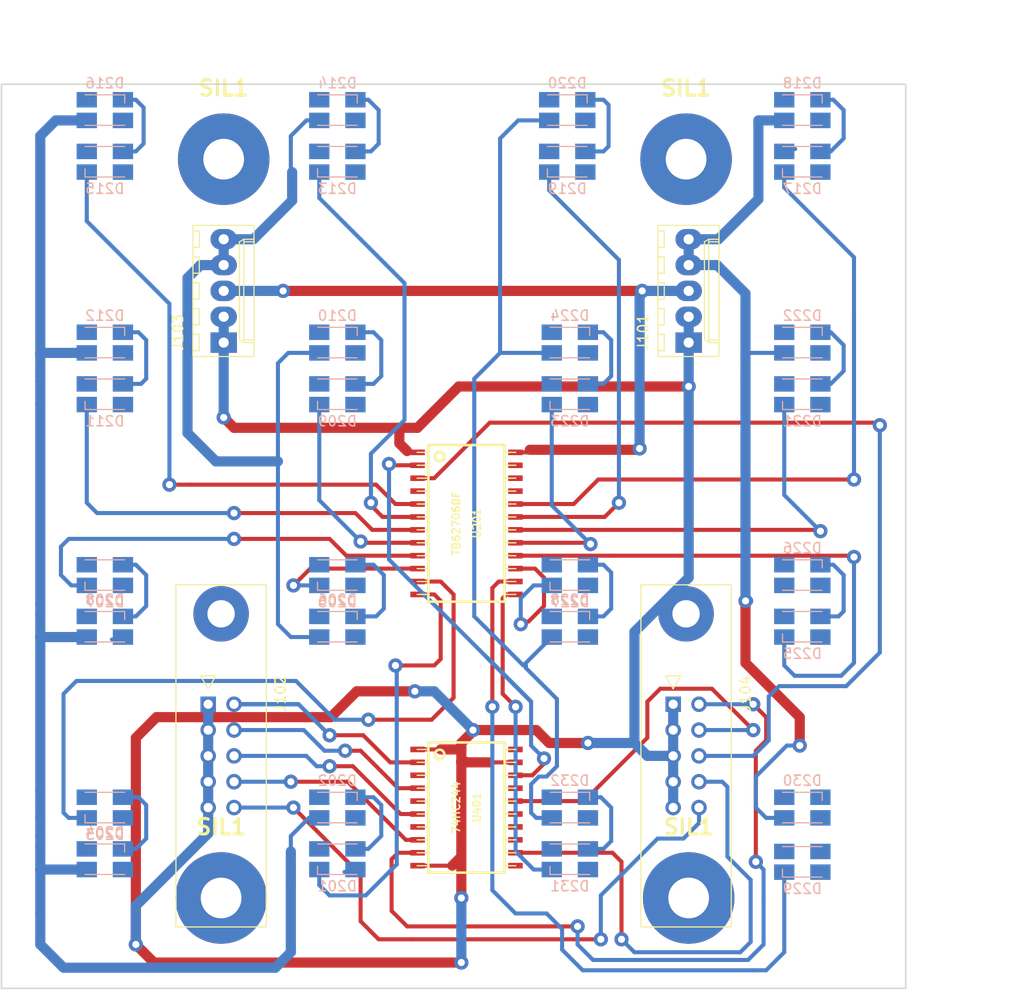
<source format=kicad_pcb>
(kicad_pcb (version 4) (host pcbnew 4.0.6)

  (general
    (links 81)
    (no_connects 6)
    (area 68.504999 71.044999 157.555001 160.095001)
    (thickness 1.6)
    (drawings 6)
    (tracks 533)
    (zones 0)
    (modules 42)
    (nets 57)
  )

  (page A4)
  (layers
    (0 F.Cu signal)
    (31 B.Cu signal)
    (32 B.Adhes user)
    (33 F.Adhes user)
    (34 B.Paste user)
    (35 F.Paste user)
    (36 B.SilkS user)
    (37 F.SilkS user)
    (38 B.Mask user)
    (39 F.Mask user)
    (40 Dwgs.User user)
    (41 Cmts.User user)
    (42 Eco1.User user)
    (43 Eco2.User user)
    (44 Edge.Cuts user)
    (45 Margin user)
    (46 B.CrtYd user)
    (47 F.CrtYd user)
    (48 B.Fab user)
    (49 F.Fab user)
  )

  (setup
    (last_trace_width 0.4)
    (user_trace_width 0.4)
    (user_trace_width 1)
    (trace_clearance 0.2)
    (zone_clearance 0.508)
    (zone_45_only no)
    (trace_min 0.2)
    (segment_width 0.2)
    (edge_width 0.15)
    (via_size 0.6)
    (via_drill 0.4)
    (via_min_size 0.4)
    (via_min_drill 0.3)
    (user_via 1.4 0.7)
    (uvia_size 0.3)
    (uvia_drill 0.1)
    (uvias_allowed no)
    (uvia_min_size 0.2)
    (uvia_min_drill 0.1)
    (pcb_text_width 0.3)
    (pcb_text_size 1.5 1.5)
    (mod_edge_width 0.15)
    (mod_text_size 1 1)
    (mod_text_width 0.15)
    (pad_size 2 2.6)
    (pad_drill 1)
    (pad_to_mask_clearance 0.2)
    (aux_axis_origin 0 0)
    (visible_elements 7FFEFFFF)
    (pcbplotparams
      (layerselection 0x00030_80000001)
      (usegerberextensions false)
      (excludeedgelayer true)
      (linewidth 0.100000)
      (plotframeref false)
      (viasonmask false)
      (mode 1)
      (useauxorigin false)
      (hpglpennumber 1)
      (hpglpenspeed 20)
      (hpglpendiameter 15)
      (hpglpenoverlay 2)
      (psnegative false)
      (psa4output false)
      (plotreference true)
      (plotvalue true)
      (plotinvisibletext false)
      (padsonsilk false)
      (subtractmaskfromsilk false)
      (outputformat 1)
      (mirror false)
      (drillshape 1)
      (scaleselection 1)
      (outputdirectory ""))
  )

  (net 0 "")
  (net 1 +5V)
  (net 2 "Net-(D201-Pad1)")
  (net 3 "Net-(D203-Pad1)")
  (net 4 "Net-(D205-Pad1)")
  (net 5 "Net-(D207-Pad1)")
  (net 6 "Net-(D209-Pad1)")
  (net 7 "Net-(D211-Pad1)")
  (net 8 "Net-(D213-Pad1)")
  (net 9 "Net-(D215-Pad1)")
  (net 10 "Net-(D217-Pad1)")
  (net 11 "Net-(D219-Pad1)")
  (net 12 "Net-(D221-Pad1)")
  (net 13 "Net-(D223-Pad1)")
  (net 14 "Net-(D225-Pad1)")
  (net 15 "Net-(D227-Pad1)")
  (net 16 "Net-(D229-Pad1)")
  (net 17 "Net-(D231-Pad1)")
  (net 18 GND)
  (net 19 /S1A)
  (net 20 "Net-(U401-Pad3)")
  (net 21 /ENA)
  (net 22 "Net-(U401-Pad5)")
  (net 23 /CLKA)
  (net 24 "Net-(U401-Pad7)")
  (net 25 /LATA)
  (net 26 /LAT)
  (net 27 "Net-(U401-Pad13)")
  (net 28 /CLK)
  (net 29 "Net-(U401-Pad15)")
  (net 30 /EN)
  (net 31 "Net-(U401-Pad17)")
  (net 32 /S1)
  (net 33 VCC)
  (net 34 /S5)
  (net 35 /LEDx16-1/LAT)
  (net 36 /LEDx16-1/S2)
  (net 37 "Net-(R201-Pad2)")
  (net 38 +5VD)
  (net 39 /RET)
  (net 40 /S5B)
  (net 41 "Net-(D201-Pad3)")
  (net 42 "Net-(D203-Pad3)")
  (net 43 "Net-(D205-Pad3)")
  (net 44 "Net-(D207-Pad3)")
  (net 45 "Net-(D209-Pad3)")
  (net 46 "Net-(D211-Pad3)")
  (net 47 "Net-(D213-Pad3)")
  (net 48 "Net-(D215-Pad3)")
  (net 49 "Net-(D217-Pad3)")
  (net 50 "Net-(D219-Pad3)")
  (net 51 "Net-(D221-Pad3)")
  (net 52 "Net-(D223-Pad3)")
  (net 53 "Net-(D225-Pad3)")
  (net 54 "Net-(D227-Pad3)")
  (net 55 "Net-(D229-Pad3)")
  (net 56 "Net-(D231-Pad3)")

  (net_class Default "Ceci est la Netclass par défaut"
    (clearance 0.2)
    (trace_width 0.25)
    (via_dia 0.6)
    (via_drill 0.4)
    (uvia_dia 0.3)
    (uvia_drill 0.1)
    (add_net +5V)
    (add_net +5VD)
    (add_net /CLK)
    (add_net /CLKA)
    (add_net /EN)
    (add_net /ENA)
    (add_net /LAT)
    (add_net /LATA)
    (add_net /LEDx16-1/LAT)
    (add_net /LEDx16-1/S2)
    (add_net /RET)
    (add_net /S1)
    (add_net /S1A)
    (add_net /S5)
    (add_net /S5B)
    (add_net GND)
    (add_net "Net-(D201-Pad1)")
    (add_net "Net-(D201-Pad3)")
    (add_net "Net-(D203-Pad1)")
    (add_net "Net-(D203-Pad3)")
    (add_net "Net-(D205-Pad1)")
    (add_net "Net-(D205-Pad3)")
    (add_net "Net-(D207-Pad1)")
    (add_net "Net-(D207-Pad3)")
    (add_net "Net-(D209-Pad1)")
    (add_net "Net-(D209-Pad3)")
    (add_net "Net-(D211-Pad1)")
    (add_net "Net-(D211-Pad3)")
    (add_net "Net-(D213-Pad1)")
    (add_net "Net-(D213-Pad3)")
    (add_net "Net-(D215-Pad1)")
    (add_net "Net-(D215-Pad3)")
    (add_net "Net-(D217-Pad1)")
    (add_net "Net-(D217-Pad3)")
    (add_net "Net-(D219-Pad1)")
    (add_net "Net-(D219-Pad3)")
    (add_net "Net-(D221-Pad1)")
    (add_net "Net-(D221-Pad3)")
    (add_net "Net-(D223-Pad1)")
    (add_net "Net-(D223-Pad3)")
    (add_net "Net-(D225-Pad1)")
    (add_net "Net-(D225-Pad3)")
    (add_net "Net-(D227-Pad1)")
    (add_net "Net-(D227-Pad3)")
    (add_net "Net-(D229-Pad1)")
    (add_net "Net-(D229-Pad3)")
    (add_net "Net-(D231-Pad1)")
    (add_net "Net-(D231-Pad3)")
    (add_net "Net-(R201-Pad2)")
    (add_net "Net-(U401-Pad13)")
    (add_net "Net-(U401-Pad15)")
    (add_net "Net-(U401-Pad17)")
    (add_net "Net-(U401-Pad3)")
    (add_net "Net-(U401-Pad5)")
    (add_net "Net-(U401-Pad7)")
    (add_net VCC)
  )

  (module w_smd_dil:soic-24 (layer F.Cu) (tedit 0) (tstamp 5A77446F)
    (at 114.3 114.3 270)
    (descr "SOIC Wide, 24 pins")
    (path /5A74079A/5A743258)
    (fp_text reference U201 (at 0 -1.016 270) (layer F.SilkS)
      (effects (font (size 0.7493 0.7493) (thickness 0.14986)))
    )
    (fp_text value TB62706BF (at 0 1.016 270) (layer F.SilkS)
      (effects (font (size 0.7493 0.7493) (thickness 0.14986)))
    )
    (fp_line (start -7.69874 -3.74904) (end 7.69874 -3.74904) (layer F.SilkS) (width 0.254))
    (fp_line (start 7.69874 3.74904) (end -7.69874 3.74904) (layer F.SilkS) (width 0.254))
    (fp_line (start 6.985 -4.8514) (end 6.985 -3.7592) (layer F.SilkS) (width 0.127))
    (fp_line (start 5.715 -4.8514) (end 5.715 -3.7592) (layer F.SilkS) (width 0.127))
    (fp_line (start 4.445 -3.7592) (end 4.445 -4.8514) (layer F.SilkS) (width 0.127))
    (fp_line (start 3.175 -3.7592) (end 3.175 -4.8514) (layer F.SilkS) (width 0.127))
    (fp_line (start 1.905 -3.7592) (end 1.905 -4.8514) (layer F.SilkS) (width 0.127))
    (fp_line (start -5.715 4.8514) (end -5.715 3.7592) (layer F.SilkS) (width 0.127))
    (fp_line (start -6.985 4.8514) (end -6.985 3.7592) (layer F.SilkS) (width 0.127))
    (fp_line (start 5.715 3.7592) (end 5.715 4.8514) (layer F.SilkS) (width 0.127))
    (fp_line (start 6.985 3.7592) (end 6.985 4.8514) (layer F.SilkS) (width 0.127))
    (fp_line (start 7.69874 3.74904) (end 7.69874 -3.74904) (layer F.SilkS) (width 0.254))
    (fp_line (start -7.69874 -3.74904) (end -7.69874 3.74904) (layer F.SilkS) (width 0.254))
    (fp_line (start -5.715 -3.7592) (end -5.715 -4.8514) (layer F.SilkS) (width 0.127))
    (fp_line (start -4.445 -3.7592) (end -4.445 -4.8514) (layer F.SilkS) (width 0.127))
    (fp_line (start -3.175 -3.7592) (end -3.175 -4.8514) (layer F.SilkS) (width 0.127))
    (fp_line (start -6.985 -3.7592) (end -6.985 -4.8514) (layer F.SilkS) (width 0.127))
    (fp_line (start -1.905 -4.8514) (end -1.905 -3.7592) (layer F.SilkS) (width 0.127))
    (fp_line (start -0.635 -4.8514) (end -0.635 -3.7592) (layer F.SilkS) (width 0.127))
    (fp_line (start 0.635 -4.8514) (end 0.635 -3.7592) (layer F.SilkS) (width 0.127))
    (fp_line (start 4.445 3.7592) (end 4.445 4.8514) (layer F.SilkS) (width 0.127))
    (fp_line (start 3.175 3.7592) (end 3.175 4.8514) (layer F.SilkS) (width 0.127))
    (fp_line (start 1.905 3.7592) (end 1.905 4.8514) (layer F.SilkS) (width 0.127))
    (fp_line (start -4.445 3.7592) (end -4.445 4.8514) (layer F.SilkS) (width 0.127))
    (fp_line (start -3.175 4.8514) (end -3.175 3.7592) (layer F.SilkS) (width 0.127))
    (fp_line (start 0.635 4.8514) (end 0.635 3.7592) (layer F.SilkS) (width 0.127))
    (fp_line (start -0.635 4.8514) (end -0.635 3.7592) (layer F.SilkS) (width 0.127))
    (fp_line (start -1.905 4.8514) (end -1.905 3.7592) (layer F.SilkS) (width 0.127))
    (fp_circle (center -6.5659 2.64668) (end -6.8453 3.02768) (layer F.SilkS) (width 0.254))
    (pad 1 smd rect (at -6.985 4.81076 270) (size 0.55118 1.43002) (layers F.Cu F.Paste F.Mask)
      (net 18 GND))
    (pad 2 smd rect (at -5.715 4.81076 270) (size 0.55118 1.43002) (layers F.Cu F.Paste F.Mask)
      (net 32 /S1))
    (pad 3 smd rect (at -4.445 4.81076 270) (size 0.55118 1.43002) (layers F.Cu F.Paste F.Mask)
      (net 28 /CLK))
    (pad 4 smd rect (at -3.175 4.81076 270) (size 0.55118 1.43002) (layers F.Cu F.Paste F.Mask)
      (net 35 /LEDx16-1/LAT))
    (pad 5 smd rect (at -1.905 4.81076 270) (size 0.55118 1.43002) (layers F.Cu F.Paste F.Mask)
      (net 9 "Net-(D215-Pad1)"))
    (pad 6 smd rect (at -0.635 4.81076 270) (size 0.55118 1.43002) (layers F.Cu F.Paste F.Mask)
      (net 8 "Net-(D213-Pad1)"))
    (pad 7 smd rect (at 0.635 4.81076 270) (size 0.55118 1.43002) (layers F.Cu F.Paste F.Mask)
      (net 7 "Net-(D211-Pad1)"))
    (pad 8 smd rect (at 1.905 4.81076 270) (size 0.55118 1.43002) (layers F.Cu F.Paste F.Mask)
      (net 6 "Net-(D209-Pad1)"))
    (pad 9 smd rect (at 3.175 4.81076 270) (size 0.55118 1.43002) (layers F.Cu F.Paste F.Mask)
      (net 5 "Net-(D207-Pad1)"))
    (pad 10 smd rect (at 4.445 4.81076 270) (size 0.55118 1.43002) (layers F.Cu F.Paste F.Mask)
      (net 4 "Net-(D205-Pad1)"))
    (pad 11 smd rect (at 5.715 4.81076 270) (size 0.55118 1.43002) (layers F.Cu F.Paste F.Mask)
      (net 3 "Net-(D203-Pad1)"))
    (pad 12 smd rect (at 6.985 4.81076 270) (size 0.55118 1.43002) (layers F.Cu F.Paste F.Mask)
      (net 2 "Net-(D201-Pad1)"))
    (pad 13 smd rect (at 6.985 -4.81076 270) (size 0.55118 1.43002) (layers F.Cu F.Paste F.Mask)
      (net 17 "Net-(D231-Pad1)"))
    (pad 14 smd rect (at 5.715 -4.81076 270) (size 0.55118 1.43002) (layers F.Cu F.Paste F.Mask)
      (net 16 "Net-(D229-Pad1)"))
    (pad 15 smd rect (at 4.445 -4.81076 270) (size 0.55118 1.43002) (layers F.Cu F.Paste F.Mask)
      (net 15 "Net-(D227-Pad1)"))
    (pad 16 smd rect (at 3.175 -4.81076 270) (size 0.55118 1.43002) (layers F.Cu F.Paste F.Mask)
      (net 14 "Net-(D225-Pad1)"))
    (pad 17 smd rect (at 1.905 -4.81076 270) (size 0.55118 1.43002) (layers F.Cu F.Paste F.Mask)
      (net 13 "Net-(D223-Pad1)"))
    (pad 18 smd rect (at 0.635 -4.81076 270) (size 0.55118 1.43002) (layers F.Cu F.Paste F.Mask)
      (net 12 "Net-(D221-Pad1)"))
    (pad 19 smd rect (at -0.635 -4.81076 270) (size 0.55118 1.43002) (layers F.Cu F.Paste F.Mask)
      (net 11 "Net-(D219-Pad1)"))
    (pad 20 smd rect (at -1.905 -4.81076 270) (size 0.55118 1.43002) (layers F.Cu F.Paste F.Mask)
      (net 10 "Net-(D217-Pad1)"))
    (pad 21 smd rect (at -3.175 -4.81076 270) (size 0.55118 1.43002) (layers F.Cu F.Paste F.Mask))
    (pad 22 smd rect (at -4.445 -4.81076 270) (size 0.55118 1.43002) (layers F.Cu F.Paste F.Mask)
      (net 36 /LEDx16-1/S2))
    (pad 23 smd rect (at -5.715 -4.81076 270) (size 0.55118 1.43002) (layers F.Cu F.Paste F.Mask)
      (net 37 "Net-(R201-Pad2)"))
    (pad 24 smd rect (at -6.985 -4.81076 270) (size 0.55118 1.43002) (layers F.Cu F.Paste F.Mask)
      (net 38 +5VD))
    (model walter/smd_dil/soic-24.wrl
      (at (xyz 0 0 0))
      (scale (xyz 1 1 1))
      (rotate (xyz 0 0 0))
    )
  )

  (module Connectors_Molex:Molex_KK-6410-05_05x2.54mm_Straight (layer F.Cu) (tedit 5A77735B) (tstamp 5A77758A)
    (at 136.144 96.52 90)
    (descr "Connector Headers with Friction Lock, 22-27-2051, http://www.molex.com/pdm_docs/sd/022272021_sd.pdf")
    (tags "connector molex kk_6410 22-27-2051")
    (path /5A76CA94)
    (fp_text reference J101 (at 1 -4.5 90) (layer F.SilkS)
      (effects (font (size 1 1) (thickness 0.15)))
    )
    (fp_text value CONN_01X05 (at 5.08 4.5 90) (layer F.Fab)
      (effects (font (size 1 1) (thickness 0.15)))
    )
    (fp_line (start -1.47 -3.12) (end -1.47 3.08) (layer F.Fab) (width 0.12))
    (fp_line (start -1.47 3.08) (end 11.63 3.08) (layer F.Fab) (width 0.12))
    (fp_line (start 11.63 3.08) (end 11.63 -3.12) (layer F.Fab) (width 0.12))
    (fp_line (start 11.63 -3.12) (end -1.47 -3.12) (layer F.Fab) (width 0.12))
    (fp_line (start -1.37 -3.02) (end -1.37 2.98) (layer F.SilkS) (width 0.12))
    (fp_line (start -1.37 2.98) (end 11.53 2.98) (layer F.SilkS) (width 0.12))
    (fp_line (start 11.53 2.98) (end 11.53 -3.02) (layer F.SilkS) (width 0.12))
    (fp_line (start 11.53 -3.02) (end -1.37 -3.02) (layer F.SilkS) (width 0.12))
    (fp_line (start 0 2.98) (end 0 1.98) (layer F.SilkS) (width 0.12))
    (fp_line (start 0 1.98) (end 10.16 1.98) (layer F.SilkS) (width 0.12))
    (fp_line (start 10.16 1.98) (end 10.16 2.98) (layer F.SilkS) (width 0.12))
    (fp_line (start 0 1.98) (end 0.25 1.55) (layer F.SilkS) (width 0.12))
    (fp_line (start 0.25 1.55) (end 9.91 1.55) (layer F.SilkS) (width 0.12))
    (fp_line (start 9.91 1.55) (end 10.16 1.98) (layer F.SilkS) (width 0.12))
    (fp_line (start 0.25 2.98) (end 0.25 1.98) (layer F.SilkS) (width 0.12))
    (fp_line (start 9.91 2.98) (end 9.91 1.98) (layer F.SilkS) (width 0.12))
    (fp_line (start -0.8 -3.02) (end -0.8 -2.4) (layer F.SilkS) (width 0.12))
    (fp_line (start -0.8 -2.4) (end 0.8 -2.4) (layer F.SilkS) (width 0.12))
    (fp_line (start 0.8 -2.4) (end 0.8 -3.02) (layer F.SilkS) (width 0.12))
    (fp_line (start 1.74 -3.02) (end 1.74 -2.4) (layer F.SilkS) (width 0.12))
    (fp_line (start 1.74 -2.4) (end 3.34 -2.4) (layer F.SilkS) (width 0.12))
    (fp_line (start 3.34 -2.4) (end 3.34 -3.02) (layer F.SilkS) (width 0.12))
    (fp_line (start 4.28 -3.02) (end 4.28 -2.4) (layer F.SilkS) (width 0.12))
    (fp_line (start 4.28 -2.4) (end 5.88 -2.4) (layer F.SilkS) (width 0.12))
    (fp_line (start 5.88 -2.4) (end 5.88 -3.02) (layer F.SilkS) (width 0.12))
    (fp_line (start 6.82 -3.02) (end 6.82 -2.4) (layer F.SilkS) (width 0.12))
    (fp_line (start 6.82 -2.4) (end 8.42 -2.4) (layer F.SilkS) (width 0.12))
    (fp_line (start 8.42 -2.4) (end 8.42 -3.02) (layer F.SilkS) (width 0.12))
    (fp_line (start 9.36 -3.02) (end 9.36 -2.4) (layer F.SilkS) (width 0.12))
    (fp_line (start 9.36 -2.4) (end 10.96 -2.4) (layer F.SilkS) (width 0.12))
    (fp_line (start 10.96 -2.4) (end 10.96 -3.02) (layer F.SilkS) (width 0.12))
    (fp_line (start -1.9 3.5) (end -1.9 -3.55) (layer F.CrtYd) (width 0.05))
    (fp_line (start -1.9 -3.55) (end 12.05 -3.55) (layer F.CrtYd) (width 0.05))
    (fp_line (start 12.05 -3.55) (end 12.05 3.5) (layer F.CrtYd) (width 0.05))
    (fp_line (start 12.05 3.5) (end -1.9 3.5) (layer F.CrtYd) (width 0.05))
    (fp_text user %R (at 5.08 0 90) (layer F.Fab)
      (effects (font (size 1 1) (thickness 0.15)))
    )
    (pad 1 thru_hole rect (at 0 0 90) (size 2 2.6) (drill 1) (layers *.Cu *.Mask)
      (net 18 GND))
    (pad 2 thru_hole oval (at 2.54 0 90) (size 2 2.6) (drill 1) (layers *.Cu *.Mask)
      (net 18 GND))
    (pad 3 thru_hole oval (at 5.08 0 90) (size 2 2.6) (drill 1) (layers *.Cu *.Mask)
      (net 38 +5VD))
    (pad 4 thru_hole oval (at 7.62 0 90) (size 2 2.6) (drill 1) (layers *.Cu *.Mask)
      (net 1 +5V))
    (pad 5 thru_hole oval (at 10.16 0 90) (size 2 2.6) (drill 1) (layers *.Cu *.Mask)
      (net 1 +5V))
    (model ${KISYS3DMOD}/Connectors_Molex.3dshapes/Molex_KK-6410-05_05x2.54mm_Straight.wrl
      (at (xyz 0 0 0))
      (scale (xyz 1 1 1))
      (rotate (xyz 0 0 0))
    )
  )

  (module Connectors:he10-10d (layer F.Cu) (tedit 0) (tstamp 5A7775B0)
    (at 88.9 132.08 270)
    (descr "Connecteur HE10 10 contacts droit")
    (tags "CONN HE10")
    (path /5A79969B)
    (fp_text reference J102 (at -1.02 -7.11 270) (layer F.SilkS)
      (effects (font (size 1 1) (thickness 0.15)))
    )
    (fp_text value CONN_02X05 (at 11.18 4.57 270) (layer F.Fab)
      (effects (font (size 1 1) (thickness 0.15)))
    )
    (fp_line (start 21.08 -5.59) (end 21.08 3.05) (layer F.Fab) (width 0.1))
    (fp_line (start 21.08 3.05) (end -10.92 3.05) (layer F.Fab) (width 0.1))
    (fp_line (start -10.92 -5.59) (end 21.08 -5.59) (layer F.Fab) (width 0.1))
    (fp_line (start -3.81 2.29) (end -3.81 -4.83) (layer F.Fab) (width 0.1))
    (fp_line (start 13.97 2.29) (end 13.97 -4.83) (layer F.Fab) (width 0.1))
    (fp_line (start 2.54 3.05) (end 2.54 2.29) (layer F.Fab) (width 0.1))
    (fp_line (start 2.54 2.29) (end -3.81 2.29) (layer F.Fab) (width 0.1))
    (fp_line (start -3.81 -4.83) (end 13.97 -4.83) (layer F.Fab) (width 0.1))
    (fp_line (start 13.97 2.29) (end 7.62 2.29) (layer F.Fab) (width 0.1))
    (fp_line (start 7.62 2.29) (end 7.62 3.05) (layer F.Fab) (width 0.1))
    (fp_line (start -10.92 3.05) (end -10.92 -5.59) (layer F.Fab) (width 0.1))
    (fp_line (start -1.52 0) (end -2.79 -0.76) (layer F.SilkS) (width 0.12))
    (fp_line (start -2.79 -0.76) (end -2.79 0.76) (layer F.SilkS) (width 0.12))
    (fp_line (start -2.79 0.76) (end -1.52 0) (layer F.SilkS) (width 0.12))
    (fp_line (start -11.87 -5.84) (end 22.03 -5.84) (layer F.CrtYd) (width 0.05))
    (fp_line (start -11.87 -5.84) (end -11.87 3.3) (layer F.CrtYd) (width 0.05))
    (fp_line (start 22.03 3.3) (end 22.03 -5.84) (layer F.CrtYd) (width 0.05))
    (fp_line (start 22.03 3.3) (end -11.87 3.3) (layer F.CrtYd) (width 0.05))
    (fp_line (start -11.74 -5.71) (end 21.9 -5.71) (layer F.SilkS) (width 0.12))
    (fp_line (start -11.74 -5.71) (end -11.74 3.17) (layer F.SilkS) (width 0.12))
    (fp_line (start 21.9 3.17) (end 21.9 -5.71) (layer F.SilkS) (width 0.12))
    (fp_line (start 21.9 3.17) (end -11.74 3.17) (layer F.SilkS) (width 0.12))
    (pad "" thru_hole circle (at -8.89 -1.27 270) (size 5.46 5.46) (drill 2.69) (layers *.Cu *.Mask))
    (pad "" thru_hole circle (at 19.05 -1.27 270) (size 5.46 5.46) (drill 2.69) (layers *.Cu *.Mask))
    (pad 1 thru_hole rect (at 0 0 270) (size 1.52 1.52) (drill 0.91) (layers *.Cu *.Mask)
      (net 18 GND))
    (pad 2 thru_hole circle (at 0 -2.54 270) (size 1.52 1.52) (drill 0.91) (layers *.Cu *.Mask)
      (net 19 /S1A))
    (pad 3 thru_hole circle (at 2.54 0 270) (size 1.52 1.52) (drill 0.91) (layers *.Cu *.Mask)
      (net 18 GND))
    (pad 4 thru_hole circle (at 2.54 -2.54 270) (size 1.52 1.52) (drill 0.91) (layers *.Cu *.Mask)
      (net 21 /ENA))
    (pad 5 thru_hole circle (at 5.08 0 270) (size 1.52 1.52) (drill 0.91) (layers *.Cu *.Mask)
      (net 18 GND))
    (pad 6 thru_hole circle (at 5.08 -2.54 270) (size 1.52 1.52) (drill 0.91) (layers *.Cu *.Mask)
      (net 23 /CLKA))
    (pad 7 thru_hole circle (at 7.62 0 270) (size 1.52 1.52) (drill 0.91) (layers *.Cu *.Mask)
      (net 18 GND))
    (pad 8 thru_hole circle (at 7.62 -2.54 270) (size 1.52 1.52) (drill 0.91) (layers *.Cu *.Mask)
      (net 25 /LATA))
    (pad 9 thru_hole circle (at 10.16 0 270) (size 1.52 1.52) (drill 0.91) (layers *.Cu *.Mask)
      (net 18 GND))
    (pad 10 thru_hole circle (at 10.16 -2.54 270) (size 1.52 1.52) (drill 0.91) (layers *.Cu *.Mask)
      (net 39 /RET))
    (model ${KISYS3DMOD}/Connectors.3dshapes/he10-10d.wrl
      (at (xyz 0.2 0.05 0))
      (scale (xyz 1 1 1))
      (rotate (xyz 0 0 0))
    )
  )

  (module Connectors_Molex:Molex_KK-6410-05_05x2.54mm_Straight (layer F.Cu) (tedit 5A777337) (tstamp 5A7775DD)
    (at 90.424 96.52 90)
    (descr "Connector Headers with Friction Lock, 22-27-2051, http://www.molex.com/pdm_docs/sd/022272021_sd.pdf")
    (tags "connector molex kk_6410 22-27-2051")
    (path /5A76CC26)
    (fp_text reference J103 (at 1 -4.5 90) (layer F.SilkS)
      (effects (font (size 1 1) (thickness 0.15)))
    )
    (fp_text value CONN_01X05 (at 5.08 4.5 90) (layer F.Fab)
      (effects (font (size 1 1) (thickness 0.15)))
    )
    (fp_line (start -1.47 -3.12) (end -1.47 3.08) (layer F.Fab) (width 0.12))
    (fp_line (start -1.47 3.08) (end 11.63 3.08) (layer F.Fab) (width 0.12))
    (fp_line (start 11.63 3.08) (end 11.63 -3.12) (layer F.Fab) (width 0.12))
    (fp_line (start 11.63 -3.12) (end -1.47 -3.12) (layer F.Fab) (width 0.12))
    (fp_line (start -1.37 -3.02) (end -1.37 2.98) (layer F.SilkS) (width 0.12))
    (fp_line (start -1.37 2.98) (end 11.53 2.98) (layer F.SilkS) (width 0.12))
    (fp_line (start 11.53 2.98) (end 11.53 -3.02) (layer F.SilkS) (width 0.12))
    (fp_line (start 11.53 -3.02) (end -1.37 -3.02) (layer F.SilkS) (width 0.12))
    (fp_line (start 0 2.98) (end 0 1.98) (layer F.SilkS) (width 0.12))
    (fp_line (start 0 1.98) (end 10.16 1.98) (layer F.SilkS) (width 0.12))
    (fp_line (start 10.16 1.98) (end 10.16 2.98) (layer F.SilkS) (width 0.12))
    (fp_line (start 0 1.98) (end 0.25 1.55) (layer F.SilkS) (width 0.12))
    (fp_line (start 0.25 1.55) (end 9.91 1.55) (layer F.SilkS) (width 0.12))
    (fp_line (start 9.91 1.55) (end 10.16 1.98) (layer F.SilkS) (width 0.12))
    (fp_line (start 0.25 2.98) (end 0.25 1.98) (layer F.SilkS) (width 0.12))
    (fp_line (start 9.91 2.98) (end 9.91 1.98) (layer F.SilkS) (width 0.12))
    (fp_line (start -0.8 -3.02) (end -0.8 -2.4) (layer F.SilkS) (width 0.12))
    (fp_line (start -0.8 -2.4) (end 0.8 -2.4) (layer F.SilkS) (width 0.12))
    (fp_line (start 0.8 -2.4) (end 0.8 -3.02) (layer F.SilkS) (width 0.12))
    (fp_line (start 1.74 -3.02) (end 1.74 -2.4) (layer F.SilkS) (width 0.12))
    (fp_line (start 1.74 -2.4) (end 3.34 -2.4) (layer F.SilkS) (width 0.12))
    (fp_line (start 3.34 -2.4) (end 3.34 -3.02) (layer F.SilkS) (width 0.12))
    (fp_line (start 4.28 -3.02) (end 4.28 -2.4) (layer F.SilkS) (width 0.12))
    (fp_line (start 4.28 -2.4) (end 5.88 -2.4) (layer F.SilkS) (width 0.12))
    (fp_line (start 5.88 -2.4) (end 5.88 -3.02) (layer F.SilkS) (width 0.12))
    (fp_line (start 6.82 -3.02) (end 6.82 -2.4) (layer F.SilkS) (width 0.12))
    (fp_line (start 6.82 -2.4) (end 8.42 -2.4) (layer F.SilkS) (width 0.12))
    (fp_line (start 8.42 -2.4) (end 8.42 -3.02) (layer F.SilkS) (width 0.12))
    (fp_line (start 9.36 -3.02) (end 9.36 -2.4) (layer F.SilkS) (width 0.12))
    (fp_line (start 9.36 -2.4) (end 10.96 -2.4) (layer F.SilkS) (width 0.12))
    (fp_line (start 10.96 -2.4) (end 10.96 -3.02) (layer F.SilkS) (width 0.12))
    (fp_line (start -1.9 3.5) (end -1.9 -3.55) (layer F.CrtYd) (width 0.05))
    (fp_line (start -1.9 -3.55) (end 12.05 -3.55) (layer F.CrtYd) (width 0.05))
    (fp_line (start 12.05 -3.55) (end 12.05 3.5) (layer F.CrtYd) (width 0.05))
    (fp_line (start 12.05 3.5) (end -1.9 3.5) (layer F.CrtYd) (width 0.05))
    (fp_text user %R (at 5.08 0 90) (layer F.Fab)
      (effects (font (size 1 1) (thickness 0.15)))
    )
    (pad 1 thru_hole rect (at 0 0 90) (size 2 2.6) (drill 1) (layers *.Cu *.Mask)
      (net 18 GND))
    (pad 2 thru_hole oval (at 2.54 0 90) (size 2 2.6) (drill 1) (layers *.Cu *.Mask)
      (net 18 GND))
    (pad 3 thru_hole oval (at 5.08 0 90) (size 2 2.6) (drill 1) (layers *.Cu *.Mask)
      (net 38 +5VD))
    (pad 4 thru_hole oval (at 7.62 0 90) (size 2 2.6) (drill 1) (layers *.Cu *.Mask)
      (net 1 +5V))
    (pad 5 thru_hole oval (at 10.16 0 90) (size 2 2.6) (drill 1) (layers *.Cu *.Mask)
      (net 1 +5V))
    (model ${KISYS3DMOD}/Connectors_Molex.3dshapes/Molex_KK-6410-05_05x2.54mm_Straight.wrl
      (at (xyz 0 0 0))
      (scale (xyz 1 1 1))
      (rotate (xyz 0 0 0))
    )
  )

  (module Connectors:he10-10d (layer F.Cu) (tedit 0) (tstamp 5A777603)
    (at 134.62 132.08 270)
    (descr "Connecteur HE10 10 contacts droit")
    (tags "CONN HE10")
    (path /5A79BA08)
    (fp_text reference J104 (at -1.02 -7.11 270) (layer F.SilkS)
      (effects (font (size 1 1) (thickness 0.15)))
    )
    (fp_text value CONN_02X05 (at 11.18 4.57 270) (layer F.Fab)
      (effects (font (size 1 1) (thickness 0.15)))
    )
    (fp_line (start 21.08 -5.59) (end 21.08 3.05) (layer F.Fab) (width 0.1))
    (fp_line (start 21.08 3.05) (end -10.92 3.05) (layer F.Fab) (width 0.1))
    (fp_line (start -10.92 -5.59) (end 21.08 -5.59) (layer F.Fab) (width 0.1))
    (fp_line (start -3.81 2.29) (end -3.81 -4.83) (layer F.Fab) (width 0.1))
    (fp_line (start 13.97 2.29) (end 13.97 -4.83) (layer F.Fab) (width 0.1))
    (fp_line (start 2.54 3.05) (end 2.54 2.29) (layer F.Fab) (width 0.1))
    (fp_line (start 2.54 2.29) (end -3.81 2.29) (layer F.Fab) (width 0.1))
    (fp_line (start -3.81 -4.83) (end 13.97 -4.83) (layer F.Fab) (width 0.1))
    (fp_line (start 13.97 2.29) (end 7.62 2.29) (layer F.Fab) (width 0.1))
    (fp_line (start 7.62 2.29) (end 7.62 3.05) (layer F.Fab) (width 0.1))
    (fp_line (start -10.92 3.05) (end -10.92 -5.59) (layer F.Fab) (width 0.1))
    (fp_line (start -1.52 0) (end -2.79 -0.76) (layer F.SilkS) (width 0.12))
    (fp_line (start -2.79 -0.76) (end -2.79 0.76) (layer F.SilkS) (width 0.12))
    (fp_line (start -2.79 0.76) (end -1.52 0) (layer F.SilkS) (width 0.12))
    (fp_line (start -11.87 -5.84) (end 22.03 -5.84) (layer F.CrtYd) (width 0.05))
    (fp_line (start -11.87 -5.84) (end -11.87 3.3) (layer F.CrtYd) (width 0.05))
    (fp_line (start 22.03 3.3) (end 22.03 -5.84) (layer F.CrtYd) (width 0.05))
    (fp_line (start 22.03 3.3) (end -11.87 3.3) (layer F.CrtYd) (width 0.05))
    (fp_line (start -11.74 -5.71) (end 21.9 -5.71) (layer F.SilkS) (width 0.12))
    (fp_line (start -11.74 -5.71) (end -11.74 3.17) (layer F.SilkS) (width 0.12))
    (fp_line (start 21.9 3.17) (end 21.9 -5.71) (layer F.SilkS) (width 0.12))
    (fp_line (start 21.9 3.17) (end -11.74 3.17) (layer F.SilkS) (width 0.12))
    (pad "" thru_hole circle (at -8.89 -1.27 270) (size 5.46 5.46) (drill 2.69) (layers *.Cu *.Mask))
    (pad "" thru_hole circle (at 19.05 -1.27 270) (size 5.46 5.46) (drill 2.69) (layers *.Cu *.Mask))
    (pad 1 thru_hole rect (at 0 0 270) (size 1.52 1.52) (drill 0.91) (layers *.Cu *.Mask)
      (net 18 GND))
    (pad 2 thru_hole circle (at 0 -2.54 270) (size 1.52 1.52) (drill 0.91) (layers *.Cu *.Mask)
      (net 40 /S5B))
    (pad 3 thru_hole circle (at 2.54 0 270) (size 1.52 1.52) (drill 0.91) (layers *.Cu *.Mask)
      (net 18 GND))
    (pad 4 thru_hole circle (at 2.54 -2.54 270) (size 1.52 1.52) (drill 0.91) (layers *.Cu *.Mask)
      (net 30 /EN))
    (pad 5 thru_hole circle (at 5.08 0 270) (size 1.52 1.52) (drill 0.91) (layers *.Cu *.Mask)
      (net 18 GND))
    (pad 6 thru_hole circle (at 5.08 -2.54 270) (size 1.52 1.52) (drill 0.91) (layers *.Cu *.Mask)
      (net 28 /CLK))
    (pad 7 thru_hole circle (at 7.62 0 270) (size 1.52 1.52) (drill 0.91) (layers *.Cu *.Mask)
      (net 18 GND))
    (pad 8 thru_hole circle (at 7.62 -2.54 270) (size 1.52 1.52) (drill 0.91) (layers *.Cu *.Mask)
      (net 26 /LAT))
    (pad 9 thru_hole circle (at 10.16 0 270) (size 1.52 1.52) (drill 0.91) (layers *.Cu *.Mask)
      (net 18 GND))
    (pad 10 thru_hole circle (at 10.16 -2.54 270) (size 1.52 1.52) (drill 0.91) (layers *.Cu *.Mask)
      (net 39 /RET))
    (model ${KISYS3DMOD}/Connectors.3dshapes/he10-10d.wrl
      (at (xyz 0.2 0.05 0))
      (scale (xyz 1 1 1))
      (rotate (xyz 0 0 0))
    )
  )

  (module w_smd_dil:soic-20 (layer F.Cu) (tedit 0) (tstamp 5A777B92)
    (at 114.3 142.24 270)
    (descr "SOIC Wide, 20 pins")
    (path /5A77A0CE/5A77A101)
    (fp_text reference U401 (at 0 -1.016 270) (layer F.SilkS)
      (effects (font (size 0.7493 0.7493) (thickness 0.14986)))
    )
    (fp_text value 74HC244 (at 0 1.016 270) (layer F.SilkS)
      (effects (font (size 0.7493 0.7493) (thickness 0.14986)))
    )
    (fp_line (start -6.4008 3.74904) (end 6.4008 3.74904) (layer F.SilkS) (width 0.254))
    (fp_line (start 6.4008 -3.74904) (end -6.4008 -3.74904) (layer F.SilkS) (width 0.254))
    (fp_line (start 5.715 -4.8514) (end 5.715 -3.7592) (layer F.SilkS) (width 0.127))
    (fp_line (start 4.445 -3.7592) (end 4.445 -4.8514) (layer F.SilkS) (width 0.127))
    (fp_line (start 3.175 -3.7592) (end 3.175 -4.8514) (layer F.SilkS) (width 0.127))
    (fp_line (start 1.905 -3.7592) (end 1.905 -4.8514) (layer F.SilkS) (width 0.127))
    (fp_line (start -5.715 4.8514) (end -5.715 3.7592) (layer F.SilkS) (width 0.127))
    (fp_line (start 5.715 3.7592) (end 5.715 4.8514) (layer F.SilkS) (width 0.127))
    (fp_line (start 6.4008 3.74904) (end 6.4008 -3.74904) (layer F.SilkS) (width 0.254))
    (fp_line (start -6.4008 -3.74904) (end -6.4008 3.74904) (layer F.SilkS) (width 0.254))
    (fp_line (start -5.715 -3.7592) (end -5.715 -4.8514) (layer F.SilkS) (width 0.127))
    (fp_line (start -4.445 -3.7592) (end -4.445 -4.8514) (layer F.SilkS) (width 0.127))
    (fp_line (start -3.175 -3.7592) (end -3.175 -4.8514) (layer F.SilkS) (width 0.127))
    (fp_line (start -1.905 -4.8514) (end -1.905 -3.7592) (layer F.SilkS) (width 0.127))
    (fp_line (start -0.635 -4.8514) (end -0.635 -3.7592) (layer F.SilkS) (width 0.127))
    (fp_line (start 0.635 -4.8514) (end 0.635 -3.7592) (layer F.SilkS) (width 0.127))
    (fp_line (start 4.445 3.7592) (end 4.445 4.8514) (layer F.SilkS) (width 0.127))
    (fp_line (start 3.175 3.7592) (end 3.175 4.8514) (layer F.SilkS) (width 0.127))
    (fp_line (start 1.905 3.7592) (end 1.905 4.8514) (layer F.SilkS) (width 0.127))
    (fp_line (start -4.445 3.7592) (end -4.445 4.8514) (layer F.SilkS) (width 0.127))
    (fp_line (start -3.175 4.8514) (end -3.175 3.7592) (layer F.SilkS) (width 0.127))
    (fp_line (start 0.635 4.8514) (end 0.635 3.7592) (layer F.SilkS) (width 0.127))
    (fp_line (start -0.635 4.8514) (end -0.635 3.7592) (layer F.SilkS) (width 0.127))
    (fp_line (start -1.905 4.8514) (end -1.905 3.7592) (layer F.SilkS) (width 0.127))
    (fp_circle (center -5.21462 2.64668) (end -5.49402 3.02768) (layer F.SilkS) (width 0.254))
    (pad 1 smd rect (at -5.715 4.81076 270) (size 0.55118 1.43002) (layers F.Cu F.Paste F.Mask)
      (net 18 GND))
    (pad 2 smd rect (at -4.445 4.81076 270) (size 0.55118 1.43002) (layers F.Cu F.Paste F.Mask)
      (net 19 /S1A))
    (pad 3 smd rect (at -3.175 4.81076 270) (size 0.55118 1.43002) (layers F.Cu F.Paste F.Mask)
      (net 20 "Net-(U401-Pad3)"))
    (pad 4 smd rect (at -1.905 4.81076 270) (size 0.55118 1.43002) (layers F.Cu F.Paste F.Mask)
      (net 21 /ENA))
    (pad 5 smd rect (at -0.635 4.81076 270) (size 0.55118 1.43002) (layers F.Cu F.Paste F.Mask)
      (net 22 "Net-(U401-Pad5)"))
    (pad 6 smd rect (at 0.635 4.81076 270) (size 0.55118 1.43002) (layers F.Cu F.Paste F.Mask)
      (net 23 /CLKA))
    (pad 7 smd rect (at 1.905 4.81076 270) (size 0.55118 1.43002) (layers F.Cu F.Paste F.Mask)
      (net 24 "Net-(U401-Pad7)"))
    (pad 8 smd rect (at 3.175 4.81076 270) (size 0.55118 1.43002) (layers F.Cu F.Paste F.Mask)
      (net 25 /LATA))
    (pad 9 smd rect (at 4.445 4.81076 270) (size 0.55118 1.43002) (layers F.Cu F.Paste F.Mask)
      (net 40 /S5B))
    (pad 10 smd rect (at 5.715 4.81076 270) (size 0.55118 1.43002) (layers F.Cu F.Paste F.Mask)
      (net 18 GND))
    (pad 11 smd rect (at 5.715 -4.81076 270) (size 0.55118 1.43002) (layers F.Cu F.Paste F.Mask)
      (net 34 /S5))
    (pad 12 smd rect (at 4.445 -4.81076 270) (size 0.55118 1.43002) (layers F.Cu F.Paste F.Mask)
      (net 26 /LAT))
    (pad 13 smd rect (at 3.175 -4.81076 270) (size 0.55118 1.43002) (layers F.Cu F.Paste F.Mask)
      (net 27 "Net-(U401-Pad13)"))
    (pad 14 smd rect (at 1.905 -4.81076 270) (size 0.55118 1.43002) (layers F.Cu F.Paste F.Mask)
      (net 28 /CLK))
    (pad 15 smd rect (at 0.635 -4.81076 270) (size 0.55118 1.43002) (layers F.Cu F.Paste F.Mask)
      (net 29 "Net-(U401-Pad15)"))
    (pad 16 smd rect (at -0.635 -4.81076 270) (size 0.55118 1.43002) (layers F.Cu F.Paste F.Mask)
      (net 30 /EN))
    (pad 17 smd rect (at -1.905 -4.81076 270) (size 0.55118 1.43002) (layers F.Cu F.Paste F.Mask)
      (net 31 "Net-(U401-Pad17)"))
    (pad 18 smd rect (at -3.175 -4.81076 270) (size 0.55118 1.43002) (layers F.Cu F.Paste F.Mask)
      (net 32 /S1))
    (pad 19 smd rect (at -4.445 -4.81076 270) (size 0.55118 1.43002) (layers F.Cu F.Paste F.Mask)
      (net 18 GND))
    (pad 20 smd rect (at -5.715 -4.81076 270) (size 0.55118 1.43002) (layers F.Cu F.Paste F.Mask)
      (net 33 VCC))
    (model walter/smd_dil/soic-20.wrl
      (at (xyz 0 0 0))
      (scale (xyz 1 1 1))
      (rotate (xyz 0 0 0))
    )
  )

  (module f4deb-mod-library:COLONETTE (layer F.Cu) (tedit 55447988) (tstamp 5A77D09C)
    (at 135.89 78.486)
    (fp_text reference J? (at 0 0) (layer F.SilkS)
      (effects (font (thickness 0.3048)))
    )
    (fp_text value SIL1 (at 0 -6.985) (layer F.SilkS)
      (effects (font (thickness 0.3048)))
    )
    (pad 1 thru_hole circle (at 0 0) (size 8.99922 8.99922) (drill 4.0005) (layers *.Cu))
    (pad 1 thru_hole circle (at 0 0) (size 2 2) (drill 0.6) (layers *.Cu *.Mask F.SilkS))
    (model git-f4deb-cen-electronic-library/wings/Colonette1.wrl
      (at (xyz 0 0 0))
      (scale (xyz 1 1 1))
      (rotate (xyz 0 0 0))
    )
  )

  (module f4deb-mod-library:COLONETTE (layer F.Cu) (tedit 55447988) (tstamp 5A77D0AE)
    (at 90.424 78.486)
    (fp_text reference J? (at 0 0) (layer F.SilkS)
      (effects (font (thickness 0.3048)))
    )
    (fp_text value SIL1 (at 0 -6.985) (layer F.SilkS)
      (effects (font (thickness 0.3048)))
    )
    (pad 1 thru_hole circle (at 0 0) (size 8.99922 8.99922) (drill 4.0005) (layers *.Cu))
    (pad 1 thru_hole circle (at 0 0) (size 2 2) (drill 0.6) (layers *.Cu *.Mask F.SilkS))
    (model git-f4deb-cen-electronic-library/wings/Colonette1.wrl
      (at (xyz 0 0 0))
      (scale (xyz 1 1 1))
      (rotate (xyz 0 0 0))
    )
  )

  (module f4deb-mod-library:COLONETTE (layer F.Cu) (tedit 5A776FE4) (tstamp 5A77D0B9)
    (at 90.17 151.13)
    (fp_text reference J? (at 0 0) (layer F.SilkS)
      (effects (font (thickness 0.3048)))
    )
    (fp_text value SIL1 (at 0 -6.985) (layer F.SilkS)
      (effects (font (thickness 0.3048)))
    )
    (pad 1 thru_hole circle (at 0 0) (size 8.99922 8.99922) (drill 4.0005) (layers *.Cu))
    (pad 1 thru_hole circle (at 0 0) (size 2 2) (drill 0.6) (layers *.Cu *.Mask F.SilkS))
    (model git-f4deb-cen-electronic-library/wings/Colonette1.wrl
      (at (xyz 0 0 0))
      (scale (xyz 1 1 1))
      (rotate (xyz 0 0 0))
    )
  )

  (module f4deb-mod-library:COLONETTE (layer F.Cu) (tedit 55447988) (tstamp 5A77D0C4)
    (at 136.144 151.13)
    (fp_text reference J? (at 0 0) (layer F.SilkS)
      (effects (font (thickness 0.3048)))
    )
    (fp_text value SIL1 (at 0 -6.985) (layer F.SilkS)
      (effects (font (thickness 0.3048)))
    )
    (pad 1 thru_hole circle (at 0 0) (size 8.99922 8.99922) (drill 4.0005) (layers *.Cu))
    (pad 1 thru_hole circle (at 0 0) (size 2 2) (drill 0.6) (layers *.Cu *.Mask F.SilkS))
    (model git-f4deb-cen-electronic-library/wings/Colonette1.wrl
      (at (xyz 0 0 0))
      (scale (xyz 1 1 1))
      (rotate (xyz 0 0 0))
    )
  )

  (module f4deb-mod-library:LED_Cree-PLCC4_3.2x2.8mm_CCW (layer B.Cu) (tedit 5A7781A7) (tstamp 5A7723AE)
    (at 78.74 78.74)
    (descr "3.2mm x 2.8mm PLCC4 LED, http://www.cree.com/led-components/media/documents/CLV1AFKB(874).pdf")
    (tags "LED Cree PLCC-4")
    (path /5A74079A/5A743256)
    (attr smd)
    (fp_text reference D215 (at 0 2.65) (layer B.SilkS)
      (effects (font (size 1 1) (thickness 0.15)) (justify mirror))
    )
    (fp_text value LED (at 0 -2.65) (layer B.Fab)
      (effects (font (size 1 1) (thickness 0.15)) (justify mirror))
    )
    (fp_circle (center 0 0) (end 1.12 0) (layer B.Fab) (width 0.1))
    (fp_line (start -2.2 1.75) (end -2.2 -1.75) (layer B.CrtYd) (width 0.05))
    (fp_line (start -2.2 -1.75) (end 2.2 -1.75) (layer B.CrtYd) (width 0.05))
    (fp_line (start 2.2 -1.75) (end 2.2 1.75) (layer B.CrtYd) (width 0.05))
    (fp_line (start 2.2 1.75) (end -2.2 1.75) (layer B.CrtYd) (width 0.05))
    (fp_line (start -0.6 1.4) (end -1.6 0.4) (layer B.Fab) (width 0.1))
    (fp_line (start -1.6 1.4) (end -1.6 -1.4) (layer B.Fab) (width 0.1))
    (fp_line (start -1.6 -1.4) (end 1.6 -1.4) (layer B.Fab) (width 0.1))
    (fp_line (start 1.6 -1.4) (end 1.6 1.4) (layer B.Fab) (width 0.1))
    (fp_line (start 1.6 1.4) (end -1.6 1.4) (layer B.Fab) (width 0.1))
    (fp_line (start -1.95 0.7) (end -1.95 1.5) (layer B.SilkS) (width 0.12))
    (fp_line (start -1.95 1.5) (end 1.95 1.5) (layer B.SilkS) (width 0.12))
    (fp_line (start -1.95 -1.5) (end 1.95 -1.5) (layer B.SilkS) (width 0.12))
    (fp_text user %R (at 0 0) (layer B.Fab)
      (effects (font (size 0.5 0.5) (thickness 0.075)) (justify mirror))
    )
    (pad 1 smd rect (at -1.778 1.016) (size 2 1.524) (layers B.Cu B.Paste B.Mask)
      (net 9 "Net-(D215-Pad1)"))
    (pad 2 smd rect (at -1.778 -1.016) (size 2 1.524) (layers B.Cu B.Paste B.Mask))
    (pad 3 smd rect (at 1.778 -1.016) (size 2 1.524) (layers B.Cu B.Paste B.Mask)
      (net 48 "Net-(D215-Pad3)"))
    (pad 4 smd rect (at 1.778 1.016) (size 2 1.524) (layers B.Cu B.Paste B.Mask))
    (model ${KISYS3DMOD}/LEDs.3dshapes/LED_Cree-PLCC4_3.2x2.8mm_CCW.wrl
      (at (xyz 0 0 0))
      (scale (xyz 1 1 1))
      (rotate (xyz 0 0 0))
    )
  )

  (module f4deb-mod-library:LED_Cree-PLCC4_3.2x2.8mm_CCW (layer B.Cu) (tedit 5A778A40) (tstamp 5A782C50)
    (at 101.6 147.32)
    (descr "3.2mm x 2.8mm PLCC4 LED, http://www.cree.com/led-components/media/documents/CLV1AFKB(874).pdf")
    (tags "LED Cree PLCC-4")
    (path /5A74079A/5A743248)
    (attr smd)
    (fp_text reference D201 (at 0 2.65) (layer B.SilkS)
      (effects (font (size 1 1) (thickness 0.15)) (justify mirror))
    )
    (fp_text value LED (at 0 -2.65) (layer B.Fab)
      (effects (font (size 1 1) (thickness 0.15)) (justify mirror))
    )
    (fp_circle (center 0 0) (end 1.12 0) (layer B.Fab) (width 0.1))
    (fp_line (start -2.2 1.75) (end -2.2 -1.75) (layer B.CrtYd) (width 0.05))
    (fp_line (start -2.2 -1.75) (end 2.2 -1.75) (layer B.CrtYd) (width 0.05))
    (fp_line (start 2.2 -1.75) (end 2.2 1.75) (layer B.CrtYd) (width 0.05))
    (fp_line (start 2.2 1.75) (end -2.2 1.75) (layer B.CrtYd) (width 0.05))
    (fp_line (start -0.6 1.4) (end -1.6 0.4) (layer B.Fab) (width 0.1))
    (fp_line (start -1.6 1.4) (end -1.6 -1.4) (layer B.Fab) (width 0.1))
    (fp_line (start -1.6 -1.4) (end 1.6 -1.4) (layer B.Fab) (width 0.1))
    (fp_line (start 1.6 -1.4) (end 1.6 1.4) (layer B.Fab) (width 0.1))
    (fp_line (start 1.6 1.4) (end -1.6 1.4) (layer B.Fab) (width 0.1))
    (fp_line (start -1.95 0.7) (end -1.95 1.5) (layer B.SilkS) (width 0.12))
    (fp_line (start -1.95 1.5) (end 1.95 1.5) (layer B.SilkS) (width 0.12))
    (fp_line (start -1.95 -1.5) (end 1.95 -1.5) (layer B.SilkS) (width 0.12))
    (fp_text user %R (at 0 0 90) (layer B.Fab)
      (effects (font (size 0.5 0.5) (thickness 0.075)) (justify mirror))
    )
    (pad 1 smd rect (at -1.778 1.016) (size 2 1.524) (layers B.Cu B.Paste B.Mask)
      (net 2 "Net-(D201-Pad1)"))
    (pad 2 smd rect (at -1.778 -1.016) (size 2 1.524) (layers B.Cu B.Paste B.Mask))
    (pad 3 smd rect (at 1.778 -1.016) (size 2 1.524) (layers B.Cu B.Paste B.Mask)
      (net 41 "Net-(D201-Pad3)"))
    (pad 4 smd rect (at 1.778 1.016) (size 2 1.524) (layers B.Cu B.Paste B.Mask))
    (model ${KISYS3DMOD}/LEDs.3dshapes/LED_Cree-PLCC4_3.2x2.8mm_CCW.wrl
      (at (xyz 0 0 0))
      (scale (xyz 1 1 1))
      (rotate (xyz 0 0 0))
    )
  )

  (module f4deb-mod-library:LED_Cree-PLCC4_3.2x2.8mm_CCW (layer B.Cu) (tedit 5A778AE2) (tstamp 5A782C65)
    (at 78.74 142.24)
    (descr "3.2mm x 2.8mm PLCC4 LED, http://www.cree.com/led-components/media/documents/CLV1AFKB(874).pdf")
    (tags "LED Cree PLCC-4")
    (path /5A74079A/5A74324A)
    (attr smd)
    (fp_text reference D203 (at 0 2.65) (layer B.SilkS)
      (effects (font (size 1 1) (thickness 0.15)) (justify mirror))
    )
    (fp_text value LED (at 0 -2.65) (layer B.Fab)
      (effects (font (size 1 1) (thickness 0.15)) (justify mirror))
    )
    (fp_circle (center 0 0) (end 1.12 0) (layer B.Fab) (width 0.1))
    (fp_line (start -2.2 1.75) (end -2.2 -1.75) (layer B.CrtYd) (width 0.05))
    (fp_line (start -2.2 -1.75) (end 2.2 -1.75) (layer B.CrtYd) (width 0.05))
    (fp_line (start 2.2 -1.75) (end 2.2 1.75) (layer B.CrtYd) (width 0.05))
    (fp_line (start 2.2 1.75) (end -2.2 1.75) (layer B.CrtYd) (width 0.05))
    (fp_line (start -0.6 1.4) (end -1.6 0.4) (layer B.Fab) (width 0.1))
    (fp_line (start -1.6 1.4) (end -1.6 -1.4) (layer B.Fab) (width 0.1))
    (fp_line (start -1.6 -1.4) (end 1.6 -1.4) (layer B.Fab) (width 0.1))
    (fp_line (start 1.6 -1.4) (end 1.6 1.4) (layer B.Fab) (width 0.1))
    (fp_line (start 1.6 1.4) (end -1.6 1.4) (layer B.Fab) (width 0.1))
    (fp_line (start -1.95 0.7) (end -1.95 1.5) (layer B.SilkS) (width 0.12))
    (fp_line (start -1.95 1.5) (end 1.95 1.5) (layer B.SilkS) (width 0.12))
    (fp_line (start -1.95 -1.5) (end 1.95 -1.5) (layer B.SilkS) (width 0.12))
    (fp_text user %R (at 0 0) (layer B.Fab)
      (effects (font (size 0.5 0.5) (thickness 0.075)) (justify mirror))
    )
    (pad 1 smd rect (at -1.778 1.016) (size 2 1.524) (layers B.Cu B.Paste B.Mask)
      (net 3 "Net-(D203-Pad1)"))
    (pad 2 smd rect (at -1.778 -1.016) (size 2 1.524) (layers B.Cu B.Paste B.Mask))
    (pad 3 smd rect (at 1.778 -1.016) (size 2 1.524) (layers B.Cu B.Paste B.Mask)
      (net 42 "Net-(D203-Pad3)"))
    (pad 4 smd rect (at 1.778 1.016) (size 2 1.524) (layers B.Cu B.Paste B.Mask))
    (model ${KISYS3DMOD}/LEDs.3dshapes/LED_Cree-PLCC4_3.2x2.8mm_CCW.wrl
      (at (xyz 0 0 0))
      (scale (xyz 1 1 1))
      (rotate (xyz 0 0 0))
    )
  )

  (module f4deb-mod-library:LED_Cree-PLCC4_3.2x2.8mm_CCW (layer B.Cu) (tedit 5A7781A7) (tstamp 5A782C7A)
    (at 101.6 119.38)
    (descr "3.2mm x 2.8mm PLCC4 LED, http://www.cree.com/led-components/media/documents/CLV1AFKB(874).pdf")
    (tags "LED Cree PLCC-4")
    (path /5A74079A/5A74324C)
    (attr smd)
    (fp_text reference D205 (at 0 2.65) (layer B.SilkS)
      (effects (font (size 1 1) (thickness 0.15)) (justify mirror))
    )
    (fp_text value LED (at 0 -2.65) (layer B.Fab)
      (effects (font (size 1 1) (thickness 0.15)) (justify mirror))
    )
    (fp_circle (center 0 0) (end 1.12 0) (layer B.Fab) (width 0.1))
    (fp_line (start -2.2 1.75) (end -2.2 -1.75) (layer B.CrtYd) (width 0.05))
    (fp_line (start -2.2 -1.75) (end 2.2 -1.75) (layer B.CrtYd) (width 0.05))
    (fp_line (start 2.2 -1.75) (end 2.2 1.75) (layer B.CrtYd) (width 0.05))
    (fp_line (start 2.2 1.75) (end -2.2 1.75) (layer B.CrtYd) (width 0.05))
    (fp_line (start -0.6 1.4) (end -1.6 0.4) (layer B.Fab) (width 0.1))
    (fp_line (start -1.6 1.4) (end -1.6 -1.4) (layer B.Fab) (width 0.1))
    (fp_line (start -1.6 -1.4) (end 1.6 -1.4) (layer B.Fab) (width 0.1))
    (fp_line (start 1.6 -1.4) (end 1.6 1.4) (layer B.Fab) (width 0.1))
    (fp_line (start 1.6 1.4) (end -1.6 1.4) (layer B.Fab) (width 0.1))
    (fp_line (start -1.95 0.7) (end -1.95 1.5) (layer B.SilkS) (width 0.12))
    (fp_line (start -1.95 1.5) (end 1.95 1.5) (layer B.SilkS) (width 0.12))
    (fp_line (start -1.95 -1.5) (end 1.95 -1.5) (layer B.SilkS) (width 0.12))
    (fp_text user %R (at 0 0) (layer B.Fab)
      (effects (font (size 0.5 0.5) (thickness 0.075)) (justify mirror))
    )
    (pad 1 smd rect (at -1.778 1.016) (size 2 1.524) (layers B.Cu B.Paste B.Mask)
      (net 4 "Net-(D205-Pad1)"))
    (pad 2 smd rect (at -1.778 -1.016) (size 2 1.524) (layers B.Cu B.Paste B.Mask))
    (pad 3 smd rect (at 1.778 -1.016) (size 2 1.524) (layers B.Cu B.Paste B.Mask)
      (net 43 "Net-(D205-Pad3)"))
    (pad 4 smd rect (at 1.778 1.016) (size 2 1.524) (layers B.Cu B.Paste B.Mask))
    (model ${KISYS3DMOD}/LEDs.3dshapes/LED_Cree-PLCC4_3.2x2.8mm_CCW.wrl
      (at (xyz 0 0 0))
      (scale (xyz 1 1 1))
      (rotate (xyz 0 0 0))
    )
  )

  (module f4deb-mod-library:LED_Cree-PLCC4_3.2x2.8mm_CCW (layer B.Cu) (tedit 5A7781A7) (tstamp 5A782C8F)
    (at 78.74 119.38)
    (descr "3.2mm x 2.8mm PLCC4 LED, http://www.cree.com/led-components/media/documents/CLV1AFKB(874).pdf")
    (tags "LED Cree PLCC-4")
    (path /5A74079A/5A74324E)
    (attr smd)
    (fp_text reference D207 (at 0 2.65) (layer B.SilkS)
      (effects (font (size 1 1) (thickness 0.15)) (justify mirror))
    )
    (fp_text value LED (at 0 -2.65) (layer B.Fab)
      (effects (font (size 1 1) (thickness 0.15)) (justify mirror))
    )
    (fp_circle (center 0 0) (end 1.12 0) (layer B.Fab) (width 0.1))
    (fp_line (start -2.2 1.75) (end -2.2 -1.75) (layer B.CrtYd) (width 0.05))
    (fp_line (start -2.2 -1.75) (end 2.2 -1.75) (layer B.CrtYd) (width 0.05))
    (fp_line (start 2.2 -1.75) (end 2.2 1.75) (layer B.CrtYd) (width 0.05))
    (fp_line (start 2.2 1.75) (end -2.2 1.75) (layer B.CrtYd) (width 0.05))
    (fp_line (start -0.6 1.4) (end -1.6 0.4) (layer B.Fab) (width 0.1))
    (fp_line (start -1.6 1.4) (end -1.6 -1.4) (layer B.Fab) (width 0.1))
    (fp_line (start -1.6 -1.4) (end 1.6 -1.4) (layer B.Fab) (width 0.1))
    (fp_line (start 1.6 -1.4) (end 1.6 1.4) (layer B.Fab) (width 0.1))
    (fp_line (start 1.6 1.4) (end -1.6 1.4) (layer B.Fab) (width 0.1))
    (fp_line (start -1.95 0.7) (end -1.95 1.5) (layer B.SilkS) (width 0.12))
    (fp_line (start -1.95 1.5) (end 1.95 1.5) (layer B.SilkS) (width 0.12))
    (fp_line (start -1.95 -1.5) (end 1.95 -1.5) (layer B.SilkS) (width 0.12))
    (fp_text user %R (at 0 0) (layer B.Fab)
      (effects (font (size 0.5 0.5) (thickness 0.075)) (justify mirror))
    )
    (pad 1 smd rect (at -1.778 1.016) (size 2 1.524) (layers B.Cu B.Paste B.Mask)
      (net 5 "Net-(D207-Pad1)"))
    (pad 2 smd rect (at -1.778 -1.016) (size 2 1.524) (layers B.Cu B.Paste B.Mask))
    (pad 3 smd rect (at 1.778 -1.016) (size 2 1.524) (layers B.Cu B.Paste B.Mask)
      (net 44 "Net-(D207-Pad3)"))
    (pad 4 smd rect (at 1.778 1.016) (size 2 1.524) (layers B.Cu B.Paste B.Mask))
    (model ${KISYS3DMOD}/LEDs.3dshapes/LED_Cree-PLCC4_3.2x2.8mm_CCW.wrl
      (at (xyz 0 0 0))
      (scale (xyz 1 1 1))
      (rotate (xyz 0 0 0))
    )
  )

  (module f4deb-mod-library:LED_Cree-PLCC4_3.2x2.8mm_CCW (layer B.Cu) (tedit 5A7781A7) (tstamp 5A782CA4)
    (at 101.6 101.6)
    (descr "3.2mm x 2.8mm PLCC4 LED, http://www.cree.com/led-components/media/documents/CLV1AFKB(874).pdf")
    (tags "LED Cree PLCC-4")
    (path /5A74079A/5A743250)
    (attr smd)
    (fp_text reference D209 (at 0 2.65) (layer B.SilkS)
      (effects (font (size 1 1) (thickness 0.15)) (justify mirror))
    )
    (fp_text value LED (at 0 -2.65) (layer B.Fab)
      (effects (font (size 1 1) (thickness 0.15)) (justify mirror))
    )
    (fp_circle (center 0 0) (end 1.12 0) (layer B.Fab) (width 0.1))
    (fp_line (start -2.2 1.75) (end -2.2 -1.75) (layer B.CrtYd) (width 0.05))
    (fp_line (start -2.2 -1.75) (end 2.2 -1.75) (layer B.CrtYd) (width 0.05))
    (fp_line (start 2.2 -1.75) (end 2.2 1.75) (layer B.CrtYd) (width 0.05))
    (fp_line (start 2.2 1.75) (end -2.2 1.75) (layer B.CrtYd) (width 0.05))
    (fp_line (start -0.6 1.4) (end -1.6 0.4) (layer B.Fab) (width 0.1))
    (fp_line (start -1.6 1.4) (end -1.6 -1.4) (layer B.Fab) (width 0.1))
    (fp_line (start -1.6 -1.4) (end 1.6 -1.4) (layer B.Fab) (width 0.1))
    (fp_line (start 1.6 -1.4) (end 1.6 1.4) (layer B.Fab) (width 0.1))
    (fp_line (start 1.6 1.4) (end -1.6 1.4) (layer B.Fab) (width 0.1))
    (fp_line (start -1.95 0.7) (end -1.95 1.5) (layer B.SilkS) (width 0.12))
    (fp_line (start -1.95 1.5) (end 1.95 1.5) (layer B.SilkS) (width 0.12))
    (fp_line (start -1.95 -1.5) (end 1.95 -1.5) (layer B.SilkS) (width 0.12))
    (fp_text user %R (at 0 0) (layer B.Fab)
      (effects (font (size 0.5 0.5) (thickness 0.075)) (justify mirror))
    )
    (pad 1 smd rect (at -1.778 1.016) (size 2 1.524) (layers B.Cu B.Paste B.Mask)
      (net 6 "Net-(D209-Pad1)"))
    (pad 2 smd rect (at -1.778 -1.016) (size 2 1.524) (layers B.Cu B.Paste B.Mask))
    (pad 3 smd rect (at 1.778 -1.016) (size 2 1.524) (layers B.Cu B.Paste B.Mask)
      (net 45 "Net-(D209-Pad3)"))
    (pad 4 smd rect (at 1.778 1.016) (size 2 1.524) (layers B.Cu B.Paste B.Mask))
    (model ${KISYS3DMOD}/LEDs.3dshapes/LED_Cree-PLCC4_3.2x2.8mm_CCW.wrl
      (at (xyz 0 0 0))
      (scale (xyz 1 1 1))
      (rotate (xyz 0 0 0))
    )
  )

  (module f4deb-mod-library:LED_Cree-PLCC4_3.2x2.8mm_CCW (layer B.Cu) (tedit 5A7781A7) (tstamp 5A782CB9)
    (at 78.74 101.6)
    (descr "3.2mm x 2.8mm PLCC4 LED, http://www.cree.com/led-components/media/documents/CLV1AFKB(874).pdf")
    (tags "LED Cree PLCC-4")
    (path /5A74079A/5A743252)
    (attr smd)
    (fp_text reference D211 (at 0 2.65) (layer B.SilkS)
      (effects (font (size 1 1) (thickness 0.15)) (justify mirror))
    )
    (fp_text value LED (at 0 -2.65) (layer B.Fab)
      (effects (font (size 1 1) (thickness 0.15)) (justify mirror))
    )
    (fp_circle (center 0 0) (end 1.12 0) (layer B.Fab) (width 0.1))
    (fp_line (start -2.2 1.75) (end -2.2 -1.75) (layer B.CrtYd) (width 0.05))
    (fp_line (start -2.2 -1.75) (end 2.2 -1.75) (layer B.CrtYd) (width 0.05))
    (fp_line (start 2.2 -1.75) (end 2.2 1.75) (layer B.CrtYd) (width 0.05))
    (fp_line (start 2.2 1.75) (end -2.2 1.75) (layer B.CrtYd) (width 0.05))
    (fp_line (start -0.6 1.4) (end -1.6 0.4) (layer B.Fab) (width 0.1))
    (fp_line (start -1.6 1.4) (end -1.6 -1.4) (layer B.Fab) (width 0.1))
    (fp_line (start -1.6 -1.4) (end 1.6 -1.4) (layer B.Fab) (width 0.1))
    (fp_line (start 1.6 -1.4) (end 1.6 1.4) (layer B.Fab) (width 0.1))
    (fp_line (start 1.6 1.4) (end -1.6 1.4) (layer B.Fab) (width 0.1))
    (fp_line (start -1.95 0.7) (end -1.95 1.5) (layer B.SilkS) (width 0.12))
    (fp_line (start -1.95 1.5) (end 1.95 1.5) (layer B.SilkS) (width 0.12))
    (fp_line (start -1.95 -1.5) (end 1.95 -1.5) (layer B.SilkS) (width 0.12))
    (fp_text user %R (at 0 0) (layer B.Fab)
      (effects (font (size 0.5 0.5) (thickness 0.075)) (justify mirror))
    )
    (pad 1 smd rect (at -1.778 1.016) (size 2 1.524) (layers B.Cu B.Paste B.Mask)
      (net 7 "Net-(D211-Pad1)"))
    (pad 2 smd rect (at -1.778 -1.016) (size 2 1.524) (layers B.Cu B.Paste B.Mask))
    (pad 3 smd rect (at 1.778 -1.016) (size 2 1.524) (layers B.Cu B.Paste B.Mask)
      (net 46 "Net-(D211-Pad3)"))
    (pad 4 smd rect (at 1.778 1.016) (size 2 1.524) (layers B.Cu B.Paste B.Mask))
    (model ${KISYS3DMOD}/LEDs.3dshapes/LED_Cree-PLCC4_3.2x2.8mm_CCW.wrl
      (at (xyz 0 0 0))
      (scale (xyz 1 1 1))
      (rotate (xyz 0 0 0))
    )
  )

  (module f4deb-mod-library:LED_Cree-PLCC4_3.2x2.8mm_CCW (layer B.Cu) (tedit 5A7781A7) (tstamp 5A782CCE)
    (at 101.6 78.74)
    (descr "3.2mm x 2.8mm PLCC4 LED, http://www.cree.com/led-components/media/documents/CLV1AFKB(874).pdf")
    (tags "LED Cree PLCC-4")
    (path /5A74079A/5A743254)
    (attr smd)
    (fp_text reference D213 (at 0 2.65) (layer B.SilkS)
      (effects (font (size 1 1) (thickness 0.15)) (justify mirror))
    )
    (fp_text value LED (at 0 -2.65) (layer B.Fab)
      (effects (font (size 1 1) (thickness 0.15)) (justify mirror))
    )
    (fp_circle (center 0 0) (end 1.12 0) (layer B.Fab) (width 0.1))
    (fp_line (start -2.2 1.75) (end -2.2 -1.75) (layer B.CrtYd) (width 0.05))
    (fp_line (start -2.2 -1.75) (end 2.2 -1.75) (layer B.CrtYd) (width 0.05))
    (fp_line (start 2.2 -1.75) (end 2.2 1.75) (layer B.CrtYd) (width 0.05))
    (fp_line (start 2.2 1.75) (end -2.2 1.75) (layer B.CrtYd) (width 0.05))
    (fp_line (start -0.6 1.4) (end -1.6 0.4) (layer B.Fab) (width 0.1))
    (fp_line (start -1.6 1.4) (end -1.6 -1.4) (layer B.Fab) (width 0.1))
    (fp_line (start -1.6 -1.4) (end 1.6 -1.4) (layer B.Fab) (width 0.1))
    (fp_line (start 1.6 -1.4) (end 1.6 1.4) (layer B.Fab) (width 0.1))
    (fp_line (start 1.6 1.4) (end -1.6 1.4) (layer B.Fab) (width 0.1))
    (fp_line (start -1.95 0.7) (end -1.95 1.5) (layer B.SilkS) (width 0.12))
    (fp_line (start -1.95 1.5) (end 1.95 1.5) (layer B.SilkS) (width 0.12))
    (fp_line (start -1.95 -1.5) (end 1.95 -1.5) (layer B.SilkS) (width 0.12))
    (fp_text user %R (at 0 0) (layer B.Fab)
      (effects (font (size 0.5 0.5) (thickness 0.075)) (justify mirror))
    )
    (pad 1 smd rect (at -1.778 1.016) (size 2 1.524) (layers B.Cu B.Paste B.Mask)
      (net 8 "Net-(D213-Pad1)"))
    (pad 2 smd rect (at -1.778 -1.016) (size 2 1.524) (layers B.Cu B.Paste B.Mask))
    (pad 3 smd rect (at 1.778 -1.016) (size 2 1.524) (layers B.Cu B.Paste B.Mask)
      (net 47 "Net-(D213-Pad3)"))
    (pad 4 smd rect (at 1.778 1.016) (size 2 1.524) (layers B.Cu B.Paste B.Mask))
    (model ${KISYS3DMOD}/LEDs.3dshapes/LED_Cree-PLCC4_3.2x2.8mm_CCW.wrl
      (at (xyz 0 0 0))
      (scale (xyz 1 1 1))
      (rotate (xyz 0 0 0))
    )
  )

  (module f4deb-mod-library:LED_Cree-PLCC4_3.2x2.8mm_CCW (layer B.Cu) (tedit 5A7781A7) (tstamp 5A782CE3)
    (at 147.32 78.74)
    (descr "3.2mm x 2.8mm PLCC4 LED, http://www.cree.com/led-components/media/documents/CLV1AFKB(874).pdf")
    (tags "LED Cree PLCC-4")
    (path /5A74079A/5A77729A)
    (attr smd)
    (fp_text reference D217 (at 0 2.65) (layer B.SilkS)
      (effects (font (size 1 1) (thickness 0.15)) (justify mirror))
    )
    (fp_text value LED (at 0 -2.65) (layer B.Fab)
      (effects (font (size 1 1) (thickness 0.15)) (justify mirror))
    )
    (fp_circle (center 0 0) (end 1.12 0) (layer B.Fab) (width 0.1))
    (fp_line (start -2.2 1.75) (end -2.2 -1.75) (layer B.CrtYd) (width 0.05))
    (fp_line (start -2.2 -1.75) (end 2.2 -1.75) (layer B.CrtYd) (width 0.05))
    (fp_line (start 2.2 -1.75) (end 2.2 1.75) (layer B.CrtYd) (width 0.05))
    (fp_line (start 2.2 1.75) (end -2.2 1.75) (layer B.CrtYd) (width 0.05))
    (fp_line (start -0.6 1.4) (end -1.6 0.4) (layer B.Fab) (width 0.1))
    (fp_line (start -1.6 1.4) (end -1.6 -1.4) (layer B.Fab) (width 0.1))
    (fp_line (start -1.6 -1.4) (end 1.6 -1.4) (layer B.Fab) (width 0.1))
    (fp_line (start 1.6 -1.4) (end 1.6 1.4) (layer B.Fab) (width 0.1))
    (fp_line (start 1.6 1.4) (end -1.6 1.4) (layer B.Fab) (width 0.1))
    (fp_line (start -1.95 0.7) (end -1.95 1.5) (layer B.SilkS) (width 0.12))
    (fp_line (start -1.95 1.5) (end 1.95 1.5) (layer B.SilkS) (width 0.12))
    (fp_line (start -1.95 -1.5) (end 1.95 -1.5) (layer B.SilkS) (width 0.12))
    (fp_text user %R (at 0 0) (layer B.Fab)
      (effects (font (size 0.5 0.5) (thickness 0.075)) (justify mirror))
    )
    (pad 1 smd rect (at -1.778 1.016) (size 2 1.524) (layers B.Cu B.Paste B.Mask)
      (net 10 "Net-(D217-Pad1)"))
    (pad 2 smd rect (at -1.778 -1.016) (size 2 1.524) (layers B.Cu B.Paste B.Mask))
    (pad 3 smd rect (at 1.778 -1.016) (size 2 1.524) (layers B.Cu B.Paste B.Mask)
      (net 49 "Net-(D217-Pad3)"))
    (pad 4 smd rect (at 1.778 1.016) (size 2 1.524) (layers B.Cu B.Paste B.Mask))
    (model ${KISYS3DMOD}/LEDs.3dshapes/LED_Cree-PLCC4_3.2x2.8mm_CCW.wrl
      (at (xyz 0 0 0))
      (scale (xyz 1 1 1))
      (rotate (xyz 0 0 0))
    )
  )

  (module f4deb-mod-library:LED_Cree-PLCC4_3.2x2.8mm_CCW (layer B.Cu) (tedit 5A7781A7) (tstamp 5A782CF8)
    (at 124.206 78.74)
    (descr "3.2mm x 2.8mm PLCC4 LED, http://www.cree.com/led-components/media/documents/CLV1AFKB(874).pdf")
    (tags "LED Cree PLCC-4")
    (path /5A74079A/5A7772A0)
    (attr smd)
    (fp_text reference D219 (at 0 2.65) (layer B.SilkS)
      (effects (font (size 1 1) (thickness 0.15)) (justify mirror))
    )
    (fp_text value LED (at 0 -2.65) (layer B.Fab)
      (effects (font (size 1 1) (thickness 0.15)) (justify mirror))
    )
    (fp_circle (center 0 0) (end 1.12 0) (layer B.Fab) (width 0.1))
    (fp_line (start -2.2 1.75) (end -2.2 -1.75) (layer B.CrtYd) (width 0.05))
    (fp_line (start -2.2 -1.75) (end 2.2 -1.75) (layer B.CrtYd) (width 0.05))
    (fp_line (start 2.2 -1.75) (end 2.2 1.75) (layer B.CrtYd) (width 0.05))
    (fp_line (start 2.2 1.75) (end -2.2 1.75) (layer B.CrtYd) (width 0.05))
    (fp_line (start -0.6 1.4) (end -1.6 0.4) (layer B.Fab) (width 0.1))
    (fp_line (start -1.6 1.4) (end -1.6 -1.4) (layer B.Fab) (width 0.1))
    (fp_line (start -1.6 -1.4) (end 1.6 -1.4) (layer B.Fab) (width 0.1))
    (fp_line (start 1.6 -1.4) (end 1.6 1.4) (layer B.Fab) (width 0.1))
    (fp_line (start 1.6 1.4) (end -1.6 1.4) (layer B.Fab) (width 0.1))
    (fp_line (start -1.95 0.7) (end -1.95 1.5) (layer B.SilkS) (width 0.12))
    (fp_line (start -1.95 1.5) (end 1.95 1.5) (layer B.SilkS) (width 0.12))
    (fp_line (start -1.95 -1.5) (end 1.95 -1.5) (layer B.SilkS) (width 0.12))
    (fp_text user %R (at 0 0) (layer B.Fab)
      (effects (font (size 0.5 0.5) (thickness 0.075)) (justify mirror))
    )
    (pad 1 smd rect (at -1.778 1.016) (size 2 1.524) (layers B.Cu B.Paste B.Mask)
      (net 11 "Net-(D219-Pad1)"))
    (pad 2 smd rect (at -1.778 -1.016) (size 2 1.524) (layers B.Cu B.Paste B.Mask))
    (pad 3 smd rect (at 1.778 -1.016) (size 2 1.524) (layers B.Cu B.Paste B.Mask)
      (net 50 "Net-(D219-Pad3)"))
    (pad 4 smd rect (at 1.778 1.016) (size 2 1.524) (layers B.Cu B.Paste B.Mask))
    (model ${KISYS3DMOD}/LEDs.3dshapes/LED_Cree-PLCC4_3.2x2.8mm_CCW.wrl
      (at (xyz 0 0 0))
      (scale (xyz 1 1 1))
      (rotate (xyz 0 0 0))
    )
  )

  (module f4deb-mod-library:LED_Cree-PLCC4_3.2x2.8mm_CCW (layer B.Cu) (tedit 5A7781A7) (tstamp 5A782D0D)
    (at 147.32 101.6)
    (descr "3.2mm x 2.8mm PLCC4 LED, http://www.cree.com/led-components/media/documents/CLV1AFKB(874).pdf")
    (tags "LED Cree PLCC-4")
    (path /5A74079A/5A7772A6)
    (attr smd)
    (fp_text reference D221 (at 0 2.65) (layer B.SilkS)
      (effects (font (size 1 1) (thickness 0.15)) (justify mirror))
    )
    (fp_text value LED (at 0 -2.65) (layer B.Fab)
      (effects (font (size 1 1) (thickness 0.15)) (justify mirror))
    )
    (fp_circle (center 0 0) (end 1.12 0) (layer B.Fab) (width 0.1))
    (fp_line (start -2.2 1.75) (end -2.2 -1.75) (layer B.CrtYd) (width 0.05))
    (fp_line (start -2.2 -1.75) (end 2.2 -1.75) (layer B.CrtYd) (width 0.05))
    (fp_line (start 2.2 -1.75) (end 2.2 1.75) (layer B.CrtYd) (width 0.05))
    (fp_line (start 2.2 1.75) (end -2.2 1.75) (layer B.CrtYd) (width 0.05))
    (fp_line (start -0.6 1.4) (end -1.6 0.4) (layer B.Fab) (width 0.1))
    (fp_line (start -1.6 1.4) (end -1.6 -1.4) (layer B.Fab) (width 0.1))
    (fp_line (start -1.6 -1.4) (end 1.6 -1.4) (layer B.Fab) (width 0.1))
    (fp_line (start 1.6 -1.4) (end 1.6 1.4) (layer B.Fab) (width 0.1))
    (fp_line (start 1.6 1.4) (end -1.6 1.4) (layer B.Fab) (width 0.1))
    (fp_line (start -1.95 0.7) (end -1.95 1.5) (layer B.SilkS) (width 0.12))
    (fp_line (start -1.95 1.5) (end 1.95 1.5) (layer B.SilkS) (width 0.12))
    (fp_line (start -1.95 -1.5) (end 1.95 -1.5) (layer B.SilkS) (width 0.12))
    (fp_text user %R (at 0 0) (layer B.Fab)
      (effects (font (size 0.5 0.5) (thickness 0.075)) (justify mirror))
    )
    (pad 1 smd rect (at -1.778 1.016) (size 2 1.524) (layers B.Cu B.Paste B.Mask)
      (net 12 "Net-(D221-Pad1)"))
    (pad 2 smd rect (at -1.778 -1.016) (size 2 1.524) (layers B.Cu B.Paste B.Mask))
    (pad 3 smd rect (at 1.778 -1.016) (size 2 1.524) (layers B.Cu B.Paste B.Mask)
      (net 51 "Net-(D221-Pad3)"))
    (pad 4 smd rect (at 1.778 1.016) (size 2 1.524) (layers B.Cu B.Paste B.Mask))
    (model ${KISYS3DMOD}/LEDs.3dshapes/LED_Cree-PLCC4_3.2x2.8mm_CCW.wrl
      (at (xyz 0 0 0))
      (scale (xyz 1 1 1))
      (rotate (xyz 0 0 0))
    )
  )

  (module f4deb-mod-library:LED_Cree-PLCC4_3.2x2.8mm_CCW (layer B.Cu) (tedit 5A7781A7) (tstamp 5A782D22)
    (at 124.46 101.6)
    (descr "3.2mm x 2.8mm PLCC4 LED, http://www.cree.com/led-components/media/documents/CLV1AFKB(874).pdf")
    (tags "LED Cree PLCC-4")
    (path /5A74079A/5A7772AC)
    (attr smd)
    (fp_text reference D223 (at 0 2.65) (layer B.SilkS)
      (effects (font (size 1 1) (thickness 0.15)) (justify mirror))
    )
    (fp_text value LED (at 0 -2.65) (layer B.Fab)
      (effects (font (size 1 1) (thickness 0.15)) (justify mirror))
    )
    (fp_circle (center 0 0) (end 1.12 0) (layer B.Fab) (width 0.1))
    (fp_line (start -2.2 1.75) (end -2.2 -1.75) (layer B.CrtYd) (width 0.05))
    (fp_line (start -2.2 -1.75) (end 2.2 -1.75) (layer B.CrtYd) (width 0.05))
    (fp_line (start 2.2 -1.75) (end 2.2 1.75) (layer B.CrtYd) (width 0.05))
    (fp_line (start 2.2 1.75) (end -2.2 1.75) (layer B.CrtYd) (width 0.05))
    (fp_line (start -0.6 1.4) (end -1.6 0.4) (layer B.Fab) (width 0.1))
    (fp_line (start -1.6 1.4) (end -1.6 -1.4) (layer B.Fab) (width 0.1))
    (fp_line (start -1.6 -1.4) (end 1.6 -1.4) (layer B.Fab) (width 0.1))
    (fp_line (start 1.6 -1.4) (end 1.6 1.4) (layer B.Fab) (width 0.1))
    (fp_line (start 1.6 1.4) (end -1.6 1.4) (layer B.Fab) (width 0.1))
    (fp_line (start -1.95 0.7) (end -1.95 1.5) (layer B.SilkS) (width 0.12))
    (fp_line (start -1.95 1.5) (end 1.95 1.5) (layer B.SilkS) (width 0.12))
    (fp_line (start -1.95 -1.5) (end 1.95 -1.5) (layer B.SilkS) (width 0.12))
    (fp_text user %R (at 0 0) (layer B.Fab)
      (effects (font (size 0.5 0.5) (thickness 0.075)) (justify mirror))
    )
    (pad 1 smd rect (at -1.778 1.016) (size 2 1.524) (layers B.Cu B.Paste B.Mask)
      (net 13 "Net-(D223-Pad1)"))
    (pad 2 smd rect (at -1.778 -1.016) (size 2 1.524) (layers B.Cu B.Paste B.Mask))
    (pad 3 smd rect (at 1.778 -1.016) (size 2 1.524) (layers B.Cu B.Paste B.Mask)
      (net 52 "Net-(D223-Pad3)"))
    (pad 4 smd rect (at 1.778 1.016) (size 2 1.524) (layers B.Cu B.Paste B.Mask))
    (model ${KISYS3DMOD}/LEDs.3dshapes/LED_Cree-PLCC4_3.2x2.8mm_CCW.wrl
      (at (xyz 0 0 0))
      (scale (xyz 1 1 1))
      (rotate (xyz 0 0 0))
    )
  )

  (module f4deb-mod-library:LED_Cree-PLCC4_3.2x2.8mm_CCW (layer B.Cu) (tedit 5A7781A7) (tstamp 5A782D37)
    (at 147.32 124.46)
    (descr "3.2mm x 2.8mm PLCC4 LED, http://www.cree.com/led-components/media/documents/CLV1AFKB(874).pdf")
    (tags "LED Cree PLCC-4")
    (path /5A74079A/5A7772B2)
    (attr smd)
    (fp_text reference D225 (at 0 2.65) (layer B.SilkS)
      (effects (font (size 1 1) (thickness 0.15)) (justify mirror))
    )
    (fp_text value LED (at 0 -2.65) (layer B.Fab)
      (effects (font (size 1 1) (thickness 0.15)) (justify mirror))
    )
    (fp_circle (center 0 0) (end 1.12 0) (layer B.Fab) (width 0.1))
    (fp_line (start -2.2 1.75) (end -2.2 -1.75) (layer B.CrtYd) (width 0.05))
    (fp_line (start -2.2 -1.75) (end 2.2 -1.75) (layer B.CrtYd) (width 0.05))
    (fp_line (start 2.2 -1.75) (end 2.2 1.75) (layer B.CrtYd) (width 0.05))
    (fp_line (start 2.2 1.75) (end -2.2 1.75) (layer B.CrtYd) (width 0.05))
    (fp_line (start -0.6 1.4) (end -1.6 0.4) (layer B.Fab) (width 0.1))
    (fp_line (start -1.6 1.4) (end -1.6 -1.4) (layer B.Fab) (width 0.1))
    (fp_line (start -1.6 -1.4) (end 1.6 -1.4) (layer B.Fab) (width 0.1))
    (fp_line (start 1.6 -1.4) (end 1.6 1.4) (layer B.Fab) (width 0.1))
    (fp_line (start 1.6 1.4) (end -1.6 1.4) (layer B.Fab) (width 0.1))
    (fp_line (start -1.95 0.7) (end -1.95 1.5) (layer B.SilkS) (width 0.12))
    (fp_line (start -1.95 1.5) (end 1.95 1.5) (layer B.SilkS) (width 0.12))
    (fp_line (start -1.95 -1.5) (end 1.95 -1.5) (layer B.SilkS) (width 0.12))
    (fp_text user %R (at 0 0) (layer B.Fab)
      (effects (font (size 0.5 0.5) (thickness 0.075)) (justify mirror))
    )
    (pad 1 smd rect (at -1.778 1.016) (size 2 1.524) (layers B.Cu B.Paste B.Mask)
      (net 14 "Net-(D225-Pad1)"))
    (pad 2 smd rect (at -1.778 -1.016) (size 2 1.524) (layers B.Cu B.Paste B.Mask))
    (pad 3 smd rect (at 1.778 -1.016) (size 2 1.524) (layers B.Cu B.Paste B.Mask)
      (net 53 "Net-(D225-Pad3)"))
    (pad 4 smd rect (at 1.778 1.016) (size 2 1.524) (layers B.Cu B.Paste B.Mask))
    (model ${KISYS3DMOD}/LEDs.3dshapes/LED_Cree-PLCC4_3.2x2.8mm_CCW.wrl
      (at (xyz 0 0 0))
      (scale (xyz 1 1 1))
      (rotate (xyz 0 0 0))
    )
  )

  (module f4deb-mod-library:LED_Cree-PLCC4_3.2x2.8mm_CCW (layer B.Cu) (tedit 5A7781A7) (tstamp 5A782D4C)
    (at 124.46 119.38)
    (descr "3.2mm x 2.8mm PLCC4 LED, http://www.cree.com/led-components/media/documents/CLV1AFKB(874).pdf")
    (tags "LED Cree PLCC-4")
    (path /5A74079A/5A7772B8)
    (attr smd)
    (fp_text reference D227 (at 0 2.65) (layer B.SilkS)
      (effects (font (size 1 1) (thickness 0.15)) (justify mirror))
    )
    (fp_text value LED (at 0 -2.65) (layer B.Fab)
      (effects (font (size 1 1) (thickness 0.15)) (justify mirror))
    )
    (fp_circle (center 0 0) (end 1.12 0) (layer B.Fab) (width 0.1))
    (fp_line (start -2.2 1.75) (end -2.2 -1.75) (layer B.CrtYd) (width 0.05))
    (fp_line (start -2.2 -1.75) (end 2.2 -1.75) (layer B.CrtYd) (width 0.05))
    (fp_line (start 2.2 -1.75) (end 2.2 1.75) (layer B.CrtYd) (width 0.05))
    (fp_line (start 2.2 1.75) (end -2.2 1.75) (layer B.CrtYd) (width 0.05))
    (fp_line (start -0.6 1.4) (end -1.6 0.4) (layer B.Fab) (width 0.1))
    (fp_line (start -1.6 1.4) (end -1.6 -1.4) (layer B.Fab) (width 0.1))
    (fp_line (start -1.6 -1.4) (end 1.6 -1.4) (layer B.Fab) (width 0.1))
    (fp_line (start 1.6 -1.4) (end 1.6 1.4) (layer B.Fab) (width 0.1))
    (fp_line (start 1.6 1.4) (end -1.6 1.4) (layer B.Fab) (width 0.1))
    (fp_line (start -1.95 0.7) (end -1.95 1.5) (layer B.SilkS) (width 0.12))
    (fp_line (start -1.95 1.5) (end 1.95 1.5) (layer B.SilkS) (width 0.12))
    (fp_line (start -1.95 -1.5) (end 1.95 -1.5) (layer B.SilkS) (width 0.12))
    (fp_text user %R (at 0 0) (layer B.Fab)
      (effects (font (size 0.5 0.5) (thickness 0.075)) (justify mirror))
    )
    (pad 1 smd rect (at -1.778 1.016) (size 2 1.524) (layers B.Cu B.Paste B.Mask)
      (net 15 "Net-(D227-Pad1)"))
    (pad 2 smd rect (at -1.778 -1.016) (size 2 1.524) (layers B.Cu B.Paste B.Mask))
    (pad 3 smd rect (at 1.778 -1.016) (size 2 1.524) (layers B.Cu B.Paste B.Mask)
      (net 54 "Net-(D227-Pad3)"))
    (pad 4 smd rect (at 1.778 1.016) (size 2 1.524) (layers B.Cu B.Paste B.Mask))
    (model ${KISYS3DMOD}/LEDs.3dshapes/LED_Cree-PLCC4_3.2x2.8mm_CCW.wrl
      (at (xyz 0 0 0))
      (scale (xyz 1 1 1))
      (rotate (xyz 0 0 0))
    )
  )

  (module f4deb-mod-library:LED_Cree-PLCC4_3.2x2.8mm_CCW (layer B.Cu) (tedit 5A7781A7) (tstamp 5A782D61)
    (at 147.32 147.574)
    (descr "3.2mm x 2.8mm PLCC4 LED, http://www.cree.com/led-components/media/documents/CLV1AFKB(874).pdf")
    (tags "LED Cree PLCC-4")
    (path /5A74079A/5A7772BE)
    (attr smd)
    (fp_text reference D229 (at 0 2.65) (layer B.SilkS)
      (effects (font (size 1 1) (thickness 0.15)) (justify mirror))
    )
    (fp_text value LED (at 0 -2.65) (layer B.Fab)
      (effects (font (size 1 1) (thickness 0.15)) (justify mirror))
    )
    (fp_circle (center 0 0) (end 1.12 0) (layer B.Fab) (width 0.1))
    (fp_line (start -2.2 1.75) (end -2.2 -1.75) (layer B.CrtYd) (width 0.05))
    (fp_line (start -2.2 -1.75) (end 2.2 -1.75) (layer B.CrtYd) (width 0.05))
    (fp_line (start 2.2 -1.75) (end 2.2 1.75) (layer B.CrtYd) (width 0.05))
    (fp_line (start 2.2 1.75) (end -2.2 1.75) (layer B.CrtYd) (width 0.05))
    (fp_line (start -0.6 1.4) (end -1.6 0.4) (layer B.Fab) (width 0.1))
    (fp_line (start -1.6 1.4) (end -1.6 -1.4) (layer B.Fab) (width 0.1))
    (fp_line (start -1.6 -1.4) (end 1.6 -1.4) (layer B.Fab) (width 0.1))
    (fp_line (start 1.6 -1.4) (end 1.6 1.4) (layer B.Fab) (width 0.1))
    (fp_line (start 1.6 1.4) (end -1.6 1.4) (layer B.Fab) (width 0.1))
    (fp_line (start -1.95 0.7) (end -1.95 1.5) (layer B.SilkS) (width 0.12))
    (fp_line (start -1.95 1.5) (end 1.95 1.5) (layer B.SilkS) (width 0.12))
    (fp_line (start -1.95 -1.5) (end 1.95 -1.5) (layer B.SilkS) (width 0.12))
    (fp_text user %R (at 0 0) (layer B.Fab)
      (effects (font (size 0.5 0.5) (thickness 0.075)) (justify mirror))
    )
    (pad 1 smd rect (at -1.778 1.016) (size 2 1.524) (layers B.Cu B.Paste B.Mask)
      (net 16 "Net-(D229-Pad1)"))
    (pad 2 smd rect (at -1.778 -1.016) (size 2 1.524) (layers B.Cu B.Paste B.Mask))
    (pad 3 smd rect (at 1.778 -1.016) (size 2 1.524) (layers B.Cu B.Paste B.Mask)
      (net 55 "Net-(D229-Pad3)"))
    (pad 4 smd rect (at 1.778 1.016) (size 2 1.524) (layers B.Cu B.Paste B.Mask))
    (model ${KISYS3DMOD}/LEDs.3dshapes/LED_Cree-PLCC4_3.2x2.8mm_CCW.wrl
      (at (xyz 0 0 0))
      (scale (xyz 1 1 1))
      (rotate (xyz 0 0 0))
    )
  )

  (module f4deb-mod-library:LED_Cree-PLCC4_3.2x2.8mm_CCW (layer B.Cu) (tedit 5A7781A7) (tstamp 5A782D76)
    (at 124.46 147.32)
    (descr "3.2mm x 2.8mm PLCC4 LED, http://www.cree.com/led-components/media/documents/CLV1AFKB(874).pdf")
    (tags "LED Cree PLCC-4")
    (path /5A74079A/5A7772C4)
    (attr smd)
    (fp_text reference D231 (at 0 2.65) (layer B.SilkS)
      (effects (font (size 1 1) (thickness 0.15)) (justify mirror))
    )
    (fp_text value LED (at 0 -2.65) (layer B.Fab)
      (effects (font (size 1 1) (thickness 0.15)) (justify mirror))
    )
    (fp_circle (center 0 0) (end 1.12 0) (layer B.Fab) (width 0.1))
    (fp_line (start -2.2 1.75) (end -2.2 -1.75) (layer B.CrtYd) (width 0.05))
    (fp_line (start -2.2 -1.75) (end 2.2 -1.75) (layer B.CrtYd) (width 0.05))
    (fp_line (start 2.2 -1.75) (end 2.2 1.75) (layer B.CrtYd) (width 0.05))
    (fp_line (start 2.2 1.75) (end -2.2 1.75) (layer B.CrtYd) (width 0.05))
    (fp_line (start -0.6 1.4) (end -1.6 0.4) (layer B.Fab) (width 0.1))
    (fp_line (start -1.6 1.4) (end -1.6 -1.4) (layer B.Fab) (width 0.1))
    (fp_line (start -1.6 -1.4) (end 1.6 -1.4) (layer B.Fab) (width 0.1))
    (fp_line (start 1.6 -1.4) (end 1.6 1.4) (layer B.Fab) (width 0.1))
    (fp_line (start 1.6 1.4) (end -1.6 1.4) (layer B.Fab) (width 0.1))
    (fp_line (start -1.95 0.7) (end -1.95 1.5) (layer B.SilkS) (width 0.12))
    (fp_line (start -1.95 1.5) (end 1.95 1.5) (layer B.SilkS) (width 0.12))
    (fp_line (start -1.95 -1.5) (end 1.95 -1.5) (layer B.SilkS) (width 0.12))
    (fp_text user %R (at 0 0) (layer B.Fab)
      (effects (font (size 0.5 0.5) (thickness 0.075)) (justify mirror))
    )
    (pad 1 smd rect (at -1.778 1.016) (size 2 1.524) (layers B.Cu B.Paste B.Mask)
      (net 17 "Net-(D231-Pad1)"))
    (pad 2 smd rect (at -1.778 -1.016) (size 2 1.524) (layers B.Cu B.Paste B.Mask))
    (pad 3 smd rect (at 1.778 -1.016) (size 2 1.524) (layers B.Cu B.Paste B.Mask)
      (net 56 "Net-(D231-Pad3)"))
    (pad 4 smd rect (at 1.778 1.016) (size 2 1.524) (layers B.Cu B.Paste B.Mask))
    (model ${KISYS3DMOD}/LEDs.3dshapes/LED_Cree-PLCC4_3.2x2.8mm_CCW.wrl
      (at (xyz 0 0 0))
      (scale (xyz 1 1 1))
      (rotate (xyz 0 0 0))
    )
  )

  (module f4deb-mod-library:LED_Cree-PLCC4_3.2x2.8mm_CCW (layer B.Cu) (tedit 5A7781A7) (tstamp 5A778DC7)
    (at 101.6 142.24 180)
    (descr "3.2mm x 2.8mm PLCC4 LED, http://www.cree.com/led-components/media/documents/CLV1AFKB(874).pdf")
    (tags "LED Cree PLCC-4")
    (path /5A74079A/5A77A2DE)
    (attr smd)
    (fp_text reference D202 (at 0 2.65 180) (layer B.SilkS)
      (effects (font (size 1 1) (thickness 0.15)) (justify mirror))
    )
    (fp_text value LED_PLCC_4 (at 0 -2.65 180) (layer B.Fab)
      (effects (font (size 1 1) (thickness 0.15)) (justify mirror))
    )
    (fp_circle (center 0 0) (end 1.12 0) (layer B.Fab) (width 0.1))
    (fp_line (start -2.2 1.75) (end -2.2 -1.75) (layer B.CrtYd) (width 0.05))
    (fp_line (start -2.2 -1.75) (end 2.2 -1.75) (layer B.CrtYd) (width 0.05))
    (fp_line (start 2.2 -1.75) (end 2.2 1.75) (layer B.CrtYd) (width 0.05))
    (fp_line (start 2.2 1.75) (end -2.2 1.75) (layer B.CrtYd) (width 0.05))
    (fp_line (start -0.6 1.4) (end -1.6 0.4) (layer B.Fab) (width 0.1))
    (fp_line (start -1.6 1.4) (end -1.6 -1.4) (layer B.Fab) (width 0.1))
    (fp_line (start -1.6 -1.4) (end 1.6 -1.4) (layer B.Fab) (width 0.1))
    (fp_line (start 1.6 -1.4) (end 1.6 1.4) (layer B.Fab) (width 0.1))
    (fp_line (start 1.6 1.4) (end -1.6 1.4) (layer B.Fab) (width 0.1))
    (fp_line (start -1.95 0.7) (end -1.95 1.5) (layer B.SilkS) (width 0.12))
    (fp_line (start -1.95 1.5) (end 1.95 1.5) (layer B.SilkS) (width 0.12))
    (fp_line (start -1.95 -1.5) (end 1.95 -1.5) (layer B.SilkS) (width 0.12))
    (fp_text user %R (at 0 0 180) (layer B.Fab)
      (effects (font (size 0.5 0.5) (thickness 0.075)) (justify mirror))
    )
    (pad 1 smd rect (at -1.778 1.016 180) (size 2 1.524) (layers B.Cu B.Paste B.Mask)
      (net 41 "Net-(D201-Pad3)"))
    (pad 2 smd rect (at -1.778 -1.016 180) (size 2 1.524) (layers B.Cu B.Paste B.Mask))
    (pad 3 smd rect (at 1.778 -1.016 180) (size 2 1.524) (layers B.Cu B.Paste B.Mask)
      (net 1 +5V))
    (pad 4 smd rect (at 1.778 1.016 180) (size 2 1.524) (layers B.Cu B.Paste B.Mask))
    (model ${KISYS3DMOD}/LEDs.3dshapes/LED_Cree-PLCC4_3.2x2.8mm_CCW.wrl
      (at (xyz 0 0 0))
      (scale (xyz 1 1 1))
      (rotate (xyz 0 0 0))
    )
  )

  (module f4deb-mod-library:LED_Cree-PLCC4_3.2x2.8mm_CCW (layer B.Cu) (tedit 5A7781A7) (tstamp 5A778DDD)
    (at 78.74 147.32 180)
    (descr "3.2mm x 2.8mm PLCC4 LED, http://www.cree.com/led-components/media/documents/CLV1AFKB(874).pdf")
    (tags "LED Cree PLCC-4")
    (path /5A74079A/5A77A47D)
    (attr smd)
    (fp_text reference D204 (at 0 2.65 180) (layer B.SilkS)
      (effects (font (size 1 1) (thickness 0.15)) (justify mirror))
    )
    (fp_text value LED_PLCC_4 (at 0 -2.65 180) (layer B.Fab)
      (effects (font (size 1 1) (thickness 0.15)) (justify mirror))
    )
    (fp_circle (center 0 0) (end 1.12 0) (layer B.Fab) (width 0.1))
    (fp_line (start -2.2 1.75) (end -2.2 -1.75) (layer B.CrtYd) (width 0.05))
    (fp_line (start -2.2 -1.75) (end 2.2 -1.75) (layer B.CrtYd) (width 0.05))
    (fp_line (start 2.2 -1.75) (end 2.2 1.75) (layer B.CrtYd) (width 0.05))
    (fp_line (start 2.2 1.75) (end -2.2 1.75) (layer B.CrtYd) (width 0.05))
    (fp_line (start -0.6 1.4) (end -1.6 0.4) (layer B.Fab) (width 0.1))
    (fp_line (start -1.6 1.4) (end -1.6 -1.4) (layer B.Fab) (width 0.1))
    (fp_line (start -1.6 -1.4) (end 1.6 -1.4) (layer B.Fab) (width 0.1))
    (fp_line (start 1.6 -1.4) (end 1.6 1.4) (layer B.Fab) (width 0.1))
    (fp_line (start 1.6 1.4) (end -1.6 1.4) (layer B.Fab) (width 0.1))
    (fp_line (start -1.95 0.7) (end -1.95 1.5) (layer B.SilkS) (width 0.12))
    (fp_line (start -1.95 1.5) (end 1.95 1.5) (layer B.SilkS) (width 0.12))
    (fp_line (start -1.95 -1.5) (end 1.95 -1.5) (layer B.SilkS) (width 0.12))
    (fp_text user %R (at 0 0 180) (layer B.Fab)
      (effects (font (size 0.5 0.5) (thickness 0.075)) (justify mirror))
    )
    (pad 1 smd rect (at -1.778 1.016 180) (size 2 1.524) (layers B.Cu B.Paste B.Mask)
      (net 42 "Net-(D203-Pad3)"))
    (pad 2 smd rect (at -1.778 -1.016 180) (size 2 1.524) (layers B.Cu B.Paste B.Mask))
    (pad 3 smd rect (at 1.778 -1.016 180) (size 2 1.524) (layers B.Cu B.Paste B.Mask)
      (net 1 +5V))
    (pad 4 smd rect (at 1.778 1.016 180) (size 2 1.524) (layers B.Cu B.Paste B.Mask))
    (model ${KISYS3DMOD}/LEDs.3dshapes/LED_Cree-PLCC4_3.2x2.8mm_CCW.wrl
      (at (xyz 0 0 0))
      (scale (xyz 1 1 1))
      (rotate (xyz 0 0 0))
    )
  )

  (module f4deb-mod-library:LED_Cree-PLCC4_3.2x2.8mm_CCW (layer B.Cu) (tedit 5A7781A7) (tstamp 5A778DF3)
    (at 101.6 124.46 180)
    (descr "3.2mm x 2.8mm PLCC4 LED, http://www.cree.com/led-components/media/documents/CLV1AFKB(874).pdf")
    (tags "LED Cree PLCC-4")
    (path /5A74079A/5A77A4CC)
    (attr smd)
    (fp_text reference D206 (at 0 2.65 180) (layer B.SilkS)
      (effects (font (size 1 1) (thickness 0.15)) (justify mirror))
    )
    (fp_text value LED_PLCC_4 (at 0 -2.65 180) (layer B.Fab)
      (effects (font (size 1 1) (thickness 0.15)) (justify mirror))
    )
    (fp_circle (center 0 0) (end 1.12 0) (layer B.Fab) (width 0.1))
    (fp_line (start -2.2 1.75) (end -2.2 -1.75) (layer B.CrtYd) (width 0.05))
    (fp_line (start -2.2 -1.75) (end 2.2 -1.75) (layer B.CrtYd) (width 0.05))
    (fp_line (start 2.2 -1.75) (end 2.2 1.75) (layer B.CrtYd) (width 0.05))
    (fp_line (start 2.2 1.75) (end -2.2 1.75) (layer B.CrtYd) (width 0.05))
    (fp_line (start -0.6 1.4) (end -1.6 0.4) (layer B.Fab) (width 0.1))
    (fp_line (start -1.6 1.4) (end -1.6 -1.4) (layer B.Fab) (width 0.1))
    (fp_line (start -1.6 -1.4) (end 1.6 -1.4) (layer B.Fab) (width 0.1))
    (fp_line (start 1.6 -1.4) (end 1.6 1.4) (layer B.Fab) (width 0.1))
    (fp_line (start 1.6 1.4) (end -1.6 1.4) (layer B.Fab) (width 0.1))
    (fp_line (start -1.95 0.7) (end -1.95 1.5) (layer B.SilkS) (width 0.12))
    (fp_line (start -1.95 1.5) (end 1.95 1.5) (layer B.SilkS) (width 0.12))
    (fp_line (start -1.95 -1.5) (end 1.95 -1.5) (layer B.SilkS) (width 0.12))
    (fp_text user %R (at 0 0 180) (layer B.Fab)
      (effects (font (size 0.5 0.5) (thickness 0.075)) (justify mirror))
    )
    (pad 1 smd rect (at -1.778 1.016 180) (size 2 1.524) (layers B.Cu B.Paste B.Mask)
      (net 43 "Net-(D205-Pad3)"))
    (pad 2 smd rect (at -1.778 -1.016 180) (size 2 1.524) (layers B.Cu B.Paste B.Mask))
    (pad 3 smd rect (at 1.778 -1.016 180) (size 2 1.524) (layers B.Cu B.Paste B.Mask)
      (net 1 +5V))
    (pad 4 smd rect (at 1.778 1.016 180) (size 2 1.524) (layers B.Cu B.Paste B.Mask))
    (model ${KISYS3DMOD}/LEDs.3dshapes/LED_Cree-PLCC4_3.2x2.8mm_CCW.wrl
      (at (xyz 0 0 0))
      (scale (xyz 1 1 1))
      (rotate (xyz 0 0 0))
    )
  )

  (module f4deb-mod-library:LED_Cree-PLCC4_3.2x2.8mm_CCW (layer B.Cu) (tedit 5A7781A7) (tstamp 5A778E09)
    (at 78.74 124.46 180)
    (descr "3.2mm x 2.8mm PLCC4 LED, http://www.cree.com/led-components/media/documents/CLV1AFKB(874).pdf")
    (tags "LED Cree PLCC-4")
    (path /5A74079A/5A77A51D)
    (attr smd)
    (fp_text reference D208 (at 0 2.65 180) (layer B.SilkS)
      (effects (font (size 1 1) (thickness 0.15)) (justify mirror))
    )
    (fp_text value LED_PLCC_4 (at 0 -2.65 180) (layer B.Fab)
      (effects (font (size 1 1) (thickness 0.15)) (justify mirror))
    )
    (fp_circle (center 0 0) (end 1.12 0) (layer B.Fab) (width 0.1))
    (fp_line (start -2.2 1.75) (end -2.2 -1.75) (layer B.CrtYd) (width 0.05))
    (fp_line (start -2.2 -1.75) (end 2.2 -1.75) (layer B.CrtYd) (width 0.05))
    (fp_line (start 2.2 -1.75) (end 2.2 1.75) (layer B.CrtYd) (width 0.05))
    (fp_line (start 2.2 1.75) (end -2.2 1.75) (layer B.CrtYd) (width 0.05))
    (fp_line (start -0.6 1.4) (end -1.6 0.4) (layer B.Fab) (width 0.1))
    (fp_line (start -1.6 1.4) (end -1.6 -1.4) (layer B.Fab) (width 0.1))
    (fp_line (start -1.6 -1.4) (end 1.6 -1.4) (layer B.Fab) (width 0.1))
    (fp_line (start 1.6 -1.4) (end 1.6 1.4) (layer B.Fab) (width 0.1))
    (fp_line (start 1.6 1.4) (end -1.6 1.4) (layer B.Fab) (width 0.1))
    (fp_line (start -1.95 0.7) (end -1.95 1.5) (layer B.SilkS) (width 0.12))
    (fp_line (start -1.95 1.5) (end 1.95 1.5) (layer B.SilkS) (width 0.12))
    (fp_line (start -1.95 -1.5) (end 1.95 -1.5) (layer B.SilkS) (width 0.12))
    (fp_text user %R (at 0 0 180) (layer B.Fab)
      (effects (font (size 0.5 0.5) (thickness 0.075)) (justify mirror))
    )
    (pad 1 smd rect (at -1.778 1.016 180) (size 2 1.524) (layers B.Cu B.Paste B.Mask)
      (net 44 "Net-(D207-Pad3)"))
    (pad 2 smd rect (at -1.778 -1.016 180) (size 2 1.524) (layers B.Cu B.Paste B.Mask))
    (pad 3 smd rect (at 1.778 -1.016 180) (size 2 1.524) (layers B.Cu B.Paste B.Mask)
      (net 1 +5V))
    (pad 4 smd rect (at 1.778 1.016 180) (size 2 1.524) (layers B.Cu B.Paste B.Mask))
    (model ${KISYS3DMOD}/LEDs.3dshapes/LED_Cree-PLCC4_3.2x2.8mm_CCW.wrl
      (at (xyz 0 0 0))
      (scale (xyz 1 1 1))
      (rotate (xyz 0 0 0))
    )
  )

  (module f4deb-mod-library:LED_Cree-PLCC4_3.2x2.8mm_CCW (layer B.Cu) (tedit 5A7781A7) (tstamp 5A778E1F)
    (at 101.6 96.52 180)
    (descr "3.2mm x 2.8mm PLCC4 LED, http://www.cree.com/led-components/media/documents/CLV1AFKB(874).pdf")
    (tags "LED Cree PLCC-4")
    (path /5A74079A/5A77A57E)
    (attr smd)
    (fp_text reference D210 (at 0 2.65 180) (layer B.SilkS)
      (effects (font (size 1 1) (thickness 0.15)) (justify mirror))
    )
    (fp_text value LED_PLCC_4 (at 0 -2.65 180) (layer B.Fab)
      (effects (font (size 1 1) (thickness 0.15)) (justify mirror))
    )
    (fp_circle (center 0 0) (end 1.12 0) (layer B.Fab) (width 0.1))
    (fp_line (start -2.2 1.75) (end -2.2 -1.75) (layer B.CrtYd) (width 0.05))
    (fp_line (start -2.2 -1.75) (end 2.2 -1.75) (layer B.CrtYd) (width 0.05))
    (fp_line (start 2.2 -1.75) (end 2.2 1.75) (layer B.CrtYd) (width 0.05))
    (fp_line (start 2.2 1.75) (end -2.2 1.75) (layer B.CrtYd) (width 0.05))
    (fp_line (start -0.6 1.4) (end -1.6 0.4) (layer B.Fab) (width 0.1))
    (fp_line (start -1.6 1.4) (end -1.6 -1.4) (layer B.Fab) (width 0.1))
    (fp_line (start -1.6 -1.4) (end 1.6 -1.4) (layer B.Fab) (width 0.1))
    (fp_line (start 1.6 -1.4) (end 1.6 1.4) (layer B.Fab) (width 0.1))
    (fp_line (start 1.6 1.4) (end -1.6 1.4) (layer B.Fab) (width 0.1))
    (fp_line (start -1.95 0.7) (end -1.95 1.5) (layer B.SilkS) (width 0.12))
    (fp_line (start -1.95 1.5) (end 1.95 1.5) (layer B.SilkS) (width 0.12))
    (fp_line (start -1.95 -1.5) (end 1.95 -1.5) (layer B.SilkS) (width 0.12))
    (fp_text user %R (at 0 0 180) (layer B.Fab)
      (effects (font (size 0.5 0.5) (thickness 0.075)) (justify mirror))
    )
    (pad 1 smd rect (at -1.778 1.016 180) (size 2 1.524) (layers B.Cu B.Paste B.Mask)
      (net 45 "Net-(D209-Pad3)"))
    (pad 2 smd rect (at -1.778 -1.016 180) (size 2 1.524) (layers B.Cu B.Paste B.Mask))
    (pad 3 smd rect (at 1.778 -1.016 180) (size 2 1.524) (layers B.Cu B.Paste B.Mask)
      (net 1 +5V))
    (pad 4 smd rect (at 1.778 1.016 180) (size 2 1.524) (layers B.Cu B.Paste B.Mask))
    (model ${KISYS3DMOD}/LEDs.3dshapes/LED_Cree-PLCC4_3.2x2.8mm_CCW.wrl
      (at (xyz 0 0 0))
      (scale (xyz 1 1 1))
      (rotate (xyz 0 0 0))
    )
  )

  (module f4deb-mod-library:LED_Cree-PLCC4_3.2x2.8mm_CCW (layer B.Cu) (tedit 5A7781A7) (tstamp 5A778E35)
    (at 78.74 96.52 180)
    (descr "3.2mm x 2.8mm PLCC4 LED, http://www.cree.com/led-components/media/documents/CLV1AFKB(874).pdf")
    (tags "LED Cree PLCC-4")
    (path /5A74079A/5A77A5E5)
    (attr smd)
    (fp_text reference D212 (at 0 2.65 180) (layer B.SilkS)
      (effects (font (size 1 1) (thickness 0.15)) (justify mirror))
    )
    (fp_text value LED_PLCC_4 (at 0 -2.65 180) (layer B.Fab)
      (effects (font (size 1 1) (thickness 0.15)) (justify mirror))
    )
    (fp_circle (center 0 0) (end 1.12 0) (layer B.Fab) (width 0.1))
    (fp_line (start -2.2 1.75) (end -2.2 -1.75) (layer B.CrtYd) (width 0.05))
    (fp_line (start -2.2 -1.75) (end 2.2 -1.75) (layer B.CrtYd) (width 0.05))
    (fp_line (start 2.2 -1.75) (end 2.2 1.75) (layer B.CrtYd) (width 0.05))
    (fp_line (start 2.2 1.75) (end -2.2 1.75) (layer B.CrtYd) (width 0.05))
    (fp_line (start -0.6 1.4) (end -1.6 0.4) (layer B.Fab) (width 0.1))
    (fp_line (start -1.6 1.4) (end -1.6 -1.4) (layer B.Fab) (width 0.1))
    (fp_line (start -1.6 -1.4) (end 1.6 -1.4) (layer B.Fab) (width 0.1))
    (fp_line (start 1.6 -1.4) (end 1.6 1.4) (layer B.Fab) (width 0.1))
    (fp_line (start 1.6 1.4) (end -1.6 1.4) (layer B.Fab) (width 0.1))
    (fp_line (start -1.95 0.7) (end -1.95 1.5) (layer B.SilkS) (width 0.12))
    (fp_line (start -1.95 1.5) (end 1.95 1.5) (layer B.SilkS) (width 0.12))
    (fp_line (start -1.95 -1.5) (end 1.95 -1.5) (layer B.SilkS) (width 0.12))
    (fp_text user %R (at 0 0 180) (layer B.Fab)
      (effects (font (size 0.5 0.5) (thickness 0.075)) (justify mirror))
    )
    (pad 1 smd rect (at -1.778 1.016 180) (size 2 1.524) (layers B.Cu B.Paste B.Mask)
      (net 46 "Net-(D211-Pad3)"))
    (pad 2 smd rect (at -1.778 -1.016 180) (size 2 1.524) (layers B.Cu B.Paste B.Mask))
    (pad 3 smd rect (at 1.778 -1.016 180) (size 2 1.524) (layers B.Cu B.Paste B.Mask)
      (net 1 +5V))
    (pad 4 smd rect (at 1.778 1.016 180) (size 2 1.524) (layers B.Cu B.Paste B.Mask))
    (model ${KISYS3DMOD}/LEDs.3dshapes/LED_Cree-PLCC4_3.2x2.8mm_CCW.wrl
      (at (xyz 0 0 0))
      (scale (xyz 1 1 1))
      (rotate (xyz 0 0 0))
    )
  )

  (module f4deb-mod-library:LED_Cree-PLCC4_3.2x2.8mm_CCW (layer B.Cu) (tedit 5A7781A7) (tstamp 5A778E4B)
    (at 101.6 73.66 180)
    (descr "3.2mm x 2.8mm PLCC4 LED, http://www.cree.com/led-components/media/documents/CLV1AFKB(874).pdf")
    (tags "LED Cree PLCC-4")
    (path /5A74079A/5A77A712)
    (attr smd)
    (fp_text reference D214 (at 0 2.65 180) (layer B.SilkS)
      (effects (font (size 1 1) (thickness 0.15)) (justify mirror))
    )
    (fp_text value LED_PLCC_4 (at 0 -2.65 180) (layer B.Fab)
      (effects (font (size 1 1) (thickness 0.15)) (justify mirror))
    )
    (fp_circle (center 0 0) (end 1.12 0) (layer B.Fab) (width 0.1))
    (fp_line (start -2.2 1.75) (end -2.2 -1.75) (layer B.CrtYd) (width 0.05))
    (fp_line (start -2.2 -1.75) (end 2.2 -1.75) (layer B.CrtYd) (width 0.05))
    (fp_line (start 2.2 -1.75) (end 2.2 1.75) (layer B.CrtYd) (width 0.05))
    (fp_line (start 2.2 1.75) (end -2.2 1.75) (layer B.CrtYd) (width 0.05))
    (fp_line (start -0.6 1.4) (end -1.6 0.4) (layer B.Fab) (width 0.1))
    (fp_line (start -1.6 1.4) (end -1.6 -1.4) (layer B.Fab) (width 0.1))
    (fp_line (start -1.6 -1.4) (end 1.6 -1.4) (layer B.Fab) (width 0.1))
    (fp_line (start 1.6 -1.4) (end 1.6 1.4) (layer B.Fab) (width 0.1))
    (fp_line (start 1.6 1.4) (end -1.6 1.4) (layer B.Fab) (width 0.1))
    (fp_line (start -1.95 0.7) (end -1.95 1.5) (layer B.SilkS) (width 0.12))
    (fp_line (start -1.95 1.5) (end 1.95 1.5) (layer B.SilkS) (width 0.12))
    (fp_line (start -1.95 -1.5) (end 1.95 -1.5) (layer B.SilkS) (width 0.12))
    (fp_text user %R (at 0 0 180) (layer B.Fab)
      (effects (font (size 0.5 0.5) (thickness 0.075)) (justify mirror))
    )
    (pad 1 smd rect (at -1.778 1.016 180) (size 2 1.524) (layers B.Cu B.Paste B.Mask)
      (net 47 "Net-(D213-Pad3)"))
    (pad 2 smd rect (at -1.778 -1.016 180) (size 2 1.524) (layers B.Cu B.Paste B.Mask))
    (pad 3 smd rect (at 1.778 -1.016 180) (size 2 1.524) (layers B.Cu B.Paste B.Mask)
      (net 1 +5V))
    (pad 4 smd rect (at 1.778 1.016 180) (size 2 1.524) (layers B.Cu B.Paste B.Mask))
    (model ${KISYS3DMOD}/LEDs.3dshapes/LED_Cree-PLCC4_3.2x2.8mm_CCW.wrl
      (at (xyz 0 0 0))
      (scale (xyz 1 1 1))
      (rotate (xyz 0 0 0))
    )
  )

  (module f4deb-mod-library:LED_Cree-PLCC4_3.2x2.8mm_CCW (layer B.Cu) (tedit 5A7781A7) (tstamp 5A778E61)
    (at 78.74 73.66 180)
    (descr "3.2mm x 2.8mm PLCC4 LED, http://www.cree.com/led-components/media/documents/CLV1AFKB(874).pdf")
    (tags "LED Cree PLCC-4")
    (path /5A74079A/5A77A75F)
    (attr smd)
    (fp_text reference D216 (at 0 2.65 180) (layer B.SilkS)
      (effects (font (size 1 1) (thickness 0.15)) (justify mirror))
    )
    (fp_text value LED_PLCC_4 (at 0 -2.65 180) (layer B.Fab)
      (effects (font (size 1 1) (thickness 0.15)) (justify mirror))
    )
    (fp_circle (center 0 0) (end 1.12 0) (layer B.Fab) (width 0.1))
    (fp_line (start -2.2 1.75) (end -2.2 -1.75) (layer B.CrtYd) (width 0.05))
    (fp_line (start -2.2 -1.75) (end 2.2 -1.75) (layer B.CrtYd) (width 0.05))
    (fp_line (start 2.2 -1.75) (end 2.2 1.75) (layer B.CrtYd) (width 0.05))
    (fp_line (start 2.2 1.75) (end -2.2 1.75) (layer B.CrtYd) (width 0.05))
    (fp_line (start -0.6 1.4) (end -1.6 0.4) (layer B.Fab) (width 0.1))
    (fp_line (start -1.6 1.4) (end -1.6 -1.4) (layer B.Fab) (width 0.1))
    (fp_line (start -1.6 -1.4) (end 1.6 -1.4) (layer B.Fab) (width 0.1))
    (fp_line (start 1.6 -1.4) (end 1.6 1.4) (layer B.Fab) (width 0.1))
    (fp_line (start 1.6 1.4) (end -1.6 1.4) (layer B.Fab) (width 0.1))
    (fp_line (start -1.95 0.7) (end -1.95 1.5) (layer B.SilkS) (width 0.12))
    (fp_line (start -1.95 1.5) (end 1.95 1.5) (layer B.SilkS) (width 0.12))
    (fp_line (start -1.95 -1.5) (end 1.95 -1.5) (layer B.SilkS) (width 0.12))
    (fp_text user %R (at 0 0 180) (layer B.Fab)
      (effects (font (size 0.5 0.5) (thickness 0.075)) (justify mirror))
    )
    (pad 1 smd rect (at -1.778 1.016 180) (size 2 1.524) (layers B.Cu B.Paste B.Mask)
      (net 48 "Net-(D215-Pad3)"))
    (pad 2 smd rect (at -1.778 -1.016 180) (size 2 1.524) (layers B.Cu B.Paste B.Mask))
    (pad 3 smd rect (at 1.778 -1.016 180) (size 2 1.524) (layers B.Cu B.Paste B.Mask)
      (net 1 +5V))
    (pad 4 smd rect (at 1.778 1.016 180) (size 2 1.524) (layers B.Cu B.Paste B.Mask))
    (model ${KISYS3DMOD}/LEDs.3dshapes/LED_Cree-PLCC4_3.2x2.8mm_CCW.wrl
      (at (xyz 0 0 0))
      (scale (xyz 1 1 1))
      (rotate (xyz 0 0 0))
    )
  )

  (module f4deb-mod-library:LED_Cree-PLCC4_3.2x2.8mm_CCW (layer B.Cu) (tedit 5A7781A7) (tstamp 5A778E77)
    (at 147.32 73.66 180)
    (descr "3.2mm x 2.8mm PLCC4 LED, http://www.cree.com/led-components/media/documents/CLV1AFKB(874).pdf")
    (tags "LED Cree PLCC-4")
    (path /5A74079A/5A77B31D)
    (attr smd)
    (fp_text reference D218 (at 0 2.65 180) (layer B.SilkS)
      (effects (font (size 1 1) (thickness 0.15)) (justify mirror))
    )
    (fp_text value LED_PLCC_4 (at 0 -2.65 180) (layer B.Fab)
      (effects (font (size 1 1) (thickness 0.15)) (justify mirror))
    )
    (fp_circle (center 0 0) (end 1.12 0) (layer B.Fab) (width 0.1))
    (fp_line (start -2.2 1.75) (end -2.2 -1.75) (layer B.CrtYd) (width 0.05))
    (fp_line (start -2.2 -1.75) (end 2.2 -1.75) (layer B.CrtYd) (width 0.05))
    (fp_line (start 2.2 -1.75) (end 2.2 1.75) (layer B.CrtYd) (width 0.05))
    (fp_line (start 2.2 1.75) (end -2.2 1.75) (layer B.CrtYd) (width 0.05))
    (fp_line (start -0.6 1.4) (end -1.6 0.4) (layer B.Fab) (width 0.1))
    (fp_line (start -1.6 1.4) (end -1.6 -1.4) (layer B.Fab) (width 0.1))
    (fp_line (start -1.6 -1.4) (end 1.6 -1.4) (layer B.Fab) (width 0.1))
    (fp_line (start 1.6 -1.4) (end 1.6 1.4) (layer B.Fab) (width 0.1))
    (fp_line (start 1.6 1.4) (end -1.6 1.4) (layer B.Fab) (width 0.1))
    (fp_line (start -1.95 0.7) (end -1.95 1.5) (layer B.SilkS) (width 0.12))
    (fp_line (start -1.95 1.5) (end 1.95 1.5) (layer B.SilkS) (width 0.12))
    (fp_line (start -1.95 -1.5) (end 1.95 -1.5) (layer B.SilkS) (width 0.12))
    (fp_text user %R (at 0 0 180) (layer B.Fab)
      (effects (font (size 0.5 0.5) (thickness 0.075)) (justify mirror))
    )
    (pad 1 smd rect (at -1.778 1.016 180) (size 2 1.524) (layers B.Cu B.Paste B.Mask)
      (net 49 "Net-(D217-Pad3)"))
    (pad 2 smd rect (at -1.778 -1.016 180) (size 2 1.524) (layers B.Cu B.Paste B.Mask))
    (pad 3 smd rect (at 1.778 -1.016 180) (size 2 1.524) (layers B.Cu B.Paste B.Mask)
      (net 1 +5V))
    (pad 4 smd rect (at 1.778 1.016 180) (size 2 1.524) (layers B.Cu B.Paste B.Mask))
    (model ${KISYS3DMOD}/LEDs.3dshapes/LED_Cree-PLCC4_3.2x2.8mm_CCW.wrl
      (at (xyz 0 0 0))
      (scale (xyz 1 1 1))
      (rotate (xyz 0 0 0))
    )
  )

  (module f4deb-mod-library:LED_Cree-PLCC4_3.2x2.8mm_CCW (layer B.Cu) (tedit 5A7781A7) (tstamp 5A778E8D)
    (at 124.206 73.66 180)
    (descr "3.2mm x 2.8mm PLCC4 LED, http://www.cree.com/led-components/media/documents/CLV1AFKB(874).pdf")
    (tags "LED Cree PLCC-4")
    (path /5A74079A/5A77B323)
    (attr smd)
    (fp_text reference D220 (at 0 2.65 180) (layer B.SilkS)
      (effects (font (size 1 1) (thickness 0.15)) (justify mirror))
    )
    (fp_text value LED_PLCC_4 (at 0 -2.65 180) (layer B.Fab)
      (effects (font (size 1 1) (thickness 0.15)) (justify mirror))
    )
    (fp_circle (center 0 0) (end 1.12 0) (layer B.Fab) (width 0.1))
    (fp_line (start -2.2 1.75) (end -2.2 -1.75) (layer B.CrtYd) (width 0.05))
    (fp_line (start -2.2 -1.75) (end 2.2 -1.75) (layer B.CrtYd) (width 0.05))
    (fp_line (start 2.2 -1.75) (end 2.2 1.75) (layer B.CrtYd) (width 0.05))
    (fp_line (start 2.2 1.75) (end -2.2 1.75) (layer B.CrtYd) (width 0.05))
    (fp_line (start -0.6 1.4) (end -1.6 0.4) (layer B.Fab) (width 0.1))
    (fp_line (start -1.6 1.4) (end -1.6 -1.4) (layer B.Fab) (width 0.1))
    (fp_line (start -1.6 -1.4) (end 1.6 -1.4) (layer B.Fab) (width 0.1))
    (fp_line (start 1.6 -1.4) (end 1.6 1.4) (layer B.Fab) (width 0.1))
    (fp_line (start 1.6 1.4) (end -1.6 1.4) (layer B.Fab) (width 0.1))
    (fp_line (start -1.95 0.7) (end -1.95 1.5) (layer B.SilkS) (width 0.12))
    (fp_line (start -1.95 1.5) (end 1.95 1.5) (layer B.SilkS) (width 0.12))
    (fp_line (start -1.95 -1.5) (end 1.95 -1.5) (layer B.SilkS) (width 0.12))
    (fp_text user %R (at 0 0 180) (layer B.Fab)
      (effects (font (size 0.5 0.5) (thickness 0.075)) (justify mirror))
    )
    (pad 1 smd rect (at -1.778 1.016 180) (size 2 1.524) (layers B.Cu B.Paste B.Mask)
      (net 50 "Net-(D219-Pad3)"))
    (pad 2 smd rect (at -1.778 -1.016 180) (size 2 1.524) (layers B.Cu B.Paste B.Mask))
    (pad 3 smd rect (at 1.778 -1.016 180) (size 2 1.524) (layers B.Cu B.Paste B.Mask)
      (net 1 +5V))
    (pad 4 smd rect (at 1.778 1.016 180) (size 2 1.524) (layers B.Cu B.Paste B.Mask))
    (model ${KISYS3DMOD}/LEDs.3dshapes/LED_Cree-PLCC4_3.2x2.8mm_CCW.wrl
      (at (xyz 0 0 0))
      (scale (xyz 1 1 1))
      (rotate (xyz 0 0 0))
    )
  )

  (module f4deb-mod-library:LED_Cree-PLCC4_3.2x2.8mm_CCW (layer B.Cu) (tedit 5A7781A7) (tstamp 5A778EA3)
    (at 147.32 96.52 180)
    (descr "3.2mm x 2.8mm PLCC4 LED, http://www.cree.com/led-components/media/documents/CLV1AFKB(874).pdf")
    (tags "LED Cree PLCC-4")
    (path /5A74079A/5A77B329)
    (attr smd)
    (fp_text reference D222 (at 0 2.65 180) (layer B.SilkS)
      (effects (font (size 1 1) (thickness 0.15)) (justify mirror))
    )
    (fp_text value LED_PLCC_4 (at 0 -2.65 180) (layer B.Fab)
      (effects (font (size 1 1) (thickness 0.15)) (justify mirror))
    )
    (fp_circle (center 0 0) (end 1.12 0) (layer B.Fab) (width 0.1))
    (fp_line (start -2.2 1.75) (end -2.2 -1.75) (layer B.CrtYd) (width 0.05))
    (fp_line (start -2.2 -1.75) (end 2.2 -1.75) (layer B.CrtYd) (width 0.05))
    (fp_line (start 2.2 -1.75) (end 2.2 1.75) (layer B.CrtYd) (width 0.05))
    (fp_line (start 2.2 1.75) (end -2.2 1.75) (layer B.CrtYd) (width 0.05))
    (fp_line (start -0.6 1.4) (end -1.6 0.4) (layer B.Fab) (width 0.1))
    (fp_line (start -1.6 1.4) (end -1.6 -1.4) (layer B.Fab) (width 0.1))
    (fp_line (start -1.6 -1.4) (end 1.6 -1.4) (layer B.Fab) (width 0.1))
    (fp_line (start 1.6 -1.4) (end 1.6 1.4) (layer B.Fab) (width 0.1))
    (fp_line (start 1.6 1.4) (end -1.6 1.4) (layer B.Fab) (width 0.1))
    (fp_line (start -1.95 0.7) (end -1.95 1.5) (layer B.SilkS) (width 0.12))
    (fp_line (start -1.95 1.5) (end 1.95 1.5) (layer B.SilkS) (width 0.12))
    (fp_line (start -1.95 -1.5) (end 1.95 -1.5) (layer B.SilkS) (width 0.12))
    (fp_text user %R (at 0 0 180) (layer B.Fab)
      (effects (font (size 0.5 0.5) (thickness 0.075)) (justify mirror))
    )
    (pad 1 smd rect (at -1.778 1.016 180) (size 2 1.524) (layers B.Cu B.Paste B.Mask)
      (net 51 "Net-(D221-Pad3)"))
    (pad 2 smd rect (at -1.778 -1.016 180) (size 2 1.524) (layers B.Cu B.Paste B.Mask))
    (pad 3 smd rect (at 1.778 -1.016 180) (size 2 1.524) (layers B.Cu B.Paste B.Mask)
      (net 1 +5V))
    (pad 4 smd rect (at 1.778 1.016 180) (size 2 1.524) (layers B.Cu B.Paste B.Mask))
    (model ${KISYS3DMOD}/LEDs.3dshapes/LED_Cree-PLCC4_3.2x2.8mm_CCW.wrl
      (at (xyz 0 0 0))
      (scale (xyz 1 1 1))
      (rotate (xyz 0 0 0))
    )
  )

  (module f4deb-mod-library:LED_Cree-PLCC4_3.2x2.8mm_CCW (layer B.Cu) (tedit 5A7781A7) (tstamp 5A778EB9)
    (at 124.46 96.52 180)
    (descr "3.2mm x 2.8mm PLCC4 LED, http://www.cree.com/led-components/media/documents/CLV1AFKB(874).pdf")
    (tags "LED Cree PLCC-4")
    (path /5A74079A/5A77B32F)
    (attr smd)
    (fp_text reference D224 (at 0 2.65 180) (layer B.SilkS)
      (effects (font (size 1 1) (thickness 0.15)) (justify mirror))
    )
    (fp_text value LED_PLCC_4 (at 0 -2.65 180) (layer B.Fab)
      (effects (font (size 1 1) (thickness 0.15)) (justify mirror))
    )
    (fp_circle (center 0 0) (end 1.12 0) (layer B.Fab) (width 0.1))
    (fp_line (start -2.2 1.75) (end -2.2 -1.75) (layer B.CrtYd) (width 0.05))
    (fp_line (start -2.2 -1.75) (end 2.2 -1.75) (layer B.CrtYd) (width 0.05))
    (fp_line (start 2.2 -1.75) (end 2.2 1.75) (layer B.CrtYd) (width 0.05))
    (fp_line (start 2.2 1.75) (end -2.2 1.75) (layer B.CrtYd) (width 0.05))
    (fp_line (start -0.6 1.4) (end -1.6 0.4) (layer B.Fab) (width 0.1))
    (fp_line (start -1.6 1.4) (end -1.6 -1.4) (layer B.Fab) (width 0.1))
    (fp_line (start -1.6 -1.4) (end 1.6 -1.4) (layer B.Fab) (width 0.1))
    (fp_line (start 1.6 -1.4) (end 1.6 1.4) (layer B.Fab) (width 0.1))
    (fp_line (start 1.6 1.4) (end -1.6 1.4) (layer B.Fab) (width 0.1))
    (fp_line (start -1.95 0.7) (end -1.95 1.5) (layer B.SilkS) (width 0.12))
    (fp_line (start -1.95 1.5) (end 1.95 1.5) (layer B.SilkS) (width 0.12))
    (fp_line (start -1.95 -1.5) (end 1.95 -1.5) (layer B.SilkS) (width 0.12))
    (fp_text user %R (at 0 0 180) (layer B.Fab)
      (effects (font (size 0.5 0.5) (thickness 0.075)) (justify mirror))
    )
    (pad 1 smd rect (at -1.778 1.016 180) (size 2 1.524) (layers B.Cu B.Paste B.Mask)
      (net 52 "Net-(D223-Pad3)"))
    (pad 2 smd rect (at -1.778 -1.016 180) (size 2 1.524) (layers B.Cu B.Paste B.Mask))
    (pad 3 smd rect (at 1.778 -1.016 180) (size 2 1.524) (layers B.Cu B.Paste B.Mask)
      (net 1 +5V))
    (pad 4 smd rect (at 1.778 1.016 180) (size 2 1.524) (layers B.Cu B.Paste B.Mask))
    (model ${KISYS3DMOD}/LEDs.3dshapes/LED_Cree-PLCC4_3.2x2.8mm_CCW.wrl
      (at (xyz 0 0 0))
      (scale (xyz 1 1 1))
      (rotate (xyz 0 0 0))
    )
  )

  (module f4deb-mod-library:LED_Cree-PLCC4_3.2x2.8mm_CCW (layer B.Cu) (tedit 5A7781A7) (tstamp 5A778ECF)
    (at 147.32 119.38 180)
    (descr "3.2mm x 2.8mm PLCC4 LED, http://www.cree.com/led-components/media/documents/CLV1AFKB(874).pdf")
    (tags "LED Cree PLCC-4")
    (path /5A74079A/5A77B335)
    (attr smd)
    (fp_text reference D226 (at 0 2.65 180) (layer B.SilkS)
      (effects (font (size 1 1) (thickness 0.15)) (justify mirror))
    )
    (fp_text value LED_PLCC_4 (at 0 -2.65 180) (layer B.Fab)
      (effects (font (size 1 1) (thickness 0.15)) (justify mirror))
    )
    (fp_circle (center 0 0) (end 1.12 0) (layer B.Fab) (width 0.1))
    (fp_line (start -2.2 1.75) (end -2.2 -1.75) (layer B.CrtYd) (width 0.05))
    (fp_line (start -2.2 -1.75) (end 2.2 -1.75) (layer B.CrtYd) (width 0.05))
    (fp_line (start 2.2 -1.75) (end 2.2 1.75) (layer B.CrtYd) (width 0.05))
    (fp_line (start 2.2 1.75) (end -2.2 1.75) (layer B.CrtYd) (width 0.05))
    (fp_line (start -0.6 1.4) (end -1.6 0.4) (layer B.Fab) (width 0.1))
    (fp_line (start -1.6 1.4) (end -1.6 -1.4) (layer B.Fab) (width 0.1))
    (fp_line (start -1.6 -1.4) (end 1.6 -1.4) (layer B.Fab) (width 0.1))
    (fp_line (start 1.6 -1.4) (end 1.6 1.4) (layer B.Fab) (width 0.1))
    (fp_line (start 1.6 1.4) (end -1.6 1.4) (layer B.Fab) (width 0.1))
    (fp_line (start -1.95 0.7) (end -1.95 1.5) (layer B.SilkS) (width 0.12))
    (fp_line (start -1.95 1.5) (end 1.95 1.5) (layer B.SilkS) (width 0.12))
    (fp_line (start -1.95 -1.5) (end 1.95 -1.5) (layer B.SilkS) (width 0.12))
    (fp_text user %R (at 0 0 180) (layer B.Fab)
      (effects (font (size 0.5 0.5) (thickness 0.075)) (justify mirror))
    )
    (pad 1 smd rect (at -1.778 1.016 180) (size 2 1.524) (layers B.Cu B.Paste B.Mask)
      (net 53 "Net-(D225-Pad3)"))
    (pad 2 smd rect (at -1.778 -1.016 180) (size 2 1.524) (layers B.Cu B.Paste B.Mask))
    (pad 3 smd rect (at 1.778 -1.016 180) (size 2 1.524) (layers B.Cu B.Paste B.Mask)
      (net 1 +5V))
    (pad 4 smd rect (at 1.778 1.016 180) (size 2 1.524) (layers B.Cu B.Paste B.Mask))
    (model ${KISYS3DMOD}/LEDs.3dshapes/LED_Cree-PLCC4_3.2x2.8mm_CCW.wrl
      (at (xyz 0 0 0))
      (scale (xyz 1 1 1))
      (rotate (xyz 0 0 0))
    )
  )

  (module f4deb-mod-library:LED_Cree-PLCC4_3.2x2.8mm_CCW (layer B.Cu) (tedit 5A7781A7) (tstamp 5A778EE5)
    (at 124.46 124.46 180)
    (descr "3.2mm x 2.8mm PLCC4 LED, http://www.cree.com/led-components/media/documents/CLV1AFKB(874).pdf")
    (tags "LED Cree PLCC-4")
    (path /5A74079A/5A77B33B)
    (attr smd)
    (fp_text reference D228 (at 0 2.65 180) (layer B.SilkS)
      (effects (font (size 1 1) (thickness 0.15)) (justify mirror))
    )
    (fp_text value LED_PLCC_4 (at 0 -2.65 180) (layer B.Fab)
      (effects (font (size 1 1) (thickness 0.15)) (justify mirror))
    )
    (fp_circle (center 0 0) (end 1.12 0) (layer B.Fab) (width 0.1))
    (fp_line (start -2.2 1.75) (end -2.2 -1.75) (layer B.CrtYd) (width 0.05))
    (fp_line (start -2.2 -1.75) (end 2.2 -1.75) (layer B.CrtYd) (width 0.05))
    (fp_line (start 2.2 -1.75) (end 2.2 1.75) (layer B.CrtYd) (width 0.05))
    (fp_line (start 2.2 1.75) (end -2.2 1.75) (layer B.CrtYd) (width 0.05))
    (fp_line (start -0.6 1.4) (end -1.6 0.4) (layer B.Fab) (width 0.1))
    (fp_line (start -1.6 1.4) (end -1.6 -1.4) (layer B.Fab) (width 0.1))
    (fp_line (start -1.6 -1.4) (end 1.6 -1.4) (layer B.Fab) (width 0.1))
    (fp_line (start 1.6 -1.4) (end 1.6 1.4) (layer B.Fab) (width 0.1))
    (fp_line (start 1.6 1.4) (end -1.6 1.4) (layer B.Fab) (width 0.1))
    (fp_line (start -1.95 0.7) (end -1.95 1.5) (layer B.SilkS) (width 0.12))
    (fp_line (start -1.95 1.5) (end 1.95 1.5) (layer B.SilkS) (width 0.12))
    (fp_line (start -1.95 -1.5) (end 1.95 -1.5) (layer B.SilkS) (width 0.12))
    (fp_text user %R (at 0 0 180) (layer B.Fab)
      (effects (font (size 0.5 0.5) (thickness 0.075)) (justify mirror))
    )
    (pad 1 smd rect (at -1.778 1.016 180) (size 2 1.524) (layers B.Cu B.Paste B.Mask)
      (net 54 "Net-(D227-Pad3)"))
    (pad 2 smd rect (at -1.778 -1.016 180) (size 2 1.524) (layers B.Cu B.Paste B.Mask))
    (pad 3 smd rect (at 1.778 -1.016 180) (size 2 1.524) (layers B.Cu B.Paste B.Mask)
      (net 1 +5V))
    (pad 4 smd rect (at 1.778 1.016 180) (size 2 1.524) (layers B.Cu B.Paste B.Mask))
    (model ${KISYS3DMOD}/LEDs.3dshapes/LED_Cree-PLCC4_3.2x2.8mm_CCW.wrl
      (at (xyz 0 0 0))
      (scale (xyz 1 1 1))
      (rotate (xyz 0 0 0))
    )
  )

  (module f4deb-mod-library:LED_Cree-PLCC4_3.2x2.8mm_CCW (layer B.Cu) (tedit 5A7781A7) (tstamp 5A778EFB)
    (at 147.32 142.24 180)
    (descr "3.2mm x 2.8mm PLCC4 LED, http://www.cree.com/led-components/media/documents/CLV1AFKB(874).pdf")
    (tags "LED Cree PLCC-4")
    (path /5A74079A/5A77B341)
    (attr smd)
    (fp_text reference D230 (at 0 2.65 180) (layer B.SilkS)
      (effects (font (size 1 1) (thickness 0.15)) (justify mirror))
    )
    (fp_text value LED_PLCC_4 (at 0 -2.65 180) (layer B.Fab)
      (effects (font (size 1 1) (thickness 0.15)) (justify mirror))
    )
    (fp_circle (center 0 0) (end 1.12 0) (layer B.Fab) (width 0.1))
    (fp_line (start -2.2 1.75) (end -2.2 -1.75) (layer B.CrtYd) (width 0.05))
    (fp_line (start -2.2 -1.75) (end 2.2 -1.75) (layer B.CrtYd) (width 0.05))
    (fp_line (start 2.2 -1.75) (end 2.2 1.75) (layer B.CrtYd) (width 0.05))
    (fp_line (start 2.2 1.75) (end -2.2 1.75) (layer B.CrtYd) (width 0.05))
    (fp_line (start -0.6 1.4) (end -1.6 0.4) (layer B.Fab) (width 0.1))
    (fp_line (start -1.6 1.4) (end -1.6 -1.4) (layer B.Fab) (width 0.1))
    (fp_line (start -1.6 -1.4) (end 1.6 -1.4) (layer B.Fab) (width 0.1))
    (fp_line (start 1.6 -1.4) (end 1.6 1.4) (layer B.Fab) (width 0.1))
    (fp_line (start 1.6 1.4) (end -1.6 1.4) (layer B.Fab) (width 0.1))
    (fp_line (start -1.95 0.7) (end -1.95 1.5) (layer B.SilkS) (width 0.12))
    (fp_line (start -1.95 1.5) (end 1.95 1.5) (layer B.SilkS) (width 0.12))
    (fp_line (start -1.95 -1.5) (end 1.95 -1.5) (layer B.SilkS) (width 0.12))
    (fp_text user %R (at 0 0 180) (layer B.Fab)
      (effects (font (size 0.5 0.5) (thickness 0.075)) (justify mirror))
    )
    (pad 1 smd rect (at -1.778 1.016 180) (size 2 1.524) (layers B.Cu B.Paste B.Mask)
      (net 55 "Net-(D229-Pad3)"))
    (pad 2 smd rect (at -1.778 -1.016 180) (size 2 1.524) (layers B.Cu B.Paste B.Mask))
    (pad 3 smd rect (at 1.778 -1.016 180) (size 2 1.524) (layers B.Cu B.Paste B.Mask)
      (net 1 +5V))
    (pad 4 smd rect (at 1.778 1.016 180) (size 2 1.524) (layers B.Cu B.Paste B.Mask))
    (model ${KISYS3DMOD}/LEDs.3dshapes/LED_Cree-PLCC4_3.2x2.8mm_CCW.wrl
      (at (xyz 0 0 0))
      (scale (xyz 1 1 1))
      (rotate (xyz 0 0 0))
    )
  )

  (module f4deb-mod-library:LED_Cree-PLCC4_3.2x2.8mm_CCW (layer B.Cu) (tedit 5A7781A7) (tstamp 5A778F11)
    (at 124.46 142.24 180)
    (descr "3.2mm x 2.8mm PLCC4 LED, http://www.cree.com/led-components/media/documents/CLV1AFKB(874).pdf")
    (tags "LED Cree PLCC-4")
    (path /5A74079A/5A77B347)
    (attr smd)
    (fp_text reference D232 (at 0 2.65 180) (layer B.SilkS)
      (effects (font (size 1 1) (thickness 0.15)) (justify mirror))
    )
    (fp_text value LED_PLCC_4 (at 0 -2.65 180) (layer B.Fab)
      (effects (font (size 1 1) (thickness 0.15)) (justify mirror))
    )
    (fp_circle (center 0 0) (end 1.12 0) (layer B.Fab) (width 0.1))
    (fp_line (start -2.2 1.75) (end -2.2 -1.75) (layer B.CrtYd) (width 0.05))
    (fp_line (start -2.2 -1.75) (end 2.2 -1.75) (layer B.CrtYd) (width 0.05))
    (fp_line (start 2.2 -1.75) (end 2.2 1.75) (layer B.CrtYd) (width 0.05))
    (fp_line (start 2.2 1.75) (end -2.2 1.75) (layer B.CrtYd) (width 0.05))
    (fp_line (start -0.6 1.4) (end -1.6 0.4) (layer B.Fab) (width 0.1))
    (fp_line (start -1.6 1.4) (end -1.6 -1.4) (layer B.Fab) (width 0.1))
    (fp_line (start -1.6 -1.4) (end 1.6 -1.4) (layer B.Fab) (width 0.1))
    (fp_line (start 1.6 -1.4) (end 1.6 1.4) (layer B.Fab) (width 0.1))
    (fp_line (start 1.6 1.4) (end -1.6 1.4) (layer B.Fab) (width 0.1))
    (fp_line (start -1.95 0.7) (end -1.95 1.5) (layer B.SilkS) (width 0.12))
    (fp_line (start -1.95 1.5) (end 1.95 1.5) (layer B.SilkS) (width 0.12))
    (fp_line (start -1.95 -1.5) (end 1.95 -1.5) (layer B.SilkS) (width 0.12))
    (fp_text user %R (at 0 0 180) (layer B.Fab)
      (effects (font (size 0.5 0.5) (thickness 0.075)) (justify mirror))
    )
    (pad 1 smd rect (at -1.778 1.016 180) (size 2 1.524) (layers B.Cu B.Paste B.Mask)
      (net 56 "Net-(D231-Pad3)"))
    (pad 2 smd rect (at -1.778 -1.016 180) (size 2 1.524) (layers B.Cu B.Paste B.Mask))
    (pad 3 smd rect (at 1.778 -1.016 180) (size 2 1.524) (layers B.Cu B.Paste B.Mask)
      (net 1 +5V))
    (pad 4 smd rect (at 1.778 1.016 180) (size 2 1.524) (layers B.Cu B.Paste B.Mask))
    (model ${KISYS3DMOD}/LEDs.3dshapes/LED_Cree-PLCC4_3.2x2.8mm_CCW.wrl
      (at (xyz 0 0 0))
      (scale (xyz 1 1 1))
      (rotate (xyz 0 0 0))
    )
  )

  (dimension 88.9 (width 0.3) (layer Dwgs.User)
    (gr_text "88,900 mm" (at 166.45 115.57 270) (layer Dwgs.User)
      (effects (font (size 1.5 1.5) (thickness 0.3)))
    )
    (feature1 (pts (xy 159.512 160.02) (xy 167.8 160.02)))
    (feature2 (pts (xy 159.512 71.12) (xy 167.8 71.12)))
    (crossbar (pts (xy 165.1 71.12) (xy 165.1 160.02)))
    (arrow1a (pts (xy 165.1 160.02) (xy 164.513579 158.893496)))
    (arrow1b (pts (xy 165.1 160.02) (xy 165.686421 158.893496)))
    (arrow2a (pts (xy 165.1 71.12) (xy 164.513579 72.246504)))
    (arrow2b (pts (xy 165.1 71.12) (xy 165.686421 72.246504)))
  )
  (gr_line (start 68.58 160.02) (end 68.58 71.12) (angle 90) (layer Edge.Cuts) (width 0.15))
  (gr_line (start 157.48 160.02) (end 157.48 71.12) (angle 90) (layer Edge.Cuts) (width 0.15))
  (gr_line (start 68.58 160.02) (end 157.48 160.02) (angle 90) (layer Edge.Cuts) (width 0.15))
  (dimension 88.9 (width 0.3) (layer Dwgs.User)
    (gr_text "88,900 mm" (at 113.03 64.69) (layer Dwgs.User)
      (effects (font (size 1.5 1.5) (thickness 0.3)))
    )
    (feature1 (pts (xy 157.48 69.215) (xy 157.48 63.34)))
    (feature2 (pts (xy 68.58 69.215) (xy 68.58 63.34)))
    (crossbar (pts (xy 68.58 66.04) (xy 157.48 66.04)))
    (arrow1a (pts (xy 157.48 66.04) (xy 156.353496 66.626421)))
    (arrow1b (pts (xy 157.48 66.04) (xy 156.353496 65.453579)))
    (arrow2a (pts (xy 68.58 66.04) (xy 69.706504 66.626421)))
    (arrow2b (pts (xy 68.58 66.04) (xy 69.706504 65.453579)))
  )
  (gr_line (start 157.48 71.12) (end 68.58 71.12) (angle 90) (layer Edge.Cuts) (width 0.15))

  (segment (start 91.44 149.352) (end 89.662 151.13) (width 0.4) (layer B.Cu) (net 0) (tstamp 5A777FF3))
  (segment (start 91.44 149.352) (end 91.44 147.32) (width 0.4) (layer B.Cu) (net 0))
  (segment (start 140.208 150.114) (end 138.684 151.638) (width 0.4) (layer B.Cu) (net 0) (tstamp 5A77802E))
  (segment (start 136.906 151.892) (end 134.874 151.892) (width 0.4) (layer F.Cu) (net 0))
  (segment (start 138.938 151.892) (end 136.906 151.892) (width 0.4) (layer F.Cu) (net 0) (tstamp 5A777F82))
  (segment (start 137.16 149.86) (end 136.652 150.368) (width 0.4) (layer B.Cu) (net 0) (tstamp 5A778018))
  (segment (start 102.3 148.57) (end 103.652 148.57) (width 0.4) (layer B.Cu) (net 0))
  (segment (start 79.44 125.71) (end 80.284 125.71) (width 0.4) (layer B.Cu) (net 0))
  (segment (start 146.62 77.49) (end 146.5145 77.49) (width 0.4) (layer B.Cu) (net 0))
  (segment (start 145.542 143.256) (end 143.764 143.256) (width 0.4) (layer B.Cu) (net 1) (status 400000))
  (via (at 147.066 136.144) (size 1.4) (drill 0.7) (layers F.Cu B.Cu) (net 1))
  (segment (start 145.796 136.144) (end 147.066 136.144) (width 0.4) (layer B.Cu) (net 1) (tstamp 5A779B0E))
  (segment (start 142.748 139.192) (end 145.796 136.144) (width 0.4) (layer B.Cu) (net 1) (tstamp 5A779B0C))
  (segment (start 142.748 142.24) (end 142.748 139.192) (width 0.4) (layer B.Cu) (net 1) (tstamp 5A779B0B))
  (segment (start 143.764 143.256) (end 142.748 142.24) (width 0.4) (layer B.Cu) (net 1) (tstamp 5A779B0A))
  (segment (start 118.11 97.536) (end 117.602 97.536) (width 0.4) (layer B.Cu) (net 1))
  (segment (start 117.602 97.536) (end 115.062 100.076) (width 0.4) (layer B.Cu) (net 1) (tstamp 5A779A80))
  (segment (start 115.062 123.444) (end 119.888 128.27) (width 0.4) (layer B.Cu) (net 1) (tstamp 5A779A83))
  (segment (start 115.062 100.076) (end 115.062 123.444) (width 0.4) (layer B.Cu) (net 1) (tstamp 5A779A81))
  (segment (start 122.682 125.476) (end 119.888 128.27) (width 0.4) (layer B.Cu) (net 1))
  (segment (start 120.142 128.27) (end 120.142 128.524) (width 0.4) (layer B.Cu) (net 1) (tstamp 5A779A73))
  (segment (start 119.888 128.27) (end 120.142 128.27) (width 0.4) (layer B.Cu) (net 1) (tstamp 5A779A71))
  (segment (start 122.682 97.536) (end 118.11 97.536) (width 0.4) (layer B.Cu) (net 1))
  (segment (start 123.19 134.112) (end 123.19 131.572) (width 0.4) (layer B.Cu) (net 1))
  (segment (start 123.19 131.572) (end 120.142 128.524) (width 0.4) (layer B.Cu) (net 1) (tstamp 5A779A5D))
  (segment (start 119.38 74.676) (end 122.428 74.676) (width 0.4) (layer B.Cu) (net 1) (tstamp 5A779A62))
  (segment (start 117.602 97.536) (end 117.602 76.454) (width 0.4) (layer B.Cu) (net 1) (tstamp 5A779A68))
  (segment (start 117.602 76.454) (end 119.38 74.676) (width 0.4) (layer B.Cu) (net 1) (tstamp 5A779A61))
  (segment (start 145.542 97.536) (end 141.732 97.536) (width 0.4) (layer B.Cu) (net 1))
  (segment (start 141.732 97.536) (end 141.986 97.536) (width 0.4) (layer B.Cu) (net 1) (tstamp 5A779910))
  (segment (start 141.986 97.536) (end 141.732 97.536) (width 0.4) (layer B.Cu) (net 1) (tstamp 5A779912))
  (segment (start 122.682 143.256) (end 121.158 143.256) (width 0.4) (layer B.Cu) (net 1))
  (segment (start 123.19 138.176) (end 123.19 134.112) (width 0.4) (layer B.Cu) (net 1) (tstamp 5A7796E0))
  (segment (start 122.174 139.192) (end 123.19 138.176) (width 0.4) (layer B.Cu) (net 1) (tstamp 5A7796DF))
  (segment (start 121.412 139.192) (end 122.174 139.192) (width 0.4) (layer B.Cu) (net 1) (tstamp 5A7796DE))
  (segment (start 120.65 139.954) (end 121.412 139.192) (width 0.4) (layer B.Cu) (net 1) (tstamp 5A7796DD))
  (segment (start 120.65 142.748) (end 120.65 139.954) (width 0.4) (layer B.Cu) (net 1) (tstamp 5A7796DC))
  (segment (start 121.158 143.256) (end 120.65 142.748) (width 0.4) (layer B.Cu) (net 1) (tstamp 5A7796DB))
  (segment (start 145.542 74.676) (end 143.002 74.676) (width 1) (layer B.Cu) (net 1))
  (segment (start 143.002 74.676) (end 143.002 74.93) (width 1) (layer B.Cu) (net 1) (tstamp 5A779681))
  (segment (start 136.144 86.36) (end 139.065 86.36) (width 1) (layer B.Cu) (net 1))
  (segment (start 139.065 86.36) (end 143.002 82.423) (width 1) (layer B.Cu) (net 1) (tstamp 5A779678))
  (segment (start 143.002 82.423) (end 143.002 74.93) (width 1) (layer B.Cu) (net 1) (tstamp 5A779679))
  (segment (start 76.962 148.336) (end 72.39 148.336) (width 1) (layer B.Cu) (net 1))
  (segment (start 76.962 125.476) (end 72.39 125.476) (width 1) (layer B.Cu) (net 1))
  (segment (start 76.962 97.536) (end 72.39 97.536) (width 1) (layer B.Cu) (net 1))
  (segment (start 76.962 74.676) (end 73.914 74.676) (width 1) (layer B.Cu) (net 1))
  (segment (start 73.914 74.676) (end 72.39 76.2) (width 1) (layer B.Cu) (net 1) (tstamp 5A779608))
  (segment (start 72.39 76.2) (end 72.39 97.536) (width 1) (layer B.Cu) (net 1) (tstamp 5A779609))
  (segment (start 97.028 79.756) (end 97.028 76.2) (width 0.4) (layer B.Cu) (net 1))
  (segment (start 98.552 74.676) (end 99.822 74.676) (width 0.4) (layer B.Cu) (net 1) (tstamp 5A7795F9))
  (segment (start 97.028 76.2) (end 98.552 74.676) (width 0.4) (layer B.Cu) (net 1) (tstamp 5A7795F8))
  (segment (start 72.39 76.2) (end 72.39 97.79) (width 0.4) (layer B.Cu) (net 1) (tstamp 5A7795A5))
  (segment (start 73.914 74.676) (end 72.39 76.2) (width 0.4) (layer B.Cu) (net 1) (tstamp 5A7795A4))
  (segment (start 95.758 108.204) (end 95.758 98.552) (width 0.4) (layer B.Cu) (net 1))
  (segment (start 96.774 97.536) (end 99.822 97.536) (width 0.4) (layer B.Cu) (net 1) (tstamp 5A779484))
  (segment (start 95.758 98.552) (end 96.774 97.536) (width 0.4) (layer B.Cu) (net 1) (tstamp 5A779483))
  (segment (start 97.155 79.756) (end 97.028 79.756) (width 0.4) (layer B.Cu) (net 1) (tstamp 5A779425))
  (segment (start 97.028 79.756) (end 97.155 79.756) (width 0.4) (layer B.Cu) (net 1) (tstamp 5A779427))
  (segment (start 72.39 143.256) (end 72.644 143.256) (width 0.4) (layer B.Cu) (net 1) (tstamp 5A779208))
  (segment (start 72.644 143.256) (end 72.39 143.256) (width 0.4) (layer B.Cu) (net 1) (tstamp 5A77920A))
  (segment (start 99.822 143.256) (end 98.806 143.256) (width 0.4) (layer B.Cu) (net 1))
  (segment (start 97.028 145.034) (end 97.028 146.558) (width 0.4) (layer B.Cu) (net 1) (tstamp 5A779130))
  (segment (start 98.806 143.256) (end 97.028 145.034) (width 0.4) (layer B.Cu) (net 1) (tstamp 5A77912F))
  (segment (start 95.758 115.062) (end 95.758 124.206) (width 0.4) (layer B.Cu) (net 1))
  (segment (start 97.028 125.476) (end 99.822 125.476) (width 0.4) (layer B.Cu) (net 1) (tstamp 5A7790D7))
  (segment (start 95.758 124.206) (end 97.028 125.476) (width 0.4) (layer B.Cu) (net 1) (tstamp 5A7790D6))
  (segment (start 90.424 86.36) (end 93.345 86.36) (width 1) (layer B.Cu) (net 1))
  (segment (start 93.345 86.36) (end 97.155 82.55) (width 1) (layer B.Cu) (net 1) (tstamp 5A77D15D))
  (segment (start 139.065 86.36) (end 142.875 82.55) (width 1) (layer B.Cu) (net 1) (tstamp 5A77D158))
  (segment (start 90.424 88.9) (end 88.138 88.9) (width 1) (layer B.Cu) (net 1))
  (segment (start 88.138 88.9) (end 86.868 90.17) (width 1) (layer B.Cu) (net 1) (tstamp 5A777FD0))
  (segment (start 136.144 88.9) (end 138.938 88.9) (width 1) (layer B.Cu) (net 1))
  (segment (start 141.732 91.694) (end 141.732 97.536) (width 1) (layer B.Cu) (net 1) (tstamp 5A777E84))
  (segment (start 141.732 97.536) (end 141.732 99.06) (width 1) (layer B.Cu) (net 1) (tstamp 5A779913))
  (segment (start 138.938 88.9) (end 141.732 91.694) (width 1) (layer B.Cu) (net 1) (tstamp 5A777E83))
  (segment (start 136.144 88.9) (end 136.144 86.36) (width 1) (layer B.Cu) (net 1))
  (segment (start 90.424 88.9) (end 90.424 86.36) (width 1) (layer B.Cu) (net 1))
  (segment (start 86.868 90.17) (end 86.868 105.41) (width 1) (layer B.Cu) (net 1) (tstamp 5A777FD1))
  (segment (start 97.155 82.55) (end 97.155 79.756) (width 1) (layer B.Cu) (net 1) (tstamp 5A77D15E))
  (segment (start 141.732 99.06) (end 141.732 100.33) (width 1) (layer B.Cu) (net 1) (tstamp 5A777E90))
  (segment (start 86.868 105.41) (end 89.662 108.204) (width 1) (layer B.Cu) (net 1) (tstamp 5A777FD2))
  (segment (start 141.732 100.35) (end 141.732 100.33) (width 0.4) (layer B.Cu) (net 1) (tstamp 5A783052))
  (via (at 141.732 121.92) (size 1.4) (drill 0.7) (layers F.Cu B.Cu) (net 1))
  (segment (start 141.732 128.016) (end 141.732 121.92) (width 1) (layer F.Cu) (net 1) (tstamp 5A778067))
  (segment (start 147.066 133.35) (end 141.732 128.016) (width 1) (layer F.Cu) (net 1) (tstamp 5A778065))
  (segment (start 147.066 136.144) (end 147.066 133.35) (width 1) (layer F.Cu) (net 1) (tstamp 5A779B12))
  (segment (start 141.732 121.92) (end 141.732 122.047) (width 1) (layer B.Cu) (net 1) (tstamp 5A77806A))
  (segment (start 141.986 121.92) (end 141.732 121.92) (width 1) (layer B.Cu) (net 1) (tstamp 5A777E8A))
  (segment (start 141.859 121.92) (end 141.986 121.92) (width 1) (layer B.Cu) (net 1) (tstamp 5A777E89))
  (segment (start 141.732 122.047) (end 141.859 121.92) (width 1) (layer B.Cu) (net 1) (tstamp 5A777E88))
  (segment (start 141.732 100.33) (end 141.732 121.92) (width 1) (layer B.Cu) (net 1) (tstamp 5A783055))
  (segment (start 89.662 108.204) (end 95.758 108.204) (width 1) (layer B.Cu) (net 1) (tstamp 5A777FD3))
  (segment (start 72.39 97.536) (end 72.39 97.79) (width 1) (layer B.Cu) (net 1) (tstamp 5A7794C0))
  (segment (start 72.39 97.79) (end 72.39 99.314) (width 1) (layer B.Cu) (net 1) (tstamp 5A7795A8))
  (segment (start 95.758 115.062) (end 95.758 108.204) (width 0.4) (layer B.Cu) (net 1) (tstamp 5A7790D4))
  (segment (start 72.39 99.314) (end 72.39 100.33) (width 1) (layer B.Cu) (net 1) (tstamp 5A777E75))
  (segment (start 72.39 100.33) (end 72.39 102.616) (width 1) (layer B.Cu) (net 1) (tstamp 5A7830AB))
  (segment (start 72.39 102.616) (end 72.39 122.174) (width 1) (layer B.Cu) (net 1) (tstamp 5A7793C6))
  (segment (start 72.39 122.174) (end 72.39 123.19) (width 1) (layer B.Cu) (net 1) (tstamp 5A777E70))
  (segment (start 72.39 123.19) (end 72.39 125.476) (width 1) (layer B.Cu) (net 1) (tstamp 5A7830A5))
  (segment (start 72.39 125.476) (end 72.39 140.5255) (width 1) (layer B.Cu) (net 1) (tstamp 5A77929E))
  (segment (start 72.39 140.5255) (end 72.39 143.256) (width 1) (layer B.Cu) (net 1))
  (segment (start 72.39 143.256) (end 72.39 145.034) (width 1) (layer B.Cu) (net 1) (tstamp 5A77920B))
  (segment (start 72.39 145.034) (end 72.39 146.05) (width 1) (layer B.Cu) (net 1) (tstamp 5A777ECA))
  (segment (start 97.028 156.464) (end 97.028 149.86) (width 1) (layer B.Cu) (net 1) (tstamp 5A7786BE))
  (segment (start 97.028 148.59) (end 97.028 149.86) (width 1) (layer B.Cu) (net 1))
  (segment (start 97.028 148.59) (end 97.028 146.558) (width 1) (layer B.Cu) (net 1) (tstamp 5A777EBC))
  (segment (start 72.39 152.654) (end 72.39 155.702) (width 1) (layer B.Cu) (net 1))
  (segment (start 72.39 146.05) (end 72.39 148.336) (width 1) (layer B.Cu) (net 1) (tstamp 5A7830A0))
  (segment (start 72.39 148.336) (end 72.39 152.654) (width 1) (layer B.Cu) (net 1) (tstamp 5A779511))
  (segment (start 95.504 157.988) (end 97.028 156.464) (width 1) (layer B.Cu) (net 1) (tstamp 5A7786BB))
  (segment (start 74.676 157.988) (end 95.504 157.988) (width 1) (layer B.Cu) (net 1) (tstamp 5A7786B4))
  (segment (start 72.39 155.702) (end 74.676 157.988) (width 1) (layer B.Cu) (net 1) (tstamp 5A7786B1))
  (segment (start 107.442 142.748) (end 107.442 147.828) (width 0.4) (layer B.Cu) (net 2))
  (segment (start 99.822 149.86) (end 99.822 148.336) (width 0.4) (layer B.Cu) (net 2) (tstamp 5A77917C))
  (segment (start 100.838 150.876) (end 99.822 149.86) (width 0.4) (layer B.Cu) (net 2) (tstamp 5A77917B))
  (segment (start 104.394 150.876) (end 100.838 150.876) (width 0.4) (layer B.Cu) (net 2) (tstamp 5A779179))
  (segment (start 107.442 147.828) (end 104.394 150.876) (width 0.4) (layer B.Cu) (net 2) (tstamp 5A779177))
  (segment (start 109.48924 121.285) (end 111.125 121.285) (width 0.4) (layer F.Cu) (net 2))
  (segment (start 111.125 121.285) (end 111.76 121.92) (width 0.4) (layer F.Cu) (net 2) (tstamp 5A77D1AC))
  (segment (start 111.76 127.635) (end 111.125 128.27) (width 0.4) (layer F.Cu) (net 2) (tstamp 5A77D1AE))
  (segment (start 111.76 121.92) (end 111.76 127.635) (width 0.4) (layer F.Cu) (net 2) (tstamp 5A77D1AD))
  (segment (start 111.125 128.27) (end 107.315 128.27) (width 0.4) (layer F.Cu) (net 2) (tstamp 5A77D1A8))
  (via (at 107.315 128.27) (size 1.4) (drill 0.7) (layers F.Cu B.Cu) (net 2))
  (segment (start 107.442 128.397) (end 107.442 142.24) (width 0.4) (layer B.Cu) (net 2) (tstamp 5A77D18B))
  (segment (start 107.315 128.27) (end 107.442 128.397) (width 0.4) (layer B.Cu) (net 2) (tstamp 5A77D18A))
  (segment (start 107.442 142.748) (end 107.442 142.24) (width 0.4) (layer B.Cu) (net 2) (tstamp 5A779175))
  (segment (start 76.962 143.256) (end 75.184 143.256) (width 0.4) (layer B.Cu) (net 3))
  (segment (start 75.946 129.794) (end 89.154 129.794) (width 0.4) (layer B.Cu) (net 3) (tstamp 5A779516))
  (segment (start 74.676 131.064) (end 75.946 129.794) (width 0.4) (layer B.Cu) (net 3) (tstamp 5A779515))
  (segment (start 74.676 142.748) (end 74.676 131.064) (width 0.4) (layer B.Cu) (net 3) (tstamp 5A779514))
  (segment (start 75.184 143.256) (end 74.676 142.748) (width 0.4) (layer B.Cu) (net 3) (tstamp 5A779513))
  (segment (start 89.154 129.794) (end 97.282 129.794) (width 0.4) (layer B.Cu) (net 3) (tstamp 5A779519))
  (segment (start 104.648 133.604) (end 101.346 133.604) (width 0.4) (layer B.Cu) (net 3))
  (segment (start 97.536 129.794) (end 97.282 129.794) (width 0.4) (layer B.Cu) (net 3) (tstamp 5A77D21C))
  (segment (start 101.346 133.604) (end 97.536 129.794) (width 0.4) (layer B.Cu) (net 3) (tstamp 5A77D21A))
  (segment (start 109.48924 120.015) (end 111.76 120.015) (width 0.4) (layer F.Cu) (net 3))
  (segment (start 110.871 133.604) (end 104.648 133.604) (width 0.4) (layer F.Cu) (net 3) (tstamp 5A77D1B6))
  (segment (start 113.03 131.445) (end 110.871 133.604) (width 0.4) (layer F.Cu) (net 3) (tstamp 5A77D1B4))
  (segment (start 113.03 121.285) (end 113.03 131.445) (width 0.4) (layer F.Cu) (net 3) (tstamp 5A77D1B3))
  (segment (start 111.76 120.015) (end 113.03 121.285) (width 0.4) (layer F.Cu) (net 3) (tstamp 5A77D1B2))
  (segment (start 109.855 120.015) (end 109.48924 120.015) (width 0.4) (layer F.Cu) (net 3) (tstamp 5A77D1A3))
  (via (at 104.648 133.604) (size 1.4) (drill 0.7) (layers F.Cu B.Cu) (net 3))
  (segment (start 109.48924 118.745) (end 98.933 118.745) (width 0.4) (layer F.Cu) (net 4))
  (segment (start 97.282 120.396) (end 99.822 120.396) (width 0.4) (layer B.Cu) (net 4) (tstamp 5A7790E5))
  (via (at 97.282 120.396) (size 1.4) (drill 0.7) (layers F.Cu B.Cu) (net 4))
  (segment (start 98.933 118.745) (end 97.282 120.396) (width 0.4) (layer F.Cu) (net 4) (tstamp 5A7790E2))
  (segment (start 76.962 120.396) (end 75.438 120.396) (width 0.4) (layer B.Cu) (net 5))
  (segment (start 102.489 117.475) (end 109.48924 117.475) (width 0.4) (layer F.Cu) (net 5) (tstamp 5A779308))
  (segment (start 100.838 115.824) (end 102.489 117.475) (width 0.4) (layer F.Cu) (net 5) (tstamp 5A779307))
  (segment (start 91.44 115.824) (end 100.838 115.824) (width 0.4) (layer F.Cu) (net 5) (tstamp 5A779306))
  (via (at 91.44 115.824) (size 1.4) (drill 0.7) (layers F.Cu B.Cu) (net 5))
  (segment (start 75.184 115.824) (end 91.44 115.824) (width 0.4) (layer B.Cu) (net 5) (tstamp 5A779304))
  (segment (start 74.422 116.586) (end 75.184 115.824) (width 0.4) (layer B.Cu) (net 5) (tstamp 5A779303))
  (segment (start 74.422 119.38) (end 74.422 116.586) (width 0.4) (layer B.Cu) (net 5) (tstamp 5A779302))
  (segment (start 75.438 120.396) (end 74.422 119.38) (width 0.4) (layer B.Cu) (net 5) (tstamp 5A779301))
  (segment (start 99.822 102.616) (end 99.822 112.014) (width 0.4) (layer B.Cu) (net 6))
  (segment (start 104.013 116.205) (end 109.48924 116.205) (width 0.4) (layer F.Cu) (net 6) (tstamp 5A779480))
  (segment (start 103.886 116.078) (end 104.013 116.205) (width 0.4) (layer F.Cu) (net 6) (tstamp 5A77947F))
  (via (at 103.886 116.078) (size 1.4) (drill 0.7) (layers F.Cu B.Cu) (net 6))
  (segment (start 99.822 112.014) (end 103.886 116.078) (width 0.4) (layer B.Cu) (net 6) (tstamp 5A77947C))
  (segment (start 91.44 113.284) (end 77.978 113.284) (width 0.4) (layer B.Cu) (net 7))
  (segment (start 76.962 112.268) (end 76.962 102.616) (width 0.4) (layer B.Cu) (net 7) (tstamp 5A7794D6))
  (segment (start 77.978 113.284) (end 76.962 112.268) (width 0.4) (layer B.Cu) (net 7) (tstamp 5A7794D5))
  (segment (start 109.48924 114.935) (end 105.029 114.935) (width 0.4) (layer F.Cu) (net 7))
  (segment (start 103.378 113.284) (end 91.44 113.284) (width 0.4) (layer F.Cu) (net 7) (tstamp 5A7794D1))
  (segment (start 105.029 114.935) (end 103.378 113.284) (width 0.4) (layer F.Cu) (net 7) (tstamp 5A7794CF))
  (via (at 91.44 113.284) (size 1.4) (drill 0.7) (layers F.Cu B.Cu) (net 7))
  (segment (start 99.822 79.756) (end 99.822 82.296) (width 0.4) (layer B.Cu) (net 8))
  (segment (start 108.204 90.678) (end 108.204 96.012) (width 0.4) (layer B.Cu) (net 8) (tstamp 5A7795FE))
  (segment (start 99.822 82.296) (end 108.204 90.678) (width 0.4) (layer B.Cu) (net 8) (tstamp 5A7795FC))
  (segment (start 104.902 112.268) (end 104.902 107.442) (width 0.4) (layer B.Cu) (net 8))
  (segment (start 106.045 113.665) (end 104.902 112.522) (width 0.4) (layer F.Cu) (net 8) (tstamp 5A777CEA))
  (segment (start 104.902 112.522) (end 104.902 112.268) (width 0.4) (layer F.Cu) (net 8) (tstamp 5A777CEB))
  (via (at 104.902 112.268) (size 1.4) (drill 0.7) (layers F.Cu B.Cu) (net 8))
  (segment (start 109.48924 113.665) (end 106.045 113.665) (width 0.4) (layer F.Cu) (net 8))
  (segment (start 104.902 107.442) (end 108.204 104.14) (width 0.4) (layer B.Cu) (net 8) (tstamp 5A779349))
  (segment (start 108.204 104.14) (end 108.204 96.012) (width 0.4) (layer B.Cu) (net 8) (tstamp 5A77934B))
  (segment (start 76.962 79.756) (end 76.962 84.582) (width 0.4) (layer B.Cu) (net 9))
  (segment (start 107.315 112.395) (end 105.41 110.49) (width 0.4) (layer F.Cu) (net 9) (tstamp 5A777CF3))
  (segment (start 105.41 110.49) (end 87.122 110.49) (width 0.4) (layer F.Cu) (net 9) (tstamp 5A777CF4))
  (segment (start 107.315 112.395) (end 109.48924 112.395) (width 0.4) (layer F.Cu) (net 9))
  (segment (start 87.122 110.49) (end 85.09 110.49) (width 0.4) (layer F.Cu) (net 9))
  (via (at 85.09 110.49) (size 1.4) (drill 0.7) (layers F.Cu B.Cu) (net 9))
  (segment (start 85.09 92.71) (end 85.09 110.49) (width 0.4) (layer B.Cu) (net 9) (tstamp 5A7795AC))
  (segment (start 76.962 84.582) (end 85.09 92.71) (width 0.4) (layer B.Cu) (net 9) (tstamp 5A7795AA))
  (segment (start 145.542 79.756) (end 145.542 81.28) (width 0.4) (layer B.Cu) (net 10))
  (segment (start 152.4 88.138) (end 152.4 109.982) (width 0.4) (layer B.Cu) (net 10) (tstamp 5A779687))
  (segment (start 145.542 81.28) (end 152.4 88.138) (width 0.4) (layer B.Cu) (net 10) (tstamp 5A779686))
  (segment (start 119.11076 112.395) (end 124.841 112.395) (width 0.4) (layer F.Cu) (net 10))
  (segment (start 127.254 109.982) (end 131.572 109.982) (width 0.4) (layer F.Cu) (net 10) (tstamp 5A777D9C))
  (segment (start 124.841 112.395) (end 127.254 109.982) (width 0.4) (layer F.Cu) (net 10) (tstamp 5A777D9A))
  (segment (start 131.572 109.982) (end 152.4 109.982) (width 0.4) (layer F.Cu) (net 10))
  (segment (start 152.4 109.982) (end 152.4 93.726) (width 0.4) (layer B.Cu) (net 10) (tstamp 5A777DB1))
  (via (at 152.4 109.982) (size 1.4) (drill 0.7) (layers F.Cu B.Cu) (net 10))
  (segment (start 122.428 79.756) (end 122.428 81.534) (width 0.4) (layer B.Cu) (net 11))
  (segment (start 129.286 88.392) (end 129.286 112.268) (width 0.4) (layer B.Cu) (net 11) (tstamp 5A7798A5))
  (segment (start 122.428 81.534) (end 129.286 88.392) (width 0.4) (layer B.Cu) (net 11) (tstamp 5A7798A4))
  (segment (start 119.11076 113.665) (end 127.889 113.665) (width 0.4) (layer F.Cu) (net 11))
  (segment (start 127.889 113.665) (end 129.286 112.268) (width 0.4) (layer F.Cu) (net 11) (tstamp 5A777D93))
  (via (at 129.286 112.268) (size 1.4) (drill 0.7) (layers F.Cu B.Cu) (net 11))
  (segment (start 145.542 102.616) (end 145.542 111.506) (width 0.4) (layer B.Cu) (net 12))
  (segment (start 145.542 111.506) (end 149.098 115.062) (width 0.4) (layer B.Cu) (net 12) (tstamp 5A779915))
  (segment (start 119.11076 114.935) (end 148.971 114.935) (width 0.4) (layer F.Cu) (net 12))
  (segment (start 149.098 115.062) (end 149.225 114.935) (width 0.4) (layer B.Cu) (net 12) (tstamp 5A777D8F))
  (via (at 149.098 115.062) (size 1.4) (drill 0.7) (layers F.Cu B.Cu) (net 12))
  (segment (start 148.971 114.935) (end 149.098 115.062) (width 0.4) (layer F.Cu) (net 12) (tstamp 5A777D8D))
  (segment (start 122.682 102.616) (end 122.682 112.522) (width 0.4) (layer B.Cu) (net 13))
  (segment (start 122.682 112.522) (end 126.492 116.332) (width 0.4) (layer B.Cu) (net 13) (tstamp 5A779862))
  (segment (start 119.11076 116.205) (end 126.365 116.205) (width 0.4) (layer F.Cu) (net 13))
  (segment (start 126.365 116.205) (end 126.492 116.332) (width 0.4) (layer F.Cu) (net 13) (tstamp 5A777D87))
  (via (at 126.492 116.332) (size 1.4) (drill 0.7) (layers F.Cu B.Cu) (net 13))
  (segment (start 126.492 116.332) (end 126.365 116.205) (width 0.4) (layer B.Cu) (net 13) (tstamp 5A777D89))
  (segment (start 152.4 122.936) (end 152.4 128.016) (width 0.4) (layer B.Cu) (net 14))
  (segment (start 119.11076 117.475) (end 128.778 117.475) (width 0.4) (layer F.Cu) (net 14))
  (segment (start 152.273 117.475) (end 152.4 117.602) (width 0.4) (layer F.Cu) (net 14) (tstamp 5A777E7C))
  (via (at 152.4 117.602) (size 1.4) (drill 0.7) (layers F.Cu B.Cu) (net 14))
  (segment (start 128.778 117.475) (end 152.273 117.475) (width 0.4) (layer F.Cu) (net 14))
  (segment (start 152.4 122.936) (end 152.4 117.602) (width 0.4) (layer B.Cu) (net 14) (tstamp 5A783049))
  (segment (start 145.542 128.27) (end 145.542 125.476) (width 0.4) (layer B.Cu) (net 14) (tstamp 5A779A9D))
  (segment (start 146.558 129.286) (end 145.542 128.27) (width 0.4) (layer B.Cu) (net 14) (tstamp 5A779A9C))
  (segment (start 151.13 129.286) (end 146.558 129.286) (width 0.4) (layer B.Cu) (net 14) (tstamp 5A779A9B))
  (segment (start 152.4 128.016) (end 151.13 129.286) (width 0.4) (layer B.Cu) (net 14) (tstamp 5A779A9A))
  (segment (start 122.682 120.396) (end 120.904 120.396) (width 0.4) (layer B.Cu) (net 15))
  (segment (start 121.031 118.745) (end 119.11076 118.745) (width 0.4) (layer F.Cu) (net 15) (tstamp 5A779A97))
  (segment (start 121.92 119.634) (end 121.031 118.745) (width 0.4) (layer F.Cu) (net 15) (tstamp 5A779A96))
  (segment (start 121.92 122.428) (end 121.92 119.634) (width 0.4) (layer F.Cu) (net 15) (tstamp 5A779A95))
  (segment (start 120.396 123.952) (end 121.92 122.428) (width 0.4) (layer F.Cu) (net 15) (tstamp 5A779A94))
  (segment (start 119.888 123.952) (end 120.396 123.952) (width 0.4) (layer F.Cu) (net 15) (tstamp 5A779A93))
  (segment (start 119.634 124.206) (end 119.888 123.952) (width 0.4) (layer F.Cu) (net 15) (tstamp 5A779A92))
  (via (at 119.634 124.206) (size 1.4) (drill 0.7) (layers F.Cu B.Cu) (net 15))
  (segment (start 119.634 121.666) (end 119.634 124.206) (width 0.4) (layer B.Cu) (net 15) (tstamp 5A779A90))
  (segment (start 120.904 120.396) (end 119.634 121.666) (width 0.4) (layer B.Cu) (net 15) (tstamp 5A779A8F))
  (segment (start 142.494 158.242) (end 143.764 158.242) (width 0.4) (layer B.Cu) (net 16))
  (segment (start 117.475 120.015) (end 116.84 120.65) (width 0.4) (layer F.Cu) (net 16) (tstamp 5A777D60))
  (segment (start 116.84 120.65) (end 116.84 132.334) (width 0.4) (layer F.Cu) (net 16) (tstamp 5A777D61))
  (via (at 116.84 132.334) (size 1.4) (drill 0.7) (layers F.Cu B.Cu) (net 16))
  (segment (start 119.11076 120.015) (end 117.475 120.015) (width 0.4) (layer F.Cu) (net 16))
  (segment (start 116.84 150.368) (end 119.126 152.654) (width 0.4) (layer B.Cu) (net 16) (tstamp 5A778685))
  (segment (start 119.126 152.654) (end 122.174 152.654) (width 0.4) (layer B.Cu) (net 16) (tstamp 5A778688))
  (segment (start 122.174 152.654) (end 123.698 154.178) (width 0.4) (layer B.Cu) (net 16) (tstamp 5A77868A))
  (segment (start 123.698 154.178) (end 123.698 156.21) (width 0.4) (layer B.Cu) (net 16) (tstamp 5A77868C))
  (segment (start 123.698 156.21) (end 125.73 158.242) (width 0.4) (layer B.Cu) (net 16) (tstamp 5A77868D))
  (segment (start 125.73 158.242) (end 142.494 158.242) (width 0.4) (layer B.Cu) (net 16) (tstamp 5A77868E))
  (segment (start 116.84 132.334) (end 116.84 150.368) (width 0.4) (layer B.Cu) (net 16))
  (segment (start 145.542 156.464) (end 145.542 148.59) (width 0.4) (layer B.Cu) (net 16) (tstamp 5A779AE0) (status 800000))
  (segment (start 143.764 158.242) (end 145.542 156.464) (width 0.4) (layer B.Cu) (net 16) (tstamp 5A779ADF))
  (segment (start 119.11076 121.285) (end 118.237 121.285) (width 0.4) (layer F.Cu) (net 17))
  (segment (start 117.856 131.064) (end 119.126 132.334) (width 0.4) (layer F.Cu) (net 17) (tstamp 5A779A8C))
  (segment (start 117.856 121.666) (end 117.856 131.064) (width 0.4) (layer F.Cu) (net 17) (tstamp 5A779A8B))
  (segment (start 118.237 121.285) (end 117.856 121.666) (width 0.4) (layer F.Cu) (net 17) (tstamp 5A779A8A))
  (segment (start 122.682 148.336) (end 120.904 148.336) (width 0.4) (layer B.Cu) (net 17))
  (via (at 119.126 132.334) (size 1.4) (drill 0.7) (layers F.Cu B.Cu) (net 17))
  (segment (start 119.126 132.334) (end 119.126 146.558) (width 0.4) (layer B.Cu) (net 17) (tstamp 5A777D54))
  (segment (start 120.904 148.336) (end 119.126 146.558) (width 0.4) (layer B.Cu) (net 17) (tstamp 5A7797A6))
  (segment (start 81.788 155.702) (end 83.566 157.48) (width 1) (layer F.Cu) (net 18))
  (segment (start 113.792 157.48) (end 113.792 151.13) (width 1) (layer B.Cu) (net 18) (tstamp 5A7786AC))
  (via (at 113.792 157.48) (size 1.4) (drill 0.7) (layers F.Cu B.Cu) (net 18))
  (segment (start 83.566 157.48) (end 113.792 157.48) (width 1) (layer F.Cu) (net 18) (tstamp 5A7786A6))
  (segment (start 134.62 134.62) (end 134.62 137.16) (width 1) (layer B.Cu) (net 18))
  (segment (start 134.62 132.08) (end 134.62 134.62) (width 1) (layer B.Cu) (net 18))
  (segment (start 88.9 134.62) (end 88.9 137.16) (width 1) (layer B.Cu) (net 18))
  (segment (start 88.9 132.08) (end 88.9 134.62) (width 1) (layer B.Cu) (net 18))
  (segment (start 88.9 142.24) (end 88.9 143.764) (width 1) (layer B.Cu) (net 18))
  (segment (start 88.9 143.764) (end 88.9 144.78) (width 1) (layer B.Cu) (net 18) (tstamp 5A77D256))
  (segment (start 88.9 144.78) (end 81.788 151.892) (width 1) (layer B.Cu) (net 18) (tstamp 5A77D257))
  (segment (start 81.788 151.892) (end 81.788 155.702) (width 1) (layer B.Cu) (net 18) (tstamp 5A77D258))
  (segment (start 100.965 133.35) (end 102.87 131.445) (width 1) (layer F.Cu) (net 18))
  (segment (start 81.788 135.382) (end 83.82 133.35) (width 1) (layer F.Cu) (net 18) (tstamp 5A77D180))
  (segment (start 83.82 133.35) (end 98.425 133.35) (width 1) (layer F.Cu) (net 18) (tstamp 5A77D181))
  (segment (start 98.425 133.35) (end 100.965 133.35) (width 1) (layer F.Cu) (net 18) (tstamp 5A77D182))
  (segment (start 81.788 155.702) (end 81.788 135.382) (width 1) (layer F.Cu) (net 18))
  (segment (start 114.9985 134.6835) (end 115.062 134.62) (width 1) (layer F.Cu) (net 18) (tstamp 5A77D19B))
  (segment (start 114.935 134.62) (end 114.9985 134.6835) (width 1) (layer F.Cu) (net 18) (tstamp 5A77D19A))
  (via (at 114.935 134.62) (size 1.4) (drill 0.7) (layers F.Cu B.Cu) (net 18))
  (segment (start 111.125 130.81) (end 114.935 134.62) (width 1) (layer B.Cu) (net 18) (tstamp 5A77D197))
  (segment (start 109.22 130.81) (end 111.125 130.81) (width 1) (layer B.Cu) (net 18) (tstamp 5A77D196))
  (via (at 109.22 130.81) (size 1.4) (drill 0.7) (layers F.Cu B.Cu) (net 18))
  (segment (start 103.505 130.81) (end 109.22 130.81) (width 1) (layer F.Cu) (net 18) (tstamp 5A77D193))
  (segment (start 102.87 131.445) (end 103.505 130.81) (width 1) (layer F.Cu) (net 18) (tstamp 5A77D192))
  (segment (start 113.792 151.13) (end 113.792 147.066) (width 1) (layer F.Cu) (net 18) (tstamp 5A77807A))
  (via (at 113.792 151.13) (size 1.4) (drill 0.7) (layers F.Cu B.Cu) (net 18))
  (via (at 81.788 155.702) (size 1.4) (drill 0.7) (layers F.Cu B.Cu) (net 18))
  (segment (start 109.48924 107.315) (end 108.585 107.315) (width 0.4) (layer F.Cu) (net 18))
  (segment (start 108.585 107.315) (end 108.458 107.188) (width 0.4) (layer F.Cu) (net 18) (tstamp 5A777FBD))
  (segment (start 108.458 107.188) (end 108.204 107.188) (width 0.4) (layer F.Cu) (net 18) (tstamp 5A777FBE))
  (segment (start 108.204 107.188) (end 108.204 106.934) (width 0.4) (layer F.Cu) (net 18) (tstamp 5A777FBF))
  (segment (start 107.696 104.902) (end 107.696 106.426) (width 1) (layer F.Cu) (net 18))
  (segment (start 107.696 106.426) (end 108.204 106.934) (width 1) (layer F.Cu) (net 18) (tstamp 5A777FBA))
  (segment (start 108.204 106.934) (end 108.458 107.188) (width 1) (layer F.Cu) (net 18) (tstamp 5A777FC0))
  (segment (start 90.424 96.52) (end 90.424 103.886) (width 1) (layer B.Cu) (net 18))
  (via (at 136.144 100.838) (size 1.4) (drill 0.7) (layers F.Cu B.Cu) (net 18))
  (segment (start 113.538 100.838) (end 136.144 100.838) (width 1) (layer F.Cu) (net 18) (tstamp 5A777FA2))
  (segment (start 109.474 104.902) (end 113.538 100.838) (width 1) (layer F.Cu) (net 18) (tstamp 5A777FA1))
  (segment (start 91.44 104.902) (end 107.696 104.902) (width 1) (layer F.Cu) (net 18) (tstamp 5A777FA0))
  (segment (start 107.696 104.902) (end 109.474 104.902) (width 1) (layer F.Cu) (net 18) (tstamp 5A777FB8))
  (segment (start 90.424 103.886) (end 91.44 104.902) (width 1) (layer F.Cu) (net 18) (tstamp 5A777F9F))
  (via (at 90.424 103.886) (size 1.4) (drill 0.7) (layers F.Cu B.Cu) (net 18))
  (segment (start 134.62 139.7) (end 134.62 142.24) (width 1) (layer B.Cu) (net 18))
  (segment (start 134.62 137.16) (end 134.62 139.7) (width 1) (layer B.Cu) (net 18))
  (segment (start 88.9 139.7) (end 88.9 142.24) (width 1) (layer B.Cu) (net 18))
  (segment (start 88.9 137.16) (end 88.9 139.7) (width 1) (layer B.Cu) (net 18))
  (segment (start 113.792 136.398) (end 113.792 137.795) (width 1) (layer F.Cu) (net 18))
  (segment (start 113.792 136.398) (end 113.792 135.89) (width 1) (layer F.Cu) (net 18) (tstamp 5A777F03))
  (segment (start 113.792 135.89) (end 115.062 134.62) (width 1) (layer F.Cu) (net 18) (tstamp 5A777EFD))
  (segment (start 113.792 136.525) (end 113.792 136.398) (width 1) (layer F.Cu) (net 18))
  (segment (start 116.586 137.795) (end 113.792 137.795) (width 1) (layer F.Cu) (net 18))
  (segment (start 116.586 137.795) (end 119.11076 137.795) (width 0.4) (layer F.Cu) (net 18) (tstamp 5A777EF5))
  (segment (start 114.046 137.668) (end 113.792 137.668) (width 1) (layer F.Cu) (net 18) (tstamp 5A777EF9))
  (segment (start 113.792 137.668) (end 113.792 147.066) (width 1) (layer F.Cu) (net 18) (tstamp 5A777EFA))
  (segment (start 113.792 137.795) (end 113.919 137.668) (width 1) (layer F.Cu) (net 18) (tstamp 5A777EF7))
  (segment (start 113.919 137.668) (end 114.046 137.668) (width 1) (layer F.Cu) (net 18) (tstamp 5A777EF8))
  (segment (start 111.76 136.525) (end 113.792 136.525) (width 1) (layer F.Cu) (net 18))
  (segment (start 126.238 135.89) (end 122.428 135.89) (width 1) (layer F.Cu) (net 18))
  (segment (start 122.428 135.89) (end 121.158 134.62) (width 1) (layer F.Cu) (net 18) (tstamp 5A777EE5))
  (segment (start 121.158 134.62) (end 115.062 134.62) (width 1) (layer F.Cu) (net 18) (tstamp 5A777EE6))
  (segment (start 130.81 135.89) (end 126.238 135.89) (width 1) (layer B.Cu) (net 18))
  (via (at 126.238 135.89) (size 1.4) (drill 0.7) (layers F.Cu B.Cu) (net 18))
  (segment (start 113.792 147.066) (end 112.903 147.955) (width 1) (layer F.Cu) (net 18) (tstamp 5A777EE8))
  (segment (start 133.604 137.16) (end 132.08 137.16) (width 1) (layer B.Cu) (net 18))
  (segment (start 134.62 137.16) (end 133.604 137.16) (width 1) (layer B.Cu) (net 18))
  (segment (start 132.08 137.16) (end 130.81 135.89) (width 1) (layer B.Cu) (net 18) (tstamp 5A777EDE))
  (segment (start 130.81 135.89) (end 130.81 135.636) (width 1) (layer B.Cu) (net 18) (tstamp 5A777EDA))
  (segment (start 136.144 119.634) (end 130.81 124.968) (width 1) (layer B.Cu) (net 18) (tstamp 5A777ED2))
  (segment (start 130.81 124.968) (end 130.81 135.636) (width 1) (layer B.Cu) (net 18) (tstamp 5A777ED3))
  (segment (start 136.144 100.838) (end 136.144 119.634) (width 1) (layer B.Cu) (net 18) (tstamp 5A777FA7))
  (segment (start 136.144 96.52) (end 136.144 100.838) (width 1) (layer B.Cu) (net 18))
  (segment (start 136.144 96.52) (end 136.144 93.98) (width 1) (layer B.Cu) (net 18))
  (segment (start 90.424 96.52) (end 90.424 93.98) (width 1) (layer B.Cu) (net 18))
  (segment (start 113.792 136.525) (end 113.792 147.066) (width 0.4) (layer F.Cu) (net 18))
  (segment (start 112.903 147.955) (end 109.48924 147.955) (width 0.4) (layer F.Cu) (net 18) (tstamp 5A777D45))
  (segment (start 113.792 147.066) (end 112.903 147.955) (width 0.4) (layer F.Cu) (net 18) (tstamp 5A777D44))
  (segment (start 109.48924 136.525) (end 111.76 136.525) (width 0.4) (layer F.Cu) (net 18))
  (segment (start 109.48924 137.795) (end 106.807 137.795) (width 0.4) (layer F.Cu) (net 19))
  (segment (start 106.807 137.795) (end 104.14 135.128) (width 0.4) (layer F.Cu) (net 19) (tstamp 5A779142))
  (segment (start 100.838 135.128) (end 97.79 132.08) (width 0.4) (layer B.Cu) (net 19) (tstamp 5A779148))
  (via (at 100.838 135.128) (size 1.4) (drill 0.7) (layers F.Cu B.Cu) (net 19))
  (segment (start 104.14 135.128) (end 100.838 135.128) (width 0.4) (layer F.Cu) (net 19) (tstamp 5A779144))
  (segment (start 97.79 132.08) (end 91.44 132.08) (width 0.4) (layer B.Cu) (net 19) (tstamp 5A779149))
  (segment (start 97.79 132.08) (end 91.44 132.08) (width 0.4) (layer B.Cu) (net 19) (tstamp 5A77913C))
  (segment (start 97.79 132.08) (end 91.44 132.08) (width 0.4) (layer B.Cu) (net 19) (tstamp 5A77D226))
  (segment (start 109.48924 140.335) (end 107.569 140.335) (width 0.4) (layer F.Cu) (net 21))
  (segment (start 102.362 136.652) (end 100.33 136.652) (width 0.4) (layer B.Cu) (net 21) (tstamp 5A779154))
  (via (at 102.362 136.652) (size 1.4) (drill 0.7) (layers F.Cu B.Cu) (net 21))
  (segment (start 103.886 136.652) (end 102.362 136.652) (width 0.4) (layer F.Cu) (net 21) (tstamp 5A779151))
  (segment (start 107.569 140.335) (end 103.886 136.652) (width 0.4) (layer F.Cu) (net 21) (tstamp 5A77914F))
  (segment (start 98.298 134.62) (end 91.44 134.62) (width 0.4) (layer B.Cu) (net 21) (tstamp 5A77D22E))
  (segment (start 100.33 136.652) (end 98.298 134.62) (width 0.4) (layer B.Cu) (net 21) (tstamp 5A779157))
  (segment (start 109.48924 142.875) (end 107.823 142.875) (width 0.4) (layer F.Cu) (net 23))
  (segment (start 107.823 142.875) (end 103.124 138.176) (width 0.4) (layer F.Cu) (net 23) (tstamp 5A779159))
  (segment (start 100.838 138.176) (end 99.568 138.176) (width 0.4) (layer B.Cu) (net 23) (tstamp 5A77915E))
  (via (at 100.838 138.176) (size 1.4) (drill 0.7) (layers F.Cu B.Cu) (net 23))
  (segment (start 103.124 138.176) (end 100.838 138.176) (width 0.4) (layer F.Cu) (net 23) (tstamp 5A77915B))
  (segment (start 98.552 137.16) (end 91.44 137.16) (width 0.4) (layer B.Cu) (net 23) (tstamp 5A77D234))
  (segment (start 99.568 138.176) (end 98.552 137.16) (width 0.4) (layer B.Cu) (net 23) (tstamp 5A779161))
  (segment (start 109.48924 145.415) (end 108.331 145.415) (width 0.4) (layer F.Cu) (net 25))
  (segment (start 108.331 145.415) (end 102.616 139.7) (width 0.4) (layer F.Cu) (net 25) (tstamp 5A779165))
  (via (at 97.028 139.7) (size 1.4) (drill 0.7) (layers F.Cu B.Cu) (net 25))
  (segment (start 102.616 139.7) (end 97.028 139.7) (width 0.4) (layer F.Cu) (net 25) (tstamp 5A779166))
  (segment (start 97.028 139.7) (end 91.44 139.7) (width 0.4) (layer B.Cu) (net 25) (tstamp 5A77916B))
  (segment (start 137.16 139.7) (end 139.446 139.7) (width 0.4) (layer B.Cu) (net 26) (status 400000))
  (segment (start 139.954 147.066) (end 142.24 149.352) (width 0.4) (layer B.Cu) (net 26) (tstamp 5A779AE7))
  (segment (start 139.954 140.208) (end 139.954 147.066) (width 0.4) (layer B.Cu) (net 26) (tstamp 5A779AE6))
  (segment (start 139.446 139.7) (end 139.954 140.208) (width 0.4) (layer B.Cu) (net 26) (tstamp 5A779AE5))
  (segment (start 130.81 156.464) (end 129.54 155.194) (width 0.4) (layer B.Cu) (net 26) (tstamp 5A778671))
  (segment (start 141.224 156.464) (end 130.81 156.464) (width 0.4) (layer B.Cu) (net 26) (tstamp 5A778670))
  (segment (start 142.24 155.448) (end 141.224 156.464) (width 0.4) (layer B.Cu) (net 26) (tstamp 5A77866E))
  (segment (start 142.24 149.352) (end 142.24 155.448) (width 0.4) (layer B.Cu) (net 26) (tstamp 5A779AEB))
  (segment (start 128.651 146.685) (end 129.54 147.574) (width 0.4) (layer F.Cu) (net 26) (tstamp 5A778034))
  (segment (start 129.54 147.574) (end 129.54 149.606) (width 0.4) (layer F.Cu) (net 26) (tstamp 5A778035))
  (segment (start 128.651 146.685) (end 119.11076 146.685) (width 0.4) (layer F.Cu) (net 26))
  (segment (start 129.54 155.194) (end 129.54 149.606) (width 0.4) (layer F.Cu) (net 26) (tstamp 5A77804B))
  (via (at 129.54 155.194) (size 1.4) (drill 0.7) (layers F.Cu B.Cu) (net 26))
  (segment (start 150.368 130.302) (end 145.034 130.302) (width 0.4) (layer B.Cu) (net 28))
  (segment (start 144.018 131.318) (end 144.018 135.636) (width 0.4) (layer B.Cu) (net 28) (tstamp 5A779AFA))
  (segment (start 145.034 130.302) (end 144.018 131.318) (width 0.4) (layer B.Cu) (net 28) (tstamp 5A779AF9))
  (segment (start 137.16 137.16) (end 142.494 137.16) (width 0.4) (layer B.Cu) (net 28) (status 400000))
  (segment (start 142.494 137.16) (end 144.018 135.636) (width 0.4) (layer B.Cu) (net 28) (tstamp 5A779AED))
  (segment (start 154.94 127) (end 154.94 104.648) (width 0.4) (layer B.Cu) (net 28) (tstamp 5A779AF3))
  (segment (start 151.638 130.302) (end 154.94 127) (width 0.4) (layer B.Cu) (net 28) (tstamp 5A779AF1))
  (segment (start 150.368 130.302) (end 151.638 130.302) (width 0.4) (layer B.Cu) (net 28) (tstamp 5A779AF7))
  (segment (start 116.586 104.394) (end 154.686 104.394) (width 0.4) (layer F.Cu) (net 28) (tstamp 5A777F47))
  (segment (start 109.48924 109.855) (end 111.125 109.855) (width 0.4) (layer F.Cu) (net 28))
  (via (at 154.94 104.648) (size 1.4) (drill 0.7) (layers F.Cu B.Cu) (net 28))
  (segment (start 154.686 104.394) (end 154.94 104.648) (width 0.4) (layer F.Cu) (net 28) (tstamp 5A777F49))
  (segment (start 111.125 109.855) (end 116.586 104.394) (width 0.4) (layer F.Cu) (net 28) (tstamp 5A777F45))
  (segment (start 137.16 134.62) (end 142.494 134.62) (width 0.4) (layer B.Cu) (net 30))
  (segment (start 138.43 130.556) (end 133.35 130.556) (width 0.4) (layer F.Cu) (net 30) (tstamp 5A77865B))
  (segment (start 142.494 134.62) (end 138.43 130.556) (width 0.4) (layer F.Cu) (net 30) (tstamp 5A77865A))
  (via (at 142.494 134.62) (size 1.4) (drill 0.7) (layers F.Cu B.Cu) (net 30))
  (segment (start 133.35 130.556) (end 132.08 131.826) (width 0.4) (layer F.Cu) (net 30) (tstamp 5A778585))
  (segment (start 132.08 131.826) (end 132.08 135.382) (width 0.4) (layer F.Cu) (net 30) (tstamp 5A778586))
  (segment (start 132.08 135.382) (end 125.857 141.605) (width 0.4) (layer F.Cu) (net 30) (tstamp 5A778587))
  (segment (start 125.857 141.605) (end 119.11076 141.605) (width 0.4) (layer F.Cu) (net 30) (tstamp 5A778589))
  (segment (start 106.68 108.458) (end 106.68 117.856) (width 0.4) (layer B.Cu) (net 32))
  (segment (start 106.68 117.856) (end 120.65 131.826) (width 0.4) (layer B.Cu) (net 32) (tstamp 5A779A79))
  (segment (start 119.11076 139.065) (end 120.777 139.065) (width 0.4) (layer F.Cu) (net 32))
  (segment (start 120.777 139.065) (end 121.92 137.922) (width 0.4) (layer F.Cu) (net 32) (tstamp 5A7796CE))
  (segment (start 120.65 132.08) (end 120.65 131.826) (width 0.4) (layer B.Cu) (net 32) (tstamp 5A7796D5))
  (segment (start 121.92 137.922) (end 121.92 137.414) (width 0.4) (layer F.Cu) (net 32) (tstamp 5A7796CF))
  (via (at 121.92 137.414) (size 1.4) (drill 0.7) (layers F.Cu B.Cu) (net 32))
  (segment (start 121.92 137.414) (end 120.65 136.144) (width 0.4) (layer B.Cu) (net 32) (tstamp 5A7796D1))
  (segment (start 120.65 136.144) (end 120.65 132.08) (width 0.4) (layer B.Cu) (net 32) (tstamp 5A7796D2))
  (segment (start 116.205 127.381) (end 120.65 131.826) (width 0.4) (layer B.Cu) (net 32) (tstamp 5A77D1CA))
  (segment (start 116.459 127.635) (end 120.65 131.826) (width 0.4) (layer B.Cu) (net 32) (tstamp 5A77D1C4))
  (segment (start 120.777 139.065) (end 120.904 138.938) (width 0.4) (layer F.Cu) (net 32) (tstamp 5A777F8A))
  (segment (start 120.65 131.826) (end 116.205 127.381) (width 0.4) (layer B.Cu) (net 32) (tstamp 5A777F8E))
  (segment (start 106.807 108.585) (end 109.48924 108.585) (width 0.4) (layer F.Cu) (net 32) (tstamp 5A777F98))
  (segment (start 106.68 108.458) (end 106.807 108.585) (width 0.4) (layer F.Cu) (net 32) (tstamp 5A777F97))
  (via (at 106.68 108.458) (size 1.4) (drill 0.7) (layers F.Cu B.Cu) (net 32))
  (segment (start 90.424 91.44) (end 96.266 91.44) (width 1) (layer B.Cu) (net 38))
  (segment (start 131.572 91.44) (end 131.826 91.44) (width 1) (layer B.Cu) (net 38) (tstamp 5A777FE3))
  (via (at 131.572 91.44) (size 1.4) (drill 0.7) (layers F.Cu B.Cu) (net 38))
  (segment (start 96.266 91.44) (end 131.572 91.44) (width 1) (layer F.Cu) (net 38) (tstamp 5A777FE0))
  (via (at 96.266 91.44) (size 1.4) (drill 0.7) (layers F.Cu B.Cu) (net 38))
  (segment (start 120.523 107.061) (end 131.191 107.061) (width 1) (layer F.Cu) (net 38))
  (segment (start 131.826 91.44) (end 136.144 91.44) (width 1) (layer B.Cu) (net 38) (tstamp 5A777FCC))
  (segment (start 131.318 91.948) (end 131.826 91.44) (width 1) (layer B.Cu) (net 38) (tstamp 5A777FCB))
  (segment (start 131.318 106.934) (end 131.318 91.948) (width 1) (layer B.Cu) (net 38) (tstamp 5A777FCA))
  (via (at 131.318 106.934) (size 1.4) (drill 0.7) (layers F.Cu B.Cu) (net 38))
  (segment (start 131.191 107.061) (end 131.318 106.934) (width 1) (layer F.Cu) (net 38) (tstamp 5A777FC8))
  (segment (start 119.11076 107.315) (end 120.269 107.315) (width 0.4) (layer F.Cu) (net 38))
  (segment (start 120.269 107.315) (end 120.523 107.061) (width 0.4) (layer F.Cu) (net 38) (tstamp 5A777FC3))
  (segment (start 120.523 107.061) (end 120.65 106.934) (width 0.4) (layer F.Cu) (net 38) (tstamp 5A777FC6))
  (segment (start 127.508 155.194) (end 127.508 150.876) (width 0.4) (layer B.Cu) (net 39))
  (segment (start 137.16 143.764) (end 137.16 142.24) (width 0.4) (layer B.Cu) (net 39) (tstamp 5A778618))
  (segment (start 135.636 145.288) (end 137.16 143.764) (width 0.4) (layer B.Cu) (net 39) (tstamp 5A778617))
  (segment (start 133.096 145.288) (end 135.636 145.288) (width 0.4) (layer B.Cu) (net 39) (tstamp 5A778615))
  (segment (start 127.508 150.876) (end 133.096 145.288) (width 0.4) (layer B.Cu) (net 39) (tstamp 5A778613))
  (segment (start 91.44 142.24) (end 97.282 142.24) (width 0.4) (layer B.Cu) (net 39))
  (segment (start 105.664 155.194) (end 108.966 155.194) (width 0.4) (layer F.Cu) (net 39) (tstamp 5A77D248))
  (segment (start 103.886 153.416) (end 105.664 155.194) (width 0.4) (layer F.Cu) (net 39) (tstamp 5A77D246))
  (segment (start 103.886 148.844) (end 103.886 153.416) (width 0.4) (layer F.Cu) (net 39) (tstamp 5A77D244))
  (segment (start 97.282 142.24) (end 103.886 148.844) (width 0.4) (layer F.Cu) (net 39) (tstamp 5A77D243))
  (via (at 97.282 142.24) (size 1.4) (drill 0.7) (layers F.Cu B.Cu) (net 39))
  (segment (start 108.966 155.194) (end 127.508 155.194) (width 0.4) (layer F.Cu) (net 39) (tstamp 5A77D24C))
  (via (at 127.508 155.194) (size 1.4) (drill 0.7) (layers F.Cu B.Cu) (net 39))
  (segment (start 142.494 132.08) (end 143.764 133.35) (width 0.4) (layer F.Cu) (net 40))
  (segment (start 143.51 148.336) (end 143.51 151.638) (width 0.4) (layer B.Cu) (net 40) (tstamp 5A779B05))
  (segment (start 142.748 147.574) (end 143.51 148.336) (width 0.4) (layer B.Cu) (net 40) (tstamp 5A779B04))
  (via (at 142.748 147.574) (size 1.4) (drill 0.7) (layers F.Cu B.Cu) (net 40))
  (segment (start 142.748 136.652) (end 142.748 147.574) (width 0.4) (layer F.Cu) (net 40) (tstamp 5A779B01))
  (segment (start 143.764 135.636) (end 142.748 136.652) (width 0.4) (layer F.Cu) (net 40) (tstamp 5A779B00))
  (segment (start 143.764 133.35) (end 143.764 135.636) (width 0.4) (layer F.Cu) (net 40) (tstamp 5A779AFF))
  (via (at 142.494 132.08) (size 1.4) (drill 0.7) (layers F.Cu B.Cu) (net 40))
  (segment (start 137.16 132.08) (end 142.494 132.08) (width 0.4) (layer B.Cu) (net 40))
  (segment (start 143.51 155.702) (end 141.986 157.226) (width 0.4) (layer B.Cu) (net 40) (tstamp 5A779ADB))
  (segment (start 143.51 151.638) (end 143.51 155.702) (width 0.4) (layer B.Cu) (net 40) (tstamp 5A779B08))
  (segment (start 125.222 153.924) (end 125.222 155.702) (width 0.4) (layer B.Cu) (net 40))
  (segment (start 126.746 157.226) (end 141.986 157.226) (width 0.4) (layer B.Cu) (net 40) (tstamp 5A778679))
  (segment (start 125.222 155.702) (end 126.746 157.226) (width 0.4) (layer B.Cu) (net 40) (tstamp 5A778678))
  (segment (start 109.48924 146.685) (end 107.569 146.685) (width 0.4) (layer F.Cu) (net 40))
  (via (at 125.222 153.924) (size 1.4) (drill 0.7) (layers F.Cu B.Cu) (net 40))
  (segment (start 108.458 153.924) (end 125.222 153.924) (width 0.4) (layer F.Cu) (net 40) (tstamp 5A778637))
  (segment (start 106.934 152.4) (end 108.458 153.924) (width 0.4) (layer F.Cu) (net 40) (tstamp 5A778635))
  (segment (start 106.934 147.32) (end 106.934 152.4) (width 0.4) (layer F.Cu) (net 40) (tstamp 5A778634))
  (segment (start 107.569 146.685) (end 106.934 147.32) (width 0.4) (layer F.Cu) (net 40) (tstamp 5A778633))
  (segment (start 103.378 141.224) (end 105.156 141.224) (width 0.4) (layer B.Cu) (net 41))
  (segment (start 104.648 146.304) (end 103.378 146.304) (width 0.4) (layer B.Cu) (net 41) (tstamp 5A779172))
  (segment (start 105.918 145.034) (end 104.648 146.304) (width 0.4) (layer B.Cu) (net 41) (tstamp 5A779171))
  (segment (start 105.918 141.986) (end 105.918 145.034) (width 0.4) (layer B.Cu) (net 41) (tstamp 5A779170))
  (segment (start 105.156 141.224) (end 105.918 141.986) (width 0.4) (layer B.Cu) (net 41) (tstamp 5A77916F))
  (segment (start 80.518 141.224) (end 82.042 141.224) (width 0.4) (layer B.Cu) (net 42))
  (segment (start 81.788 146.304) (end 80.518 146.304) (width 0.4) (layer B.Cu) (net 42) (tstamp 5A779254))
  (segment (start 82.804 145.288) (end 81.788 146.304) (width 0.4) (layer B.Cu) (net 42) (tstamp 5A779253))
  (segment (start 82.804 141.986) (end 82.804 145.288) (width 0.4) (layer B.Cu) (net 42) (tstamp 5A779252))
  (segment (start 82.042 141.224) (end 82.804 141.986) (width 0.4) (layer B.Cu) (net 42) (tstamp 5A779251))
  (segment (start 103.378 118.364) (end 105.156 118.364) (width 0.4) (layer B.Cu) (net 43))
  (segment (start 105.41 123.444) (end 103.378 123.444) (width 0.4) (layer B.Cu) (net 43) (tstamp 5A7794DC))
  (segment (start 106.172 122.682) (end 105.41 123.444) (width 0.4) (layer B.Cu) (net 43) (tstamp 5A7794DB))
  (segment (start 106.172 119.38) (end 106.172 122.682) (width 0.4) (layer B.Cu) (net 43) (tstamp 5A7794DA))
  (segment (start 105.156 118.364) (end 106.172 119.38) (width 0.4) (layer B.Cu) (net 43) (tstamp 5A7794D9))
  (segment (start 80.518 123.444) (end 81.788 123.444) (width 0.4) (layer B.Cu) (net 44))
  (segment (start 81.788 118.364) (end 80.518 118.364) (width 0.4) (layer B.Cu) (net 44) (tstamp 5A779311))
  (segment (start 82.804 119.38) (end 81.788 118.364) (width 0.4) (layer B.Cu) (net 44) (tstamp 5A779310))
  (segment (start 82.804 122.428) (end 82.804 119.38) (width 0.4) (layer B.Cu) (net 44) (tstamp 5A77930F))
  (segment (start 81.788 123.444) (end 82.804 122.428) (width 0.4) (layer B.Cu) (net 44) (tstamp 5A77930E))
  (segment (start 103.378 95.504) (end 105.156 95.504) (width 0.4) (layer B.Cu) (net 45))
  (segment (start 105.156 100.584) (end 103.378 100.584) (width 0.4) (layer B.Cu) (net 45) (tstamp 5A77948A))
  (segment (start 105.918 99.822) (end 105.156 100.584) (width 0.4) (layer B.Cu) (net 45) (tstamp 5A779489))
  (segment (start 105.918 96.266) (end 105.918 99.822) (width 0.4) (layer B.Cu) (net 45) (tstamp 5A779488))
  (segment (start 105.156 95.504) (end 105.918 96.266) (width 0.4) (layer B.Cu) (net 45) (tstamp 5A779487))
  (segment (start 80.518 95.504) (end 82.042 95.504) (width 0.4) (layer B.Cu) (net 46))
  (segment (start 82.296 100.584) (end 80.518 100.584) (width 0.4) (layer B.Cu) (net 46) (tstamp 5A7793F3))
  (segment (start 82.804 100.076) (end 82.296 100.584) (width 0.4) (layer B.Cu) (net 46) (tstamp 5A7793F2))
  (segment (start 82.804 96.266) (end 82.804 100.076) (width 0.4) (layer B.Cu) (net 46) (tstamp 5A7793F1))
  (segment (start 82.042 95.504) (end 82.804 96.266) (width 0.4) (layer B.Cu) (net 46) (tstamp 5A7793F0))
  (segment (start 104.902 77.724) (end 105.664 76.962) (width 0.4) (layer B.Cu) (net 47) (tstamp 5A77942B))
  (segment (start 103.378 77.724) (end 104.902 77.724) (width 0.4) (layer B.Cu) (net 47))
  (segment (start 104.648 72.644) (end 103.378 72.644) (width 0.4) (layer B.Cu) (net 47) (tstamp 5A77942E))
  (segment (start 105.664 73.66) (end 104.648 72.644) (width 0.4) (layer B.Cu) (net 47) (tstamp 5A77942D))
  (segment (start 105.664 76.962) (end 105.664 73.66) (width 0.4) (layer B.Cu) (net 47) (tstamp 5A77942C))
  (segment (start 80.518 77.724) (end 81.788 77.724) (width 0.4) (layer B.Cu) (net 48))
  (segment (start 81.788 72.644) (end 80.518 72.644) (width 0.4) (layer B.Cu) (net 48) (tstamp 5A77955D))
  (segment (start 82.55 73.406) (end 81.788 72.644) (width 0.4) (layer B.Cu) (net 48) (tstamp 5A77955C))
  (segment (start 82.55 76.962) (end 82.55 73.406) (width 0.4) (layer B.Cu) (net 48) (tstamp 5A77955B))
  (segment (start 81.788 77.724) (end 82.55 76.962) (width 0.4) (layer B.Cu) (net 48) (tstamp 5A77955A))
  (segment (start 149.098 77.724) (end 150.114 77.724) (width 0.4) (layer B.Cu) (net 49))
  (segment (start 150.368 72.644) (end 149.098 72.644) (width 0.4) (layer B.Cu) (net 49) (tstamp 5A779691))
  (segment (start 151.384 73.66) (end 150.368 72.644) (width 0.4) (layer B.Cu) (net 49) (tstamp 5A779690))
  (segment (start 151.384 76.454) (end 151.384 73.66) (width 0.4) (layer B.Cu) (net 49) (tstamp 5A77968F))
  (segment (start 150.114 77.724) (end 151.384 76.454) (width 0.4) (layer B.Cu) (net 49) (tstamp 5A77968E))
  (segment (start 125.984 72.644) (end 127.762 72.644) (width 0.4) (layer B.Cu) (net 50))
  (segment (start 127.762 77.724) (end 125.984 77.724) (width 0.4) (layer B.Cu) (net 50) (tstamp 5A77989D))
  (segment (start 128.27 77.216) (end 127.762 77.724) (width 0.4) (layer B.Cu) (net 50) (tstamp 5A77989C))
  (segment (start 128.27 73.152) (end 128.27 77.216) (width 0.4) (layer B.Cu) (net 50) (tstamp 5A77989B))
  (segment (start 127.762 72.644) (end 128.27 73.152) (width 0.4) (layer B.Cu) (net 50) (tstamp 5A77989A))
  (segment (start 149.098 100.584) (end 150.114 100.584) (width 0.4) (layer B.Cu) (net 51))
  (segment (start 150.114 95.504) (end 149.098 95.504) (width 0.4) (layer B.Cu) (net 51) (tstamp 5A77991C))
  (segment (start 151.384 96.774) (end 150.114 95.504) (width 0.4) (layer B.Cu) (net 51) (tstamp 5A77991B))
  (segment (start 151.384 99.314) (end 151.384 96.774) (width 0.4) (layer B.Cu) (net 51) (tstamp 5A77991A))
  (segment (start 150.114 100.584) (end 151.384 99.314) (width 0.4) (layer B.Cu) (net 51) (tstamp 5A779919))
  (segment (start 126.238 100.584) (end 127.762 100.584) (width 0.4) (layer B.Cu) (net 52))
  (segment (start 127.762 95.504) (end 126.238 95.504) (width 0.4) (layer B.Cu) (net 52) (tstamp 5A77985A))
  (segment (start 128.524 96.266) (end 127.762 95.504) (width 0.4) (layer B.Cu) (net 52) (tstamp 5A779859))
  (segment (start 128.524 99.822) (end 128.524 96.266) (width 0.4) (layer B.Cu) (net 52) (tstamp 5A779858))
  (segment (start 127.762 100.584) (end 128.524 99.822) (width 0.4) (layer B.Cu) (net 52) (tstamp 5A779857))
  (segment (start 149.098 118.364) (end 150.368 118.364) (width 0.4) (layer B.Cu) (net 53))
  (segment (start 150.876 123.444) (end 149.098 123.444) (width 0.4) (layer B.Cu) (net 53) (tstamp 5A779AA3))
  (segment (start 151.384 122.936) (end 150.876 123.444) (width 0.4) (layer B.Cu) (net 53) (tstamp 5A779AA2))
  (segment (start 151.384 119.38) (end 151.384 122.936) (width 0.4) (layer B.Cu) (net 53) (tstamp 5A779AA1))
  (segment (start 150.368 118.364) (end 151.384 119.38) (width 0.4) (layer B.Cu) (net 53) (tstamp 5A779AA0))
  (segment (start 126.238 118.364) (end 127.762 118.364) (width 0.4) (layer B.Cu) (net 54))
  (segment (start 127.762 123.444) (end 126.238 123.444) (width 0.4) (layer B.Cu) (net 54) (tstamp 5A779A58))
  (segment (start 128.524 122.682) (end 127.762 123.444) (width 0.4) (layer B.Cu) (net 54) (tstamp 5A779A57))
  (segment (start 128.524 119.126) (end 128.524 122.682) (width 0.4) (layer B.Cu) (net 54) (tstamp 5A779A56))
  (segment (start 127.762 118.364) (end 128.524 119.126) (width 0.4) (layer B.Cu) (net 54) (tstamp 5A779A55))
  (segment (start 126.238 146.304) (end 127.762 146.304) (width 0.4) (layer B.Cu) (net 56))
  (segment (start 127.508 141.224) (end 126.238 141.224) (width 0.4) (layer B.Cu) (net 56) (tstamp 5A7797A3))
  (segment (start 128.524 142.24) (end 127.508 141.224) (width 0.4) (layer B.Cu) (net 56) (tstamp 5A7797A2))
  (segment (start 128.524 145.542) (end 128.524 142.24) (width 0.4) (layer B.Cu) (net 56) (tstamp 5A7797A1))
  (segment (start 127.762 146.304) (end 128.524 145.542) (width 0.4) (layer B.Cu) (net 56) (tstamp 5A7797A0))

)

</source>
